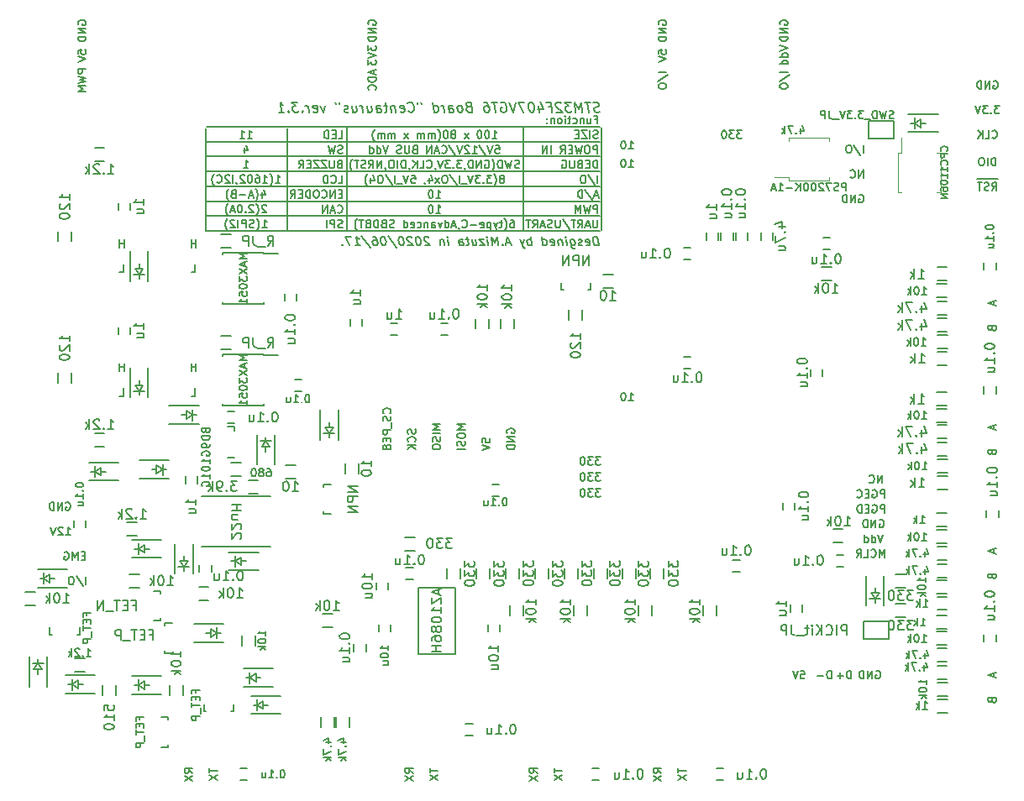
<source format=gbr>
G04 #@! TF.GenerationSoftware,KiCad,Pcbnew,(5.1.6)-1*
G04 #@! TF.CreationDate,2021-05-17T10:13:50+09:00*
G04 #@! TF.ProjectId,stm32f4_Centaurus,73746d33-3266-4345-9f43-656e74617572,rev?*
G04 #@! TF.SameCoordinates,Original*
G04 #@! TF.FileFunction,Legend,Bot*
G04 #@! TF.FilePolarity,Positive*
%FSLAX46Y46*%
G04 Gerber Fmt 4.6, Leading zero omitted, Abs format (unit mm)*
G04 Created by KiCad (PCBNEW (5.1.6)-1) date 2021-05-17 10:13:50*
%MOMM*%
%LPD*%
G01*
G04 APERTURE LIST*
%ADD10C,0.200000*%
%ADD11C,0.150000*%
%ADD12C,0.120000*%
G04 APERTURE END LIST*
D10*
X71002380Y-98611904D02*
X71383333Y-98611904D01*
X71383333Y-97811904D01*
X71478571Y-96111904D02*
X71478571Y-95311904D01*
X71478571Y-95692857D02*
X71021428Y-95692857D01*
X71021428Y-96111904D02*
X71021428Y-95311904D01*
X71002380Y-86111904D02*
X71383333Y-86111904D01*
X71383333Y-85311904D01*
X71478571Y-83611904D02*
X71478571Y-82811904D01*
X71478571Y-83192857D02*
X71021428Y-83192857D01*
X71021428Y-83611904D02*
X71021428Y-82811904D01*
D11*
X138292976Y-78350000D02*
X138369166Y-78311904D01*
X138483452Y-78311904D01*
X138597738Y-78350000D01*
X138673928Y-78426190D01*
X138712023Y-78502380D01*
X138750119Y-78654761D01*
X138750119Y-78769047D01*
X138712023Y-78921428D01*
X138673928Y-78997619D01*
X138597738Y-79073809D01*
X138483452Y-79111904D01*
X138407261Y-79111904D01*
X138292976Y-79073809D01*
X138254880Y-79035714D01*
X138254880Y-78769047D01*
X138407261Y-78769047D01*
X137912023Y-79111904D02*
X137912023Y-78311904D01*
X137454880Y-79111904D01*
X137454880Y-78311904D01*
X137073928Y-79111904D02*
X137073928Y-78311904D01*
X136883452Y-78311904D01*
X136769166Y-78350000D01*
X136692976Y-78426190D01*
X136654880Y-78502380D01*
X136616785Y-78654761D01*
X136616785Y-78769047D01*
X136654880Y-78921428D01*
X136692976Y-78997619D01*
X136769166Y-79073809D01*
X136883452Y-79111904D01*
X137073928Y-79111904D01*
X138712023Y-76611904D02*
X138712023Y-75811904D01*
X138254880Y-76611904D01*
X138254880Y-75811904D01*
X137416785Y-76535714D02*
X137454880Y-76573809D01*
X137569166Y-76611904D01*
X137645357Y-76611904D01*
X137759642Y-76573809D01*
X137835833Y-76497619D01*
X137873928Y-76421428D01*
X137912023Y-76269047D01*
X137912023Y-76154761D01*
X137873928Y-76002380D01*
X137835833Y-75926190D01*
X137759642Y-75850000D01*
X137645357Y-75811904D01*
X137569166Y-75811904D01*
X137454880Y-75850000D01*
X137416785Y-75888095D01*
X138712023Y-74111904D02*
X138712023Y-73311904D01*
X137759642Y-73273809D02*
X138445357Y-74302380D01*
X137340595Y-73311904D02*
X137188214Y-73311904D01*
X137112023Y-73350000D01*
X137035833Y-73426190D01*
X136997738Y-73578571D01*
X136997738Y-73845238D01*
X137035833Y-73997619D01*
X137112023Y-74073809D01*
X137188214Y-74111904D01*
X137340595Y-74111904D01*
X137416785Y-74073809D01*
X137492976Y-73997619D01*
X137531071Y-73845238D01*
X137531071Y-73578571D01*
X137492976Y-73426190D01*
X137416785Y-73350000D01*
X137340595Y-73311904D01*
X91035714Y-100342976D02*
X91073809Y-100304880D01*
X91111904Y-100190595D01*
X91111904Y-100114404D01*
X91073809Y-100000119D01*
X90997619Y-99923928D01*
X90921428Y-99885833D01*
X90769047Y-99847738D01*
X90654761Y-99847738D01*
X90502380Y-99885833D01*
X90426190Y-99923928D01*
X90350000Y-100000119D01*
X90311904Y-100114404D01*
X90311904Y-100190595D01*
X90350000Y-100304880D01*
X90388095Y-100342976D01*
X91073809Y-100647738D02*
X91111904Y-100762023D01*
X91111904Y-100952500D01*
X91073809Y-101028690D01*
X91035714Y-101066785D01*
X90959523Y-101104880D01*
X90883333Y-101104880D01*
X90807142Y-101066785D01*
X90769047Y-101028690D01*
X90730952Y-100952500D01*
X90692857Y-100800119D01*
X90654761Y-100723928D01*
X90616666Y-100685833D01*
X90540476Y-100647738D01*
X90464285Y-100647738D01*
X90388095Y-100685833D01*
X90350000Y-100723928D01*
X90311904Y-100800119D01*
X90311904Y-100990595D01*
X90350000Y-101104880D01*
X91188095Y-101257261D02*
X91188095Y-101866785D01*
X91111904Y-102057261D02*
X90311904Y-102057261D01*
X90311904Y-102362023D01*
X90350000Y-102438214D01*
X90388095Y-102476309D01*
X90464285Y-102514404D01*
X90578571Y-102514404D01*
X90654761Y-102476309D01*
X90692857Y-102438214D01*
X90730952Y-102362023D01*
X90730952Y-102057261D01*
X90692857Y-102857261D02*
X90692857Y-103123928D01*
X91111904Y-103238214D02*
X91111904Y-102857261D01*
X90311904Y-102857261D01*
X90311904Y-103238214D01*
X90654761Y-103695357D02*
X90616666Y-103619166D01*
X90578571Y-103581071D01*
X90502380Y-103542976D01*
X90464285Y-103542976D01*
X90388095Y-103581071D01*
X90350000Y-103619166D01*
X90311904Y-103695357D01*
X90311904Y-103847738D01*
X90350000Y-103923928D01*
X90388095Y-103962023D01*
X90464285Y-104000119D01*
X90502380Y-104000119D01*
X90578571Y-103962023D01*
X90616666Y-103923928D01*
X90654761Y-103847738D01*
X90654761Y-103695357D01*
X90692857Y-103619166D01*
X90730952Y-103581071D01*
X90807142Y-103542976D01*
X90959523Y-103542976D01*
X91035714Y-103581071D01*
X91073809Y-103619166D01*
X91111904Y-103695357D01*
X91111904Y-103847738D01*
X91073809Y-103923928D01*
X91035714Y-103962023D01*
X90959523Y-104000119D01*
X90807142Y-104000119D01*
X90730952Y-103962023D01*
X90692857Y-103923928D01*
X90654761Y-103847738D01*
X93573809Y-101942976D02*
X93611904Y-102057261D01*
X93611904Y-102247738D01*
X93573809Y-102323928D01*
X93535714Y-102362023D01*
X93459523Y-102400119D01*
X93383333Y-102400119D01*
X93307142Y-102362023D01*
X93269047Y-102323928D01*
X93230952Y-102247738D01*
X93192857Y-102095357D01*
X93154761Y-102019166D01*
X93116666Y-101981071D01*
X93040476Y-101942976D01*
X92964285Y-101942976D01*
X92888095Y-101981071D01*
X92850000Y-102019166D01*
X92811904Y-102095357D01*
X92811904Y-102285833D01*
X92850000Y-102400119D01*
X93535714Y-103200119D02*
X93573809Y-103162023D01*
X93611904Y-103047738D01*
X93611904Y-102971547D01*
X93573809Y-102857261D01*
X93497619Y-102781071D01*
X93421428Y-102742976D01*
X93269047Y-102704880D01*
X93154761Y-102704880D01*
X93002380Y-102742976D01*
X92926190Y-102781071D01*
X92850000Y-102857261D01*
X92811904Y-102971547D01*
X92811904Y-103047738D01*
X92850000Y-103162023D01*
X92888095Y-103200119D01*
X93611904Y-103542976D02*
X92811904Y-103542976D01*
X93611904Y-104000119D02*
X93154761Y-103657261D01*
X92811904Y-104000119D02*
X93269047Y-103542976D01*
X96111904Y-101447738D02*
X95311904Y-101447738D01*
X95883333Y-101714404D01*
X95311904Y-101981071D01*
X96111904Y-101981071D01*
X96111904Y-102362023D02*
X95311904Y-102362023D01*
X96073809Y-102704880D02*
X96111904Y-102819166D01*
X96111904Y-103009642D01*
X96073809Y-103085833D01*
X96035714Y-103123928D01*
X95959523Y-103162023D01*
X95883333Y-103162023D01*
X95807142Y-103123928D01*
X95769047Y-103085833D01*
X95730952Y-103009642D01*
X95692857Y-102857261D01*
X95654761Y-102781071D01*
X95616666Y-102742976D01*
X95540476Y-102704880D01*
X95464285Y-102704880D01*
X95388095Y-102742976D01*
X95350000Y-102781071D01*
X95311904Y-102857261D01*
X95311904Y-103047738D01*
X95350000Y-103162023D01*
X95311904Y-103657261D02*
X95311904Y-103809642D01*
X95350000Y-103885833D01*
X95426190Y-103962023D01*
X95578571Y-104000119D01*
X95845238Y-104000119D01*
X95997619Y-103962023D01*
X96073809Y-103885833D01*
X96111904Y-103809642D01*
X96111904Y-103657261D01*
X96073809Y-103581071D01*
X95997619Y-103504880D01*
X95845238Y-103466785D01*
X95578571Y-103466785D01*
X95426190Y-103504880D01*
X95350000Y-103581071D01*
X95311904Y-103657261D01*
X98611904Y-101447738D02*
X97811904Y-101447738D01*
X98383333Y-101714404D01*
X97811904Y-101981071D01*
X98611904Y-101981071D01*
X97811904Y-102514404D02*
X97811904Y-102666785D01*
X97850000Y-102742976D01*
X97926190Y-102819166D01*
X98078571Y-102857261D01*
X98345238Y-102857261D01*
X98497619Y-102819166D01*
X98573809Y-102742976D01*
X98611904Y-102666785D01*
X98611904Y-102514404D01*
X98573809Y-102438214D01*
X98497619Y-102362023D01*
X98345238Y-102323928D01*
X98078571Y-102323928D01*
X97926190Y-102362023D01*
X97850000Y-102438214D01*
X97811904Y-102514404D01*
X98573809Y-103162023D02*
X98611904Y-103276309D01*
X98611904Y-103466785D01*
X98573809Y-103542976D01*
X98535714Y-103581071D01*
X98459523Y-103619166D01*
X98383333Y-103619166D01*
X98307142Y-103581071D01*
X98269047Y-103542976D01*
X98230952Y-103466785D01*
X98192857Y-103314404D01*
X98154761Y-103238214D01*
X98116666Y-103200119D01*
X98040476Y-103162023D01*
X97964285Y-103162023D01*
X97888095Y-103200119D01*
X97850000Y-103238214D01*
X97811904Y-103314404D01*
X97811904Y-103504880D01*
X97850000Y-103619166D01*
X98611904Y-103962023D02*
X97811904Y-103962023D01*
X100311904Y-103276309D02*
X100311904Y-102895357D01*
X100692857Y-102857261D01*
X100654761Y-102895357D01*
X100616666Y-102971547D01*
X100616666Y-103162023D01*
X100654761Y-103238214D01*
X100692857Y-103276309D01*
X100769047Y-103314404D01*
X100959523Y-103314404D01*
X101035714Y-103276309D01*
X101073809Y-103238214D01*
X101111904Y-103162023D01*
X101111904Y-102971547D01*
X101073809Y-102895357D01*
X101035714Y-102857261D01*
X100311904Y-103542976D02*
X101111904Y-103809642D01*
X100311904Y-104076309D01*
X102850000Y-102323928D02*
X102811904Y-102247738D01*
X102811904Y-102133452D01*
X102850000Y-102019166D01*
X102926190Y-101942976D01*
X103002380Y-101904880D01*
X103154761Y-101866785D01*
X103269047Y-101866785D01*
X103421428Y-101904880D01*
X103497619Y-101942976D01*
X103573809Y-102019166D01*
X103611904Y-102133452D01*
X103611904Y-102209642D01*
X103573809Y-102323928D01*
X103535714Y-102362023D01*
X103269047Y-102362023D01*
X103269047Y-102209642D01*
X103611904Y-102704880D02*
X102811904Y-102704880D01*
X103611904Y-103162023D01*
X102811904Y-103162023D01*
X103611904Y-103542976D02*
X102811904Y-103542976D01*
X102811904Y-103733452D01*
X102850000Y-103847738D01*
X102926190Y-103923928D01*
X103002380Y-103962023D01*
X103154761Y-104000119D01*
X103269047Y-104000119D01*
X103421428Y-103962023D01*
X103497619Y-103923928D01*
X103573809Y-103847738D01*
X103611904Y-103733452D01*
X103611904Y-103542976D01*
D10*
X132402380Y-126311904D02*
X132783333Y-126311904D01*
X132821428Y-126692857D01*
X132783333Y-126654761D01*
X132707142Y-126616666D01*
X132516666Y-126616666D01*
X132440476Y-126654761D01*
X132402380Y-126692857D01*
X132364285Y-126769047D01*
X132364285Y-126959523D01*
X132402380Y-127035714D01*
X132440476Y-127073809D01*
X132516666Y-127111904D01*
X132707142Y-127111904D01*
X132783333Y-127073809D01*
X132821428Y-127035714D01*
X132135714Y-126311904D02*
X131869047Y-127111904D01*
X131602380Y-126311904D01*
X135504761Y-127111904D02*
X135504761Y-126311904D01*
X135314285Y-126311904D01*
X135200000Y-126350000D01*
X135123809Y-126426190D01*
X135085714Y-126502380D01*
X135047619Y-126654761D01*
X135047619Y-126769047D01*
X135085714Y-126921428D01*
X135123809Y-126997619D01*
X135200000Y-127073809D01*
X135314285Y-127111904D01*
X135504761Y-127111904D01*
X134704761Y-126807142D02*
X134095238Y-126807142D01*
X137504761Y-127111904D02*
X137504761Y-126311904D01*
X137314285Y-126311904D01*
X137200000Y-126350000D01*
X137123809Y-126426190D01*
X137085714Y-126502380D01*
X137047619Y-126654761D01*
X137047619Y-126769047D01*
X137085714Y-126921428D01*
X137123809Y-126997619D01*
X137200000Y-127073809D01*
X137314285Y-127111904D01*
X137504761Y-127111904D01*
X136704761Y-126807142D02*
X136095238Y-126807142D01*
X136400000Y-127111904D02*
X136400000Y-126502380D01*
X140009523Y-126350000D02*
X140085714Y-126311904D01*
X140200000Y-126311904D01*
X140314285Y-126350000D01*
X140390476Y-126426190D01*
X140428571Y-126502380D01*
X140466666Y-126654761D01*
X140466666Y-126769047D01*
X140428571Y-126921428D01*
X140390476Y-126997619D01*
X140314285Y-127073809D01*
X140200000Y-127111904D01*
X140123809Y-127111904D01*
X140009523Y-127073809D01*
X139971428Y-127035714D01*
X139971428Y-126769047D01*
X140123809Y-126769047D01*
X139628571Y-127111904D02*
X139628571Y-126311904D01*
X139171428Y-127111904D01*
X139171428Y-126311904D01*
X138790476Y-127111904D02*
X138790476Y-126311904D01*
X138600000Y-126311904D01*
X138485714Y-126350000D01*
X138409523Y-126426190D01*
X138371428Y-126502380D01*
X138333333Y-126654761D01*
X138333333Y-126769047D01*
X138371428Y-126921428D01*
X138409523Y-126997619D01*
X138485714Y-127073809D01*
X138600000Y-127111904D01*
X138790476Y-127111904D01*
X64228571Y-83611904D02*
X64228571Y-82811904D01*
X64228571Y-83192857D02*
X63771428Y-83192857D01*
X63771428Y-83611904D02*
X63771428Y-82811904D01*
X63752380Y-86111904D02*
X64133333Y-86111904D01*
X64133333Y-85311904D01*
X63752380Y-98611904D02*
X64133333Y-98611904D01*
X64133333Y-97811904D01*
X64228571Y-96111904D02*
X64228571Y-95311904D01*
X64228571Y-95692857D02*
X63771428Y-95692857D01*
X63771428Y-96111904D02*
X63771428Y-95311904D01*
X71111904Y-136616666D02*
X70730952Y-136350000D01*
X71111904Y-136159523D02*
X70311904Y-136159523D01*
X70311904Y-136464285D01*
X70350000Y-136540476D01*
X70388095Y-136578571D01*
X70464285Y-136616666D01*
X70578571Y-136616666D01*
X70654761Y-136578571D01*
X70692857Y-136540476D01*
X70730952Y-136464285D01*
X70730952Y-136159523D01*
X70311904Y-136883333D02*
X71111904Y-137416666D01*
X70311904Y-137416666D02*
X71111904Y-136883333D01*
X72811904Y-136140476D02*
X72811904Y-136597619D01*
X73611904Y-136369047D02*
X72811904Y-136369047D01*
X72811904Y-136788095D02*
X73611904Y-137321428D01*
X72811904Y-137321428D02*
X73611904Y-136788095D01*
X93361904Y-136616666D02*
X92980952Y-136350000D01*
X93361904Y-136159523D02*
X92561904Y-136159523D01*
X92561904Y-136464285D01*
X92600000Y-136540476D01*
X92638095Y-136578571D01*
X92714285Y-136616666D01*
X92828571Y-136616666D01*
X92904761Y-136578571D01*
X92942857Y-136540476D01*
X92980952Y-136464285D01*
X92980952Y-136159523D01*
X92561904Y-136883333D02*
X93361904Y-137416666D01*
X92561904Y-137416666D02*
X93361904Y-136883333D01*
X95061904Y-136140476D02*
X95061904Y-136597619D01*
X95861904Y-136369047D02*
X95061904Y-136369047D01*
X95061904Y-136788095D02*
X95861904Y-137321428D01*
X95061904Y-137321428D02*
X95861904Y-136788095D01*
X105861904Y-136616666D02*
X105480952Y-136350000D01*
X105861904Y-136159523D02*
X105061904Y-136159523D01*
X105061904Y-136464285D01*
X105100000Y-136540476D01*
X105138095Y-136578571D01*
X105214285Y-136616666D01*
X105328571Y-136616666D01*
X105404761Y-136578571D01*
X105442857Y-136540476D01*
X105480952Y-136464285D01*
X105480952Y-136159523D01*
X105061904Y-136883333D02*
X105861904Y-137416666D01*
X105061904Y-137416666D02*
X105861904Y-136883333D01*
X107561904Y-136140476D02*
X107561904Y-136597619D01*
X108361904Y-136369047D02*
X107561904Y-136369047D01*
X107561904Y-136788095D02*
X108361904Y-137321428D01*
X107561904Y-137321428D02*
X108361904Y-136788095D01*
X118361904Y-136616666D02*
X117980952Y-136350000D01*
X118361904Y-136159523D02*
X117561904Y-136159523D01*
X117561904Y-136464285D01*
X117600000Y-136540476D01*
X117638095Y-136578571D01*
X117714285Y-136616666D01*
X117828571Y-136616666D01*
X117904761Y-136578571D01*
X117942857Y-136540476D01*
X117980952Y-136464285D01*
X117980952Y-136159523D01*
X117561904Y-136883333D02*
X118361904Y-137416666D01*
X117561904Y-137416666D02*
X118361904Y-136883333D01*
X120061904Y-136140476D02*
X120061904Y-136597619D01*
X120861904Y-136369047D02*
X120061904Y-136369047D01*
X120061904Y-136788095D02*
X120861904Y-137321428D01*
X120061904Y-137321428D02*
X120861904Y-136788095D01*
X118061904Y-64097619D02*
X118061904Y-63716666D01*
X118442857Y-63678571D01*
X118404761Y-63716666D01*
X118366666Y-63792857D01*
X118366666Y-63983333D01*
X118404761Y-64059523D01*
X118442857Y-64097619D01*
X118519047Y-64135714D01*
X118709523Y-64135714D01*
X118785714Y-64097619D01*
X118823809Y-64059523D01*
X118861904Y-63983333D01*
X118861904Y-63792857D01*
X118823809Y-63716666D01*
X118785714Y-63678571D01*
X118061904Y-64364285D02*
X118861904Y-64630952D01*
X118061904Y-64897619D01*
X118861904Y-65911904D02*
X118061904Y-65911904D01*
X118023809Y-66864285D02*
X119052380Y-66178571D01*
X118061904Y-67283333D02*
X118061904Y-67435714D01*
X118100000Y-67511904D01*
X118176190Y-67588095D01*
X118328571Y-67626190D01*
X118595238Y-67626190D01*
X118747619Y-67588095D01*
X118823809Y-67511904D01*
X118861904Y-67435714D01*
X118861904Y-67283333D01*
X118823809Y-67207142D01*
X118747619Y-67130952D01*
X118595238Y-67092857D01*
X118328571Y-67092857D01*
X118176190Y-67130952D01*
X118100000Y-67207142D01*
X118061904Y-67283333D01*
X131111904Y-65911904D02*
X130311904Y-65911904D01*
X130273809Y-66864285D02*
X131302380Y-66178571D01*
X130311904Y-67283333D02*
X130311904Y-67435714D01*
X130350000Y-67511904D01*
X130426190Y-67588095D01*
X130578571Y-67626190D01*
X130845238Y-67626190D01*
X130997619Y-67588095D01*
X131073809Y-67511904D01*
X131111904Y-67435714D01*
X131111904Y-67283333D01*
X131073809Y-67207142D01*
X130997619Y-67130952D01*
X130845238Y-67092857D01*
X130578571Y-67092857D01*
X130426190Y-67130952D01*
X130350000Y-67207142D01*
X130311904Y-67283333D01*
X130311904Y-63259523D02*
X131111904Y-63526190D01*
X130311904Y-63792857D01*
X131111904Y-64402380D02*
X130311904Y-64402380D01*
X131073809Y-64402380D02*
X131111904Y-64326190D01*
X131111904Y-64173809D01*
X131073809Y-64097619D01*
X131035714Y-64059523D01*
X130959523Y-64021428D01*
X130730952Y-64021428D01*
X130654761Y-64059523D01*
X130616666Y-64097619D01*
X130578571Y-64173809D01*
X130578571Y-64326190D01*
X130616666Y-64402380D01*
X131111904Y-65126190D02*
X130311904Y-65126190D01*
X131073809Y-65126190D02*
X131111904Y-65050000D01*
X131111904Y-64897619D01*
X131073809Y-64821428D01*
X131035714Y-64783333D01*
X130959523Y-64745238D01*
X130730952Y-64745238D01*
X130654761Y-64783333D01*
X130616666Y-64821428D01*
X130578571Y-64897619D01*
X130578571Y-65050000D01*
X130616666Y-65126190D01*
X130350000Y-61140476D02*
X130311904Y-61064285D01*
X130311904Y-60950000D01*
X130350000Y-60835714D01*
X130426190Y-60759523D01*
X130502380Y-60721428D01*
X130654761Y-60683333D01*
X130769047Y-60683333D01*
X130921428Y-60721428D01*
X130997619Y-60759523D01*
X131073809Y-60835714D01*
X131111904Y-60950000D01*
X131111904Y-61026190D01*
X131073809Y-61140476D01*
X131035714Y-61178571D01*
X130769047Y-61178571D01*
X130769047Y-61026190D01*
X131111904Y-61521428D02*
X130311904Y-61521428D01*
X131111904Y-61978571D01*
X130311904Y-61978571D01*
X131111904Y-62359523D02*
X130311904Y-62359523D01*
X130311904Y-62550000D01*
X130350000Y-62664285D01*
X130426190Y-62740476D01*
X130502380Y-62778571D01*
X130654761Y-62816666D01*
X130769047Y-62816666D01*
X130921428Y-62778571D01*
X130997619Y-62740476D01*
X131073809Y-62664285D01*
X131111904Y-62550000D01*
X131111904Y-62359523D01*
X118100000Y-61140476D02*
X118061904Y-61064285D01*
X118061904Y-60950000D01*
X118100000Y-60835714D01*
X118176190Y-60759523D01*
X118252380Y-60721428D01*
X118404761Y-60683333D01*
X118519047Y-60683333D01*
X118671428Y-60721428D01*
X118747619Y-60759523D01*
X118823809Y-60835714D01*
X118861904Y-60950000D01*
X118861904Y-61026190D01*
X118823809Y-61140476D01*
X118785714Y-61178571D01*
X118519047Y-61178571D01*
X118519047Y-61026190D01*
X118861904Y-61521428D02*
X118061904Y-61521428D01*
X118861904Y-61978571D01*
X118061904Y-61978571D01*
X118861904Y-62359523D02*
X118061904Y-62359523D01*
X118061904Y-62550000D01*
X118100000Y-62664285D01*
X118176190Y-62740476D01*
X118252380Y-62778571D01*
X118404761Y-62816666D01*
X118519047Y-62816666D01*
X118671428Y-62778571D01*
X118747619Y-62740476D01*
X118823809Y-62664285D01*
X118861904Y-62550000D01*
X118861904Y-62359523D01*
X88850000Y-61140476D02*
X88811904Y-61064285D01*
X88811904Y-60950000D01*
X88850000Y-60835714D01*
X88926190Y-60759523D01*
X89002380Y-60721428D01*
X89154761Y-60683333D01*
X89269047Y-60683333D01*
X89421428Y-60721428D01*
X89497619Y-60759523D01*
X89573809Y-60835714D01*
X89611904Y-60950000D01*
X89611904Y-61026190D01*
X89573809Y-61140476D01*
X89535714Y-61178571D01*
X89269047Y-61178571D01*
X89269047Y-61026190D01*
X89611904Y-61521428D02*
X88811904Y-61521428D01*
X89611904Y-61978571D01*
X88811904Y-61978571D01*
X89611904Y-62359523D02*
X88811904Y-62359523D01*
X88811904Y-62550000D01*
X88850000Y-62664285D01*
X88926190Y-62740476D01*
X89002380Y-62778571D01*
X89154761Y-62816666D01*
X89269047Y-62816666D01*
X89421428Y-62778571D01*
X89497619Y-62740476D01*
X89573809Y-62664285D01*
X89611904Y-62550000D01*
X89611904Y-62359523D01*
X88811904Y-63259523D02*
X88811904Y-63754761D01*
X89116666Y-63488095D01*
X89116666Y-63602380D01*
X89154761Y-63678571D01*
X89192857Y-63716666D01*
X89269047Y-63754761D01*
X89459523Y-63754761D01*
X89535714Y-63716666D01*
X89573809Y-63678571D01*
X89611904Y-63602380D01*
X89611904Y-63373809D01*
X89573809Y-63297619D01*
X89535714Y-63259523D01*
X88811904Y-63983333D02*
X89611904Y-64250000D01*
X88811904Y-64516666D01*
X88811904Y-64707142D02*
X88811904Y-65202380D01*
X89116666Y-64935714D01*
X89116666Y-65050000D01*
X89154761Y-65126190D01*
X89192857Y-65164285D01*
X89269047Y-65202380D01*
X89459523Y-65202380D01*
X89535714Y-65164285D01*
X89573809Y-65126190D01*
X89611904Y-65050000D01*
X89611904Y-64821428D01*
X89573809Y-64745238D01*
X89535714Y-64707142D01*
X89383333Y-65759523D02*
X89383333Y-66140476D01*
X89611904Y-65683333D02*
X88811904Y-65950000D01*
X89611904Y-66216666D01*
X89611904Y-66483333D02*
X88811904Y-66483333D01*
X88811904Y-66673809D01*
X88850000Y-66788095D01*
X88926190Y-66864285D01*
X89002380Y-66902380D01*
X89154761Y-66940476D01*
X89269047Y-66940476D01*
X89421428Y-66902380D01*
X89497619Y-66864285D01*
X89573809Y-66788095D01*
X89611904Y-66673809D01*
X89611904Y-66483333D01*
X89535714Y-67740476D02*
X89573809Y-67702380D01*
X89611904Y-67588095D01*
X89611904Y-67511904D01*
X89573809Y-67397619D01*
X89497619Y-67321428D01*
X89421428Y-67283333D01*
X89269047Y-67245238D01*
X89154761Y-67245238D01*
X89002380Y-67283333D01*
X88926190Y-67321428D01*
X88850000Y-67397619D01*
X88811904Y-67511904D01*
X88811904Y-67588095D01*
X88850000Y-67702380D01*
X88888095Y-67740476D01*
X60361904Y-65626190D02*
X59561904Y-65626190D01*
X59561904Y-65930952D01*
X59600000Y-66007142D01*
X59638095Y-66045238D01*
X59714285Y-66083333D01*
X59828571Y-66083333D01*
X59904761Y-66045238D01*
X59942857Y-66007142D01*
X59980952Y-65930952D01*
X59980952Y-65626190D01*
X59561904Y-66350000D02*
X60361904Y-66540476D01*
X59790476Y-66692857D01*
X60361904Y-66845238D01*
X59561904Y-67035714D01*
X60361904Y-67340476D02*
X59561904Y-67340476D01*
X60133333Y-67607142D01*
X59561904Y-67873809D01*
X60361904Y-67873809D01*
X59600000Y-61140476D02*
X59561904Y-61064285D01*
X59561904Y-60950000D01*
X59600000Y-60835714D01*
X59676190Y-60759523D01*
X59752380Y-60721428D01*
X59904761Y-60683333D01*
X60019047Y-60683333D01*
X60171428Y-60721428D01*
X60247619Y-60759523D01*
X60323809Y-60835714D01*
X60361904Y-60950000D01*
X60361904Y-61026190D01*
X60323809Y-61140476D01*
X60285714Y-61178571D01*
X60019047Y-61178571D01*
X60019047Y-61026190D01*
X60361904Y-61521428D02*
X59561904Y-61521428D01*
X60361904Y-61978571D01*
X59561904Y-61978571D01*
X60361904Y-62359523D02*
X59561904Y-62359523D01*
X59561904Y-62550000D01*
X59600000Y-62664285D01*
X59676190Y-62740476D01*
X59752380Y-62778571D01*
X59904761Y-62816666D01*
X60019047Y-62816666D01*
X60171428Y-62778571D01*
X60247619Y-62740476D01*
X60323809Y-62664285D01*
X60361904Y-62550000D01*
X60361904Y-62359523D01*
X59561904Y-64097619D02*
X59561904Y-63716666D01*
X59942857Y-63678571D01*
X59904761Y-63716666D01*
X59866666Y-63792857D01*
X59866666Y-63983333D01*
X59904761Y-64059523D01*
X59942857Y-64097619D01*
X60019047Y-64135714D01*
X60209523Y-64135714D01*
X60285714Y-64097619D01*
X60323809Y-64059523D01*
X60361904Y-63983333D01*
X60361904Y-63792857D01*
X60323809Y-63716666D01*
X60285714Y-63678571D01*
X59561904Y-64364285D02*
X60361904Y-64630952D01*
X59561904Y-64897619D01*
X112177619Y-69924761D02*
X112040714Y-69972380D01*
X111802619Y-69972380D01*
X111701428Y-69924761D01*
X111647857Y-69877142D01*
X111588333Y-69781904D01*
X111576428Y-69686666D01*
X111612142Y-69591428D01*
X111653809Y-69543809D01*
X111743095Y-69496190D01*
X111927619Y-69448571D01*
X112016904Y-69400952D01*
X112058571Y-69353333D01*
X112094285Y-69258095D01*
X112082380Y-69162857D01*
X112022857Y-69067619D01*
X111969285Y-69020000D01*
X111868095Y-68972380D01*
X111630000Y-68972380D01*
X111493095Y-69020000D01*
X111201428Y-68972380D02*
X110630000Y-68972380D01*
X111040714Y-69972380D02*
X110915714Y-68972380D01*
X110421666Y-69972380D02*
X110296666Y-68972380D01*
X110052619Y-69686666D01*
X109630000Y-68972380D01*
X109755000Y-69972380D01*
X109249047Y-68972380D02*
X108630000Y-68972380D01*
X109010952Y-69353333D01*
X108868095Y-69353333D01*
X108778809Y-69400952D01*
X108737142Y-69448571D01*
X108701428Y-69543809D01*
X108731190Y-69781904D01*
X108790714Y-69877142D01*
X108844285Y-69924761D01*
X108945476Y-69972380D01*
X109231190Y-69972380D01*
X109320476Y-69924761D01*
X109362142Y-69877142D01*
X108260952Y-69067619D02*
X108207380Y-69020000D01*
X108106190Y-68972380D01*
X107868095Y-68972380D01*
X107778809Y-69020000D01*
X107737142Y-69067619D01*
X107701428Y-69162857D01*
X107713333Y-69258095D01*
X107778809Y-69400952D01*
X108421666Y-69972380D01*
X107802619Y-69972380D01*
X106975238Y-69448571D02*
X107308571Y-69448571D01*
X107374047Y-69972380D02*
X107249047Y-68972380D01*
X106772857Y-68972380D01*
X106005000Y-69305714D02*
X106088333Y-69972380D01*
X106195476Y-68924761D02*
X106522857Y-69639047D01*
X105903809Y-69639047D01*
X105249047Y-68972380D02*
X105153809Y-68972380D01*
X105064523Y-69020000D01*
X105022857Y-69067619D01*
X104987142Y-69162857D01*
X104963333Y-69353333D01*
X104993095Y-69591428D01*
X105064523Y-69781904D01*
X105124047Y-69877142D01*
X105177619Y-69924761D01*
X105278809Y-69972380D01*
X105374047Y-69972380D01*
X105463333Y-69924761D01*
X105505000Y-69877142D01*
X105540714Y-69781904D01*
X105564523Y-69591428D01*
X105534761Y-69353333D01*
X105463333Y-69162857D01*
X105403809Y-69067619D01*
X105350238Y-69020000D01*
X105249047Y-68972380D01*
X104582380Y-68972380D02*
X103915714Y-68972380D01*
X104469285Y-69972380D01*
X103677619Y-68972380D02*
X103469285Y-69972380D01*
X103010952Y-68972380D01*
X102159761Y-69020000D02*
X102249047Y-68972380D01*
X102391904Y-68972380D01*
X102540714Y-69020000D01*
X102647857Y-69115238D01*
X102707380Y-69210476D01*
X102778809Y-69400952D01*
X102796666Y-69543809D01*
X102772857Y-69734285D01*
X102737142Y-69829523D01*
X102653809Y-69924761D01*
X102516904Y-69972380D01*
X102421666Y-69972380D01*
X102272857Y-69924761D01*
X102219285Y-69877142D01*
X102177619Y-69543809D01*
X102368095Y-69543809D01*
X101820476Y-68972380D02*
X101249047Y-68972380D01*
X101659761Y-69972380D02*
X101534761Y-68972380D01*
X100487142Y-68972380D02*
X100677619Y-68972380D01*
X100778809Y-69020000D01*
X100832380Y-69067619D01*
X100945476Y-69210476D01*
X101016904Y-69400952D01*
X101064523Y-69781904D01*
X101028809Y-69877142D01*
X100987142Y-69924761D01*
X100897857Y-69972380D01*
X100707380Y-69972380D01*
X100606190Y-69924761D01*
X100552619Y-69877142D01*
X100493095Y-69781904D01*
X100463333Y-69543809D01*
X100499047Y-69448571D01*
X100540714Y-69400952D01*
X100630000Y-69353333D01*
X100820476Y-69353333D01*
X100921666Y-69400952D01*
X100975238Y-69448571D01*
X101034761Y-69543809D01*
X98927619Y-69448571D02*
X98790714Y-69496190D01*
X98749047Y-69543809D01*
X98713333Y-69639047D01*
X98731190Y-69781904D01*
X98790714Y-69877142D01*
X98844285Y-69924761D01*
X98945476Y-69972380D01*
X99326428Y-69972380D01*
X99201428Y-68972380D01*
X98868095Y-68972380D01*
X98778809Y-69020000D01*
X98737142Y-69067619D01*
X98701428Y-69162857D01*
X98713333Y-69258095D01*
X98772857Y-69353333D01*
X98826428Y-69400952D01*
X98927619Y-69448571D01*
X99260952Y-69448571D01*
X98183571Y-69972380D02*
X98272857Y-69924761D01*
X98314523Y-69877142D01*
X98350238Y-69781904D01*
X98314523Y-69496190D01*
X98255000Y-69400952D01*
X98201428Y-69353333D01*
X98100238Y-69305714D01*
X97957380Y-69305714D01*
X97868095Y-69353333D01*
X97826428Y-69400952D01*
X97790714Y-69496190D01*
X97826428Y-69781904D01*
X97885952Y-69877142D01*
X97939523Y-69924761D01*
X98040714Y-69972380D01*
X98183571Y-69972380D01*
X96993095Y-69972380D02*
X96927619Y-69448571D01*
X96963333Y-69353333D01*
X97052619Y-69305714D01*
X97243095Y-69305714D01*
X97344285Y-69353333D01*
X96987142Y-69924761D02*
X97088333Y-69972380D01*
X97326428Y-69972380D01*
X97415714Y-69924761D01*
X97451428Y-69829523D01*
X97439523Y-69734285D01*
X97380000Y-69639047D01*
X97278809Y-69591428D01*
X97040714Y-69591428D01*
X96939523Y-69543809D01*
X96516904Y-69972380D02*
X96433571Y-69305714D01*
X96457380Y-69496190D02*
X96397857Y-69400952D01*
X96344285Y-69353333D01*
X96243095Y-69305714D01*
X96147857Y-69305714D01*
X95469285Y-69972380D02*
X95344285Y-68972380D01*
X95463333Y-69924761D02*
X95564523Y-69972380D01*
X95755000Y-69972380D01*
X95844285Y-69924761D01*
X95885952Y-69877142D01*
X95921666Y-69781904D01*
X95885952Y-69496190D01*
X95826428Y-69400952D01*
X95772857Y-69353333D01*
X95671666Y-69305714D01*
X95481190Y-69305714D01*
X95391904Y-69353333D01*
X94153809Y-68972380D02*
X94177619Y-69162857D01*
X93772857Y-68972380D02*
X93796666Y-69162857D01*
X92885952Y-69877142D02*
X92939523Y-69924761D01*
X93088333Y-69972380D01*
X93183571Y-69972380D01*
X93320476Y-69924761D01*
X93403809Y-69829523D01*
X93439523Y-69734285D01*
X93463333Y-69543809D01*
X93445476Y-69400952D01*
X93374047Y-69210476D01*
X93314523Y-69115238D01*
X93207380Y-69020000D01*
X93058571Y-68972380D01*
X92963333Y-68972380D01*
X92826428Y-69020000D01*
X92784761Y-69067619D01*
X92082380Y-69924761D02*
X92183571Y-69972380D01*
X92374047Y-69972380D01*
X92463333Y-69924761D01*
X92499047Y-69829523D01*
X92451428Y-69448571D01*
X92391904Y-69353333D01*
X92290714Y-69305714D01*
X92100238Y-69305714D01*
X92010952Y-69353333D01*
X91975238Y-69448571D01*
X91987142Y-69543809D01*
X92475238Y-69639047D01*
X91528809Y-69305714D02*
X91612142Y-69972380D01*
X91540714Y-69400952D02*
X91487142Y-69353333D01*
X91385952Y-69305714D01*
X91243095Y-69305714D01*
X91153809Y-69353333D01*
X91118095Y-69448571D01*
X91183571Y-69972380D01*
X90766904Y-69305714D02*
X90385952Y-69305714D01*
X90582380Y-68972380D02*
X90689523Y-69829523D01*
X90653809Y-69924761D01*
X90564523Y-69972380D01*
X90469285Y-69972380D01*
X89707380Y-69972380D02*
X89641904Y-69448571D01*
X89677619Y-69353333D01*
X89766904Y-69305714D01*
X89957380Y-69305714D01*
X90058571Y-69353333D01*
X89701428Y-69924761D02*
X89802619Y-69972380D01*
X90040714Y-69972380D01*
X90130000Y-69924761D01*
X90165714Y-69829523D01*
X90153809Y-69734285D01*
X90094285Y-69639047D01*
X89993095Y-69591428D01*
X89755000Y-69591428D01*
X89653809Y-69543809D01*
X88719285Y-69305714D02*
X88802619Y-69972380D01*
X89147857Y-69305714D02*
X89213333Y-69829523D01*
X89177619Y-69924761D01*
X89088333Y-69972380D01*
X88945476Y-69972380D01*
X88844285Y-69924761D01*
X88790714Y-69877142D01*
X88326428Y-69972380D02*
X88243095Y-69305714D01*
X88266904Y-69496190D02*
X88207380Y-69400952D01*
X88153809Y-69353333D01*
X88052619Y-69305714D01*
X87957380Y-69305714D01*
X87195476Y-69305714D02*
X87278809Y-69972380D01*
X87624047Y-69305714D02*
X87689523Y-69829523D01*
X87653809Y-69924761D01*
X87564523Y-69972380D01*
X87421666Y-69972380D01*
X87320476Y-69924761D01*
X87266904Y-69877142D01*
X86844285Y-69924761D02*
X86755000Y-69972380D01*
X86564523Y-69972380D01*
X86463333Y-69924761D01*
X86403809Y-69829523D01*
X86397857Y-69781904D01*
X86433571Y-69686666D01*
X86522857Y-69639047D01*
X86665714Y-69639047D01*
X86755000Y-69591428D01*
X86790714Y-69496190D01*
X86784761Y-69448571D01*
X86725238Y-69353333D01*
X86624047Y-69305714D01*
X86481190Y-69305714D01*
X86391904Y-69353333D01*
X85915714Y-68972380D02*
X85939523Y-69162857D01*
X85534761Y-68972380D02*
X85558571Y-69162857D01*
X84481190Y-69305714D02*
X84326428Y-69972380D01*
X84005000Y-69305714D01*
X83320476Y-69924761D02*
X83421666Y-69972380D01*
X83612142Y-69972380D01*
X83701428Y-69924761D01*
X83737142Y-69829523D01*
X83689523Y-69448571D01*
X83630000Y-69353333D01*
X83528809Y-69305714D01*
X83338333Y-69305714D01*
X83249047Y-69353333D01*
X83213333Y-69448571D01*
X83225238Y-69543809D01*
X83713333Y-69639047D01*
X82850238Y-69972380D02*
X82766904Y-69305714D01*
X82790714Y-69496190D02*
X82731190Y-69400952D01*
X82677619Y-69353333D01*
X82576428Y-69305714D01*
X82481190Y-69305714D01*
X82219285Y-69877142D02*
X82177619Y-69924761D01*
X82231190Y-69972380D01*
X82272857Y-69924761D01*
X82219285Y-69877142D01*
X82231190Y-69972380D01*
X81725238Y-68972380D02*
X81106190Y-68972380D01*
X81487142Y-69353333D01*
X81344285Y-69353333D01*
X81255000Y-69400952D01*
X81213333Y-69448571D01*
X81177619Y-69543809D01*
X81207380Y-69781904D01*
X81266904Y-69877142D01*
X81320476Y-69924761D01*
X81421666Y-69972380D01*
X81707380Y-69972380D01*
X81796666Y-69924761D01*
X81838333Y-69877142D01*
X80790714Y-69877142D02*
X80749047Y-69924761D01*
X80802619Y-69972380D01*
X80844285Y-69924761D01*
X80790714Y-69877142D01*
X80802619Y-69972380D01*
X79802619Y-69972380D02*
X80374047Y-69972380D01*
X80088333Y-69972380D02*
X79963333Y-68972380D01*
X80076428Y-69115238D01*
X80183571Y-69210476D01*
X80284761Y-69258095D01*
X140890476Y-114861904D02*
X140890476Y-114061904D01*
X140623809Y-114633333D01*
X140357142Y-114061904D01*
X140357142Y-114861904D01*
X139519047Y-114785714D02*
X139557142Y-114823809D01*
X139671428Y-114861904D01*
X139747619Y-114861904D01*
X139861904Y-114823809D01*
X139938095Y-114747619D01*
X139976190Y-114671428D01*
X140014285Y-114519047D01*
X140014285Y-114404761D01*
X139976190Y-114252380D01*
X139938095Y-114176190D01*
X139861904Y-114100000D01*
X139747619Y-114061904D01*
X139671428Y-114061904D01*
X139557142Y-114100000D01*
X139519047Y-114138095D01*
X138795238Y-114861904D02*
X139176190Y-114861904D01*
X139176190Y-114061904D01*
X138071428Y-114861904D02*
X138338095Y-114480952D01*
X138528571Y-114861904D02*
X138528571Y-114061904D01*
X138223809Y-114061904D01*
X138147619Y-114100000D01*
X138109523Y-114138095D01*
X138071428Y-114214285D01*
X138071428Y-114328571D01*
X138109523Y-114404761D01*
X138147619Y-114442857D01*
X138223809Y-114480952D01*
X138528571Y-114480952D01*
X140740476Y-112561904D02*
X140473809Y-113361904D01*
X140207142Y-112561904D01*
X139597619Y-113361904D02*
X139597619Y-112561904D01*
X139597619Y-113323809D02*
X139673809Y-113361904D01*
X139826190Y-113361904D01*
X139902380Y-113323809D01*
X139940476Y-113285714D01*
X139978571Y-113209523D01*
X139978571Y-112980952D01*
X139940476Y-112904761D01*
X139902380Y-112866666D01*
X139826190Y-112828571D01*
X139673809Y-112828571D01*
X139597619Y-112866666D01*
X138873809Y-113361904D02*
X138873809Y-112561904D01*
X138873809Y-113323809D02*
X138950000Y-113361904D01*
X139102380Y-113361904D01*
X139178571Y-113323809D01*
X139216666Y-113285714D01*
X139254761Y-113209523D01*
X139254761Y-112980952D01*
X139216666Y-112904761D01*
X139178571Y-112866666D01*
X139102380Y-112828571D01*
X138950000Y-112828571D01*
X138873809Y-112866666D01*
X140359523Y-111100000D02*
X140435714Y-111061904D01*
X140550000Y-111061904D01*
X140664285Y-111100000D01*
X140740476Y-111176190D01*
X140778571Y-111252380D01*
X140816666Y-111404761D01*
X140816666Y-111519047D01*
X140778571Y-111671428D01*
X140740476Y-111747619D01*
X140664285Y-111823809D01*
X140550000Y-111861904D01*
X140473809Y-111861904D01*
X140359523Y-111823809D01*
X140321428Y-111785714D01*
X140321428Y-111519047D01*
X140473809Y-111519047D01*
X139978571Y-111861904D02*
X139978571Y-111061904D01*
X139521428Y-111861904D01*
X139521428Y-111061904D01*
X139140476Y-111861904D02*
X139140476Y-111061904D01*
X138950000Y-111061904D01*
X138835714Y-111100000D01*
X138759523Y-111176190D01*
X138721428Y-111252380D01*
X138683333Y-111404761D01*
X138683333Y-111519047D01*
X138721428Y-111671428D01*
X138759523Y-111747619D01*
X138835714Y-111823809D01*
X138950000Y-111861904D01*
X139140476Y-111861904D01*
X140871428Y-110361904D02*
X140871428Y-109561904D01*
X140566666Y-109561904D01*
X140490476Y-109600000D01*
X140452380Y-109638095D01*
X140414285Y-109714285D01*
X140414285Y-109828571D01*
X140452380Y-109904761D01*
X140490476Y-109942857D01*
X140566666Y-109980952D01*
X140871428Y-109980952D01*
X139652380Y-109600000D02*
X139728571Y-109561904D01*
X139842857Y-109561904D01*
X139957142Y-109600000D01*
X140033333Y-109676190D01*
X140071428Y-109752380D01*
X140109523Y-109904761D01*
X140109523Y-110019047D01*
X140071428Y-110171428D01*
X140033333Y-110247619D01*
X139957142Y-110323809D01*
X139842857Y-110361904D01*
X139766666Y-110361904D01*
X139652380Y-110323809D01*
X139614285Y-110285714D01*
X139614285Y-110019047D01*
X139766666Y-110019047D01*
X139271428Y-109942857D02*
X139004761Y-109942857D01*
X138890476Y-110361904D02*
X139271428Y-110361904D01*
X139271428Y-109561904D01*
X138890476Y-109561904D01*
X138547619Y-110361904D02*
X138547619Y-109561904D01*
X138357142Y-109561904D01*
X138242857Y-109600000D01*
X138166666Y-109676190D01*
X138128571Y-109752380D01*
X138090476Y-109904761D01*
X138090476Y-110019047D01*
X138128571Y-110171428D01*
X138166666Y-110247619D01*
X138242857Y-110323809D01*
X138357142Y-110361904D01*
X138547619Y-110361904D01*
X140871428Y-108861904D02*
X140871428Y-108061904D01*
X140566666Y-108061904D01*
X140490476Y-108100000D01*
X140452380Y-108138095D01*
X140414285Y-108214285D01*
X140414285Y-108328571D01*
X140452380Y-108404761D01*
X140490476Y-108442857D01*
X140566666Y-108480952D01*
X140871428Y-108480952D01*
X139652380Y-108100000D02*
X139728571Y-108061904D01*
X139842857Y-108061904D01*
X139957142Y-108100000D01*
X140033333Y-108176190D01*
X140071428Y-108252380D01*
X140109523Y-108404761D01*
X140109523Y-108519047D01*
X140071428Y-108671428D01*
X140033333Y-108747619D01*
X139957142Y-108823809D01*
X139842857Y-108861904D01*
X139766666Y-108861904D01*
X139652380Y-108823809D01*
X139614285Y-108785714D01*
X139614285Y-108519047D01*
X139766666Y-108519047D01*
X139271428Y-108442857D02*
X139004761Y-108442857D01*
X138890476Y-108861904D02*
X139271428Y-108861904D01*
X139271428Y-108061904D01*
X138890476Y-108061904D01*
X138090476Y-108785714D02*
X138128571Y-108823809D01*
X138242857Y-108861904D01*
X138319047Y-108861904D01*
X138433333Y-108823809D01*
X138509523Y-108747619D01*
X138547619Y-108671428D01*
X138585714Y-108519047D01*
X138585714Y-108404761D01*
X138547619Y-108252380D01*
X138509523Y-108176190D01*
X138433333Y-108100000D01*
X138319047Y-108061904D01*
X138242857Y-108061904D01*
X138128571Y-108100000D01*
X138090476Y-108138095D01*
X140628571Y-107361904D02*
X140628571Y-106561904D01*
X140171428Y-107361904D01*
X140171428Y-106561904D01*
X139333333Y-107285714D02*
X139371428Y-107323809D01*
X139485714Y-107361904D01*
X139561904Y-107361904D01*
X139676190Y-107323809D01*
X139752380Y-107247619D01*
X139790476Y-107171428D01*
X139828571Y-107019047D01*
X139828571Y-106904761D01*
X139790476Y-106752380D01*
X139752380Y-106676190D01*
X139676190Y-106600000D01*
X139561904Y-106561904D01*
X139485714Y-106561904D01*
X139371428Y-106600000D01*
X139333333Y-106638095D01*
X151692857Y-129307142D02*
X151730952Y-129421428D01*
X151769047Y-129459523D01*
X151845238Y-129497619D01*
X151959523Y-129497619D01*
X152035714Y-129459523D01*
X152073809Y-129421428D01*
X152111904Y-129345238D01*
X152111904Y-129040476D01*
X151311904Y-129040476D01*
X151311904Y-129307142D01*
X151350000Y-129383333D01*
X151388095Y-129421428D01*
X151464285Y-129459523D01*
X151540476Y-129459523D01*
X151616666Y-129421428D01*
X151654761Y-129383333D01*
X151692857Y-129307142D01*
X151692857Y-129040476D01*
X151883333Y-126559523D02*
X151883333Y-126940476D01*
X152111904Y-126483333D02*
X151311904Y-126750000D01*
X152111904Y-127016666D01*
X151692857Y-116807142D02*
X151730952Y-116921428D01*
X151769047Y-116959523D01*
X151845238Y-116997619D01*
X151959523Y-116997619D01*
X152035714Y-116959523D01*
X152073809Y-116921428D01*
X152111904Y-116845238D01*
X152111904Y-116540476D01*
X151311904Y-116540476D01*
X151311904Y-116807142D01*
X151350000Y-116883333D01*
X151388095Y-116921428D01*
X151464285Y-116959523D01*
X151540476Y-116959523D01*
X151616666Y-116921428D01*
X151654761Y-116883333D01*
X151692857Y-116807142D01*
X151692857Y-116540476D01*
X151883333Y-114059523D02*
X151883333Y-114440476D01*
X152111904Y-113983333D02*
X151311904Y-114250000D01*
X152111904Y-114516666D01*
X151692857Y-104307142D02*
X151730952Y-104421428D01*
X151769047Y-104459523D01*
X151845238Y-104497619D01*
X151959523Y-104497619D01*
X152035714Y-104459523D01*
X152073809Y-104421428D01*
X152111904Y-104345238D01*
X152111904Y-104040476D01*
X151311904Y-104040476D01*
X151311904Y-104307142D01*
X151350000Y-104383333D01*
X151388095Y-104421428D01*
X151464285Y-104459523D01*
X151540476Y-104459523D01*
X151616666Y-104421428D01*
X151654761Y-104383333D01*
X151692857Y-104307142D01*
X151692857Y-104040476D01*
X151883333Y-101559523D02*
X151883333Y-101940476D01*
X152111904Y-101483333D02*
X151311904Y-101750000D01*
X152111904Y-102016666D01*
X78157142Y-81611904D02*
X78614285Y-81611904D01*
X78385714Y-81611904D02*
X78385714Y-80811904D01*
X78461904Y-80926190D01*
X78538095Y-81002380D01*
X78614285Y-81040476D01*
X77585714Y-81916666D02*
X77623809Y-81878571D01*
X77700000Y-81764285D01*
X77738095Y-81688095D01*
X77776190Y-81573809D01*
X77814285Y-81383333D01*
X77814285Y-81230952D01*
X77776190Y-81040476D01*
X77738095Y-80926190D01*
X77700000Y-80850000D01*
X77623809Y-80735714D01*
X77585714Y-80697619D01*
X77319047Y-81573809D02*
X77204761Y-81611904D01*
X77014285Y-81611904D01*
X76938095Y-81573809D01*
X76900000Y-81535714D01*
X76861904Y-81459523D01*
X76861904Y-81383333D01*
X76900000Y-81307142D01*
X76938095Y-81269047D01*
X77014285Y-81230952D01*
X77166666Y-81192857D01*
X77242857Y-81154761D01*
X77280952Y-81116666D01*
X77319047Y-81040476D01*
X77319047Y-80964285D01*
X77280952Y-80888095D01*
X77242857Y-80850000D01*
X77166666Y-80811904D01*
X76976190Y-80811904D01*
X76861904Y-80850000D01*
X76519047Y-81611904D02*
X76519047Y-80811904D01*
X76214285Y-80811904D01*
X76138095Y-80850000D01*
X76100000Y-80888095D01*
X76061904Y-80964285D01*
X76061904Y-81078571D01*
X76100000Y-81154761D01*
X76138095Y-81192857D01*
X76214285Y-81230952D01*
X76519047Y-81230952D01*
X75719047Y-81611904D02*
X75719047Y-80811904D01*
X75376190Y-80888095D02*
X75338095Y-80850000D01*
X75261904Y-80811904D01*
X75071428Y-80811904D01*
X74995238Y-80850000D01*
X74957142Y-80888095D01*
X74919047Y-80964285D01*
X74919047Y-81040476D01*
X74957142Y-81154761D01*
X75414285Y-81611904D01*
X74919047Y-81611904D01*
X74652380Y-81916666D02*
X74614285Y-81878571D01*
X74538095Y-81764285D01*
X74500000Y-81688095D01*
X74461904Y-81573809D01*
X74423809Y-81383333D01*
X74423809Y-81230952D01*
X74461904Y-81040476D01*
X74500000Y-80926190D01*
X74538095Y-80850000D01*
X74614285Y-80735714D01*
X74652380Y-80697619D01*
X78557142Y-79388095D02*
X78519047Y-79350000D01*
X78442857Y-79311904D01*
X78252380Y-79311904D01*
X78176190Y-79350000D01*
X78138095Y-79388095D01*
X78100000Y-79464285D01*
X78100000Y-79540476D01*
X78138095Y-79654761D01*
X78595238Y-80111904D01*
X78100000Y-80111904D01*
X77528571Y-80416666D02*
X77566666Y-80378571D01*
X77642857Y-80264285D01*
X77680952Y-80188095D01*
X77719047Y-80073809D01*
X77757142Y-79883333D01*
X77757142Y-79730952D01*
X77719047Y-79540476D01*
X77680952Y-79426190D01*
X77642857Y-79350000D01*
X77566666Y-79235714D01*
X77528571Y-79197619D01*
X77261904Y-79388095D02*
X77223809Y-79350000D01*
X77147619Y-79311904D01*
X76957142Y-79311904D01*
X76880952Y-79350000D01*
X76842857Y-79388095D01*
X76804761Y-79464285D01*
X76804761Y-79540476D01*
X76842857Y-79654761D01*
X77300000Y-80111904D01*
X76804761Y-80111904D01*
X76461904Y-80035714D02*
X76423809Y-80073809D01*
X76461904Y-80111904D01*
X76500000Y-80073809D01*
X76461904Y-80035714D01*
X76461904Y-80111904D01*
X75928571Y-79311904D02*
X75852380Y-79311904D01*
X75776190Y-79350000D01*
X75738095Y-79388095D01*
X75700000Y-79464285D01*
X75661904Y-79616666D01*
X75661904Y-79807142D01*
X75700000Y-79959523D01*
X75738095Y-80035714D01*
X75776190Y-80073809D01*
X75852380Y-80111904D01*
X75928571Y-80111904D01*
X76004761Y-80073809D01*
X76042857Y-80035714D01*
X76080952Y-79959523D01*
X76119047Y-79807142D01*
X76119047Y-79616666D01*
X76080952Y-79464285D01*
X76042857Y-79388095D01*
X76004761Y-79350000D01*
X75928571Y-79311904D01*
X75357142Y-79883333D02*
X74976190Y-79883333D01*
X75433333Y-80111904D02*
X75166666Y-79311904D01*
X74900000Y-80111904D01*
X74709523Y-80416666D02*
X74671428Y-80378571D01*
X74595238Y-80264285D01*
X74557142Y-80188095D01*
X74519047Y-80073809D01*
X74480952Y-79883333D01*
X74480952Y-79730952D01*
X74519047Y-79540476D01*
X74557142Y-79426190D01*
X74595238Y-79350000D01*
X74671428Y-79235714D01*
X74709523Y-79197619D01*
X80688095Y-71630000D02*
X80688095Y-72239523D01*
X80688095Y-72239523D02*
X80688095Y-72849047D01*
X80688095Y-72849047D02*
X80688095Y-73458571D01*
X80688095Y-73458571D02*
X80688095Y-74068095D01*
X80688095Y-74068095D02*
X80688095Y-74677619D01*
X80688095Y-74677619D02*
X80688095Y-75287142D01*
X80688095Y-75287142D02*
X80688095Y-75896666D01*
X80688095Y-75896666D02*
X80688095Y-76506190D01*
X80688095Y-76506190D02*
X80688095Y-77115714D01*
X80688095Y-77115714D02*
X80688095Y-77725238D01*
X80688095Y-77725238D02*
X80688095Y-78334761D01*
X80688095Y-78334761D02*
X80688095Y-78944285D01*
X80688095Y-78944285D02*
X80688095Y-79553809D01*
X80688095Y-79553809D02*
X80688095Y-80163333D01*
X80688095Y-80163333D02*
X80688095Y-80772857D01*
X80688095Y-80772857D02*
X80688095Y-81382380D01*
X80688095Y-81382380D02*
X80688095Y-81991904D01*
X112298095Y-71500000D02*
X112298095Y-72109523D01*
X112298095Y-72109523D02*
X112298095Y-72719047D01*
X112298095Y-72719047D02*
X112298095Y-73328571D01*
X112298095Y-73328571D02*
X112298095Y-73938095D01*
X112298095Y-73938095D02*
X112298095Y-74547619D01*
X112298095Y-74547619D02*
X112298095Y-75157142D01*
X112298095Y-75157142D02*
X112298095Y-75766666D01*
X112298095Y-75766666D02*
X112298095Y-76376190D01*
X112298095Y-76376190D02*
X112298095Y-76985714D01*
X112298095Y-76985714D02*
X112298095Y-77595238D01*
X112298095Y-77595238D02*
X112298095Y-78204761D01*
X112298095Y-78204761D02*
X112298095Y-78814285D01*
X112298095Y-78814285D02*
X112298095Y-79423809D01*
X112298095Y-79423809D02*
X112298095Y-80033333D01*
X112298095Y-80033333D02*
X112298095Y-80642857D01*
X112298095Y-80642857D02*
X112298095Y-81252380D01*
X112298095Y-81252380D02*
X112298095Y-81861904D01*
X112130000Y-81958095D02*
X111520476Y-81958095D01*
X111520476Y-81958095D02*
X110910952Y-81958095D01*
X110910952Y-81958095D02*
X110301428Y-81958095D01*
X110301428Y-81958095D02*
X109691904Y-81958095D01*
X109691904Y-81958095D02*
X109082380Y-81958095D01*
X109082380Y-81958095D02*
X108472857Y-81958095D01*
X108472857Y-81958095D02*
X107863333Y-81958095D01*
X107863333Y-81958095D02*
X107253809Y-81958095D01*
X107253809Y-81958095D02*
X106644285Y-81958095D01*
X106644285Y-81958095D02*
X106034761Y-81958095D01*
X106034761Y-81958095D02*
X105425238Y-81958095D01*
X105425238Y-81958095D02*
X104815714Y-81958095D01*
X104815714Y-81958095D02*
X104206190Y-81958095D01*
X104206190Y-81958095D02*
X103596666Y-81958095D01*
X103596666Y-81958095D02*
X102987142Y-81958095D01*
X102987142Y-81958095D02*
X102377619Y-81958095D01*
X102377619Y-81958095D02*
X101768095Y-81958095D01*
X101768095Y-81958095D02*
X101158571Y-81958095D01*
X101158571Y-81958095D02*
X100549047Y-81958095D01*
X100549047Y-81958095D02*
X99939523Y-81958095D01*
X99939523Y-81958095D02*
X99330000Y-81958095D01*
X99330000Y-81958095D02*
X98720476Y-81958095D01*
X98720476Y-81958095D02*
X98110952Y-81958095D01*
X98110952Y-81958095D02*
X97501428Y-81958095D01*
X97501428Y-81958095D02*
X96891904Y-81958095D01*
X96891904Y-81958095D02*
X96282380Y-81958095D01*
X96282380Y-81958095D02*
X95672857Y-81958095D01*
X95672857Y-81958095D02*
X95063333Y-81958095D01*
X95063333Y-81958095D02*
X94453809Y-81958095D01*
X94453809Y-81958095D02*
X93844285Y-81958095D01*
X93844285Y-81958095D02*
X93234761Y-81958095D01*
X93234761Y-81958095D02*
X92625238Y-81958095D01*
X92625238Y-81958095D02*
X92015714Y-81958095D01*
X92015714Y-81958095D02*
X91406190Y-81958095D01*
X91406190Y-81958095D02*
X90796666Y-81958095D01*
X90796666Y-81958095D02*
X90187142Y-81958095D01*
X90187142Y-81958095D02*
X89577619Y-81958095D01*
X89577619Y-81958095D02*
X88968095Y-81958095D01*
X88968095Y-81958095D02*
X88358571Y-81958095D01*
X88358571Y-81958095D02*
X87749047Y-81958095D01*
X87749047Y-81958095D02*
X87139523Y-81958095D01*
X87139523Y-81958095D02*
X86530000Y-81958095D01*
X86530000Y-81958095D02*
X85920476Y-81958095D01*
X85920476Y-81958095D02*
X85310952Y-81958095D01*
X85310952Y-81958095D02*
X84701428Y-81958095D01*
X84701428Y-81958095D02*
X84091904Y-81958095D01*
X84091904Y-81958095D02*
X83482380Y-81958095D01*
X83482380Y-81958095D02*
X82872857Y-81958095D01*
X82872857Y-81958095D02*
X82263333Y-81958095D01*
X82263333Y-81958095D02*
X81653809Y-81958095D01*
X81653809Y-81958095D02*
X81044285Y-81958095D01*
X81044285Y-81958095D02*
X80434761Y-81958095D01*
X80434761Y-81958095D02*
X79825238Y-81958095D01*
X79825238Y-81958095D02*
X79215714Y-81958095D01*
X79215714Y-81958095D02*
X78606190Y-81958095D01*
X78606190Y-81958095D02*
X77996666Y-81958095D01*
X77996666Y-81958095D02*
X77387142Y-81958095D01*
X77387142Y-81958095D02*
X76777619Y-81958095D01*
X76777619Y-81958095D02*
X76168095Y-81958095D01*
X76168095Y-81958095D02*
X75558571Y-81958095D01*
X75558571Y-81958095D02*
X74949047Y-81958095D01*
X74949047Y-81958095D02*
X74339523Y-81958095D01*
X74339523Y-81958095D02*
X73730000Y-81958095D01*
X73730000Y-81958095D02*
X73120476Y-81958095D01*
X73120476Y-81958095D02*
X72510952Y-81958095D01*
X112130000Y-80458095D02*
X111520476Y-80458095D01*
X111520476Y-80458095D02*
X110910952Y-80458095D01*
X110910952Y-80458095D02*
X110301428Y-80458095D01*
X110301428Y-80458095D02*
X109691904Y-80458095D01*
X109691904Y-80458095D02*
X109082380Y-80458095D01*
X109082380Y-80458095D02*
X108472857Y-80458095D01*
X108472857Y-80458095D02*
X107863333Y-80458095D01*
X107863333Y-80458095D02*
X107253809Y-80458095D01*
X107253809Y-80458095D02*
X106644285Y-80458095D01*
X106644285Y-80458095D02*
X106034761Y-80458095D01*
X106034761Y-80458095D02*
X105425238Y-80458095D01*
X105425238Y-80458095D02*
X104815714Y-80458095D01*
X104815714Y-80458095D02*
X104206190Y-80458095D01*
X104206190Y-80458095D02*
X103596666Y-80458095D01*
X103596666Y-80458095D02*
X102987142Y-80458095D01*
X102987142Y-80458095D02*
X102377619Y-80458095D01*
X102377619Y-80458095D02*
X101768095Y-80458095D01*
X101768095Y-80458095D02*
X101158571Y-80458095D01*
X101158571Y-80458095D02*
X100549047Y-80458095D01*
X100549047Y-80458095D02*
X99939523Y-80458095D01*
X99939523Y-80458095D02*
X99330000Y-80458095D01*
X99330000Y-80458095D02*
X98720476Y-80458095D01*
X98720476Y-80458095D02*
X98110952Y-80458095D01*
X98110952Y-80458095D02*
X97501428Y-80458095D01*
X97501428Y-80458095D02*
X96891904Y-80458095D01*
X96891904Y-80458095D02*
X96282380Y-80458095D01*
X96282380Y-80458095D02*
X95672857Y-80458095D01*
X95672857Y-80458095D02*
X95063333Y-80458095D01*
X95063333Y-80458095D02*
X94453809Y-80458095D01*
X94453809Y-80458095D02*
X93844285Y-80458095D01*
X93844285Y-80458095D02*
X93234761Y-80458095D01*
X93234761Y-80458095D02*
X92625238Y-80458095D01*
X92625238Y-80458095D02*
X92015714Y-80458095D01*
X92015714Y-80458095D02*
X91406190Y-80458095D01*
X91406190Y-80458095D02*
X90796666Y-80458095D01*
X90796666Y-80458095D02*
X90187142Y-80458095D01*
X90187142Y-80458095D02*
X89577619Y-80458095D01*
X89577619Y-80458095D02*
X88968095Y-80458095D01*
X88968095Y-80458095D02*
X88358571Y-80458095D01*
X88358571Y-80458095D02*
X87749047Y-80458095D01*
X87749047Y-80458095D02*
X87139523Y-80458095D01*
X87139523Y-80458095D02*
X86530000Y-80458095D01*
X86530000Y-80458095D02*
X85920476Y-80458095D01*
X85920476Y-80458095D02*
X85310952Y-80458095D01*
X85310952Y-80458095D02*
X84701428Y-80458095D01*
X84701428Y-80458095D02*
X84091904Y-80458095D01*
X84091904Y-80458095D02*
X83482380Y-80458095D01*
X83482380Y-80458095D02*
X82872857Y-80458095D01*
X82872857Y-80458095D02*
X82263333Y-80458095D01*
X82263333Y-80458095D02*
X81653809Y-80458095D01*
X81653809Y-80458095D02*
X81044285Y-80458095D01*
X81044285Y-80458095D02*
X80434761Y-80458095D01*
X80434761Y-80458095D02*
X79825238Y-80458095D01*
X79825238Y-80458095D02*
X79215714Y-80458095D01*
X79215714Y-80458095D02*
X78606190Y-80458095D01*
X78606190Y-80458095D02*
X77996666Y-80458095D01*
X77996666Y-80458095D02*
X77387142Y-80458095D01*
X77387142Y-80458095D02*
X76777619Y-80458095D01*
X76777619Y-80458095D02*
X76168095Y-80458095D01*
X76168095Y-80458095D02*
X75558571Y-80458095D01*
X75558571Y-80458095D02*
X74949047Y-80458095D01*
X74949047Y-80458095D02*
X74339523Y-80458095D01*
X74339523Y-80458095D02*
X73730000Y-80458095D01*
X73730000Y-80458095D02*
X73120476Y-80458095D01*
X73120476Y-80458095D02*
X72510952Y-80458095D01*
X112130000Y-78958095D02*
X111520476Y-78958095D01*
X111520476Y-78958095D02*
X110910952Y-78958095D01*
X110910952Y-78958095D02*
X110301428Y-78958095D01*
X110301428Y-78958095D02*
X109691904Y-78958095D01*
X109691904Y-78958095D02*
X109082380Y-78958095D01*
X109082380Y-78958095D02*
X108472857Y-78958095D01*
X108472857Y-78958095D02*
X107863333Y-78958095D01*
X107863333Y-78958095D02*
X107253809Y-78958095D01*
X107253809Y-78958095D02*
X106644285Y-78958095D01*
X106644285Y-78958095D02*
X106034761Y-78958095D01*
X106034761Y-78958095D02*
X105425238Y-78958095D01*
X105425238Y-78958095D02*
X104815714Y-78958095D01*
X104815714Y-78958095D02*
X104206190Y-78958095D01*
X104206190Y-78958095D02*
X103596666Y-78958095D01*
X103596666Y-78958095D02*
X102987142Y-78958095D01*
X102987142Y-78958095D02*
X102377619Y-78958095D01*
X102377619Y-78958095D02*
X101768095Y-78958095D01*
X101768095Y-78958095D02*
X101158571Y-78958095D01*
X101158571Y-78958095D02*
X100549047Y-78958095D01*
X100549047Y-78958095D02*
X99939523Y-78958095D01*
X99939523Y-78958095D02*
X99330000Y-78958095D01*
X99330000Y-78958095D02*
X98720476Y-78958095D01*
X98720476Y-78958095D02*
X98110952Y-78958095D01*
X98110952Y-78958095D02*
X97501428Y-78958095D01*
X97501428Y-78958095D02*
X96891904Y-78958095D01*
X96891904Y-78958095D02*
X96282380Y-78958095D01*
X96282380Y-78958095D02*
X95672857Y-78958095D01*
X95672857Y-78958095D02*
X95063333Y-78958095D01*
X95063333Y-78958095D02*
X94453809Y-78958095D01*
X94453809Y-78958095D02*
X93844285Y-78958095D01*
X93844285Y-78958095D02*
X93234761Y-78958095D01*
X93234761Y-78958095D02*
X92625238Y-78958095D01*
X92625238Y-78958095D02*
X92015714Y-78958095D01*
X92015714Y-78958095D02*
X91406190Y-78958095D01*
X91406190Y-78958095D02*
X90796666Y-78958095D01*
X90796666Y-78958095D02*
X90187142Y-78958095D01*
X90187142Y-78958095D02*
X89577619Y-78958095D01*
X89577619Y-78958095D02*
X88968095Y-78958095D01*
X88968095Y-78958095D02*
X88358571Y-78958095D01*
X88358571Y-78958095D02*
X87749047Y-78958095D01*
X87749047Y-78958095D02*
X87139523Y-78958095D01*
X87139523Y-78958095D02*
X86530000Y-78958095D01*
X86530000Y-78958095D02*
X85920476Y-78958095D01*
X85920476Y-78958095D02*
X85310952Y-78958095D01*
X85310952Y-78958095D02*
X84701428Y-78958095D01*
X84701428Y-78958095D02*
X84091904Y-78958095D01*
X84091904Y-78958095D02*
X83482380Y-78958095D01*
X83482380Y-78958095D02*
X82872857Y-78958095D01*
X82872857Y-78958095D02*
X82263333Y-78958095D01*
X82263333Y-78958095D02*
X81653809Y-78958095D01*
X81653809Y-78958095D02*
X81044285Y-78958095D01*
X81044285Y-78958095D02*
X80434761Y-78958095D01*
X80434761Y-78958095D02*
X79825238Y-78958095D01*
X79825238Y-78958095D02*
X79215714Y-78958095D01*
X79215714Y-78958095D02*
X78606190Y-78958095D01*
X78606190Y-78958095D02*
X77996666Y-78958095D01*
X77996666Y-78958095D02*
X77387142Y-78958095D01*
X77387142Y-78958095D02*
X76777619Y-78958095D01*
X76777619Y-78958095D02*
X76168095Y-78958095D01*
X76168095Y-78958095D02*
X75558571Y-78958095D01*
X75558571Y-78958095D02*
X74949047Y-78958095D01*
X74949047Y-78958095D02*
X74339523Y-78958095D01*
X74339523Y-78958095D02*
X73730000Y-78958095D01*
X73730000Y-78958095D02*
X73120476Y-78958095D01*
X73120476Y-78958095D02*
X72510952Y-78958095D01*
X112130000Y-77458095D02*
X111520476Y-77458095D01*
X111520476Y-77458095D02*
X110910952Y-77458095D01*
X110910952Y-77458095D02*
X110301428Y-77458095D01*
X110301428Y-77458095D02*
X109691904Y-77458095D01*
X109691904Y-77458095D02*
X109082380Y-77458095D01*
X109082380Y-77458095D02*
X108472857Y-77458095D01*
X108472857Y-77458095D02*
X107863333Y-77458095D01*
X107863333Y-77458095D02*
X107253809Y-77458095D01*
X107253809Y-77458095D02*
X106644285Y-77458095D01*
X106644285Y-77458095D02*
X106034761Y-77458095D01*
X106034761Y-77458095D02*
X105425238Y-77458095D01*
X105425238Y-77458095D02*
X104815714Y-77458095D01*
X104815714Y-77458095D02*
X104206190Y-77458095D01*
X104206190Y-77458095D02*
X103596666Y-77458095D01*
X103596666Y-77458095D02*
X102987142Y-77458095D01*
X102987142Y-77458095D02*
X102377619Y-77458095D01*
X102377619Y-77458095D02*
X101768095Y-77458095D01*
X101768095Y-77458095D02*
X101158571Y-77458095D01*
X101158571Y-77458095D02*
X100549047Y-77458095D01*
X100549047Y-77458095D02*
X99939523Y-77458095D01*
X99939523Y-77458095D02*
X99330000Y-77458095D01*
X99330000Y-77458095D02*
X98720476Y-77458095D01*
X98720476Y-77458095D02*
X98110952Y-77458095D01*
X98110952Y-77458095D02*
X97501428Y-77458095D01*
X97501428Y-77458095D02*
X96891904Y-77458095D01*
X96891904Y-77458095D02*
X96282380Y-77458095D01*
X96282380Y-77458095D02*
X95672857Y-77458095D01*
X95672857Y-77458095D02*
X95063333Y-77458095D01*
X95063333Y-77458095D02*
X94453809Y-77458095D01*
X94453809Y-77458095D02*
X93844285Y-77458095D01*
X93844285Y-77458095D02*
X93234761Y-77458095D01*
X93234761Y-77458095D02*
X92625238Y-77458095D01*
X92625238Y-77458095D02*
X92015714Y-77458095D01*
X92015714Y-77458095D02*
X91406190Y-77458095D01*
X91406190Y-77458095D02*
X90796666Y-77458095D01*
X90796666Y-77458095D02*
X90187142Y-77458095D01*
X90187142Y-77458095D02*
X89577619Y-77458095D01*
X89577619Y-77458095D02*
X88968095Y-77458095D01*
X88968095Y-77458095D02*
X88358571Y-77458095D01*
X88358571Y-77458095D02*
X87749047Y-77458095D01*
X87749047Y-77458095D02*
X87139523Y-77458095D01*
X87139523Y-77458095D02*
X86530000Y-77458095D01*
X86530000Y-77458095D02*
X85920476Y-77458095D01*
X85920476Y-77458095D02*
X85310952Y-77458095D01*
X85310952Y-77458095D02*
X84701428Y-77458095D01*
X84701428Y-77458095D02*
X84091904Y-77458095D01*
X84091904Y-77458095D02*
X83482380Y-77458095D01*
X83482380Y-77458095D02*
X82872857Y-77458095D01*
X82872857Y-77458095D02*
X82263333Y-77458095D01*
X82263333Y-77458095D02*
X81653809Y-77458095D01*
X81653809Y-77458095D02*
X81044285Y-77458095D01*
X81044285Y-77458095D02*
X80434761Y-77458095D01*
X80434761Y-77458095D02*
X79825238Y-77458095D01*
X79825238Y-77458095D02*
X79215714Y-77458095D01*
X79215714Y-77458095D02*
X78606190Y-77458095D01*
X78606190Y-77458095D02*
X77996666Y-77458095D01*
X77996666Y-77458095D02*
X77387142Y-77458095D01*
X77387142Y-77458095D02*
X76777619Y-77458095D01*
X76777619Y-77458095D02*
X76168095Y-77458095D01*
X76168095Y-77458095D02*
X75558571Y-77458095D01*
X75558571Y-77458095D02*
X74949047Y-77458095D01*
X74949047Y-77458095D02*
X74339523Y-77458095D01*
X74339523Y-77458095D02*
X73730000Y-77458095D01*
X73730000Y-77458095D02*
X73120476Y-77458095D01*
X73120476Y-77458095D02*
X72510952Y-77458095D01*
X112130000Y-75958095D02*
X111520476Y-75958095D01*
X111520476Y-75958095D02*
X110910952Y-75958095D01*
X110910952Y-75958095D02*
X110301428Y-75958095D01*
X110301428Y-75958095D02*
X109691904Y-75958095D01*
X109691904Y-75958095D02*
X109082380Y-75958095D01*
X109082380Y-75958095D02*
X108472857Y-75958095D01*
X108472857Y-75958095D02*
X107863333Y-75958095D01*
X107863333Y-75958095D02*
X107253809Y-75958095D01*
X107253809Y-75958095D02*
X106644285Y-75958095D01*
X106644285Y-75958095D02*
X106034761Y-75958095D01*
X106034761Y-75958095D02*
X105425238Y-75958095D01*
X105425238Y-75958095D02*
X104815714Y-75958095D01*
X104815714Y-75958095D02*
X104206190Y-75958095D01*
X104206190Y-75958095D02*
X103596666Y-75958095D01*
X103596666Y-75958095D02*
X102987142Y-75958095D01*
X102987142Y-75958095D02*
X102377619Y-75958095D01*
X102377619Y-75958095D02*
X101768095Y-75958095D01*
X101768095Y-75958095D02*
X101158571Y-75958095D01*
X101158571Y-75958095D02*
X100549047Y-75958095D01*
X100549047Y-75958095D02*
X99939523Y-75958095D01*
X99939523Y-75958095D02*
X99330000Y-75958095D01*
X99330000Y-75958095D02*
X98720476Y-75958095D01*
X98720476Y-75958095D02*
X98110952Y-75958095D01*
X98110952Y-75958095D02*
X97501428Y-75958095D01*
X97501428Y-75958095D02*
X96891904Y-75958095D01*
X96891904Y-75958095D02*
X96282380Y-75958095D01*
X96282380Y-75958095D02*
X95672857Y-75958095D01*
X95672857Y-75958095D02*
X95063333Y-75958095D01*
X95063333Y-75958095D02*
X94453809Y-75958095D01*
X94453809Y-75958095D02*
X93844285Y-75958095D01*
X93844285Y-75958095D02*
X93234761Y-75958095D01*
X93234761Y-75958095D02*
X92625238Y-75958095D01*
X92625238Y-75958095D02*
X92015714Y-75958095D01*
X92015714Y-75958095D02*
X91406190Y-75958095D01*
X91406190Y-75958095D02*
X90796666Y-75958095D01*
X90796666Y-75958095D02*
X90187142Y-75958095D01*
X90187142Y-75958095D02*
X89577619Y-75958095D01*
X89577619Y-75958095D02*
X88968095Y-75958095D01*
X88968095Y-75958095D02*
X88358571Y-75958095D01*
X88358571Y-75958095D02*
X87749047Y-75958095D01*
X87749047Y-75958095D02*
X87139523Y-75958095D01*
X87139523Y-75958095D02*
X86530000Y-75958095D01*
X86530000Y-75958095D02*
X85920476Y-75958095D01*
X85920476Y-75958095D02*
X85310952Y-75958095D01*
X85310952Y-75958095D02*
X84701428Y-75958095D01*
X84701428Y-75958095D02*
X84091904Y-75958095D01*
X84091904Y-75958095D02*
X83482380Y-75958095D01*
X83482380Y-75958095D02*
X82872857Y-75958095D01*
X82872857Y-75958095D02*
X82263333Y-75958095D01*
X82263333Y-75958095D02*
X81653809Y-75958095D01*
X81653809Y-75958095D02*
X81044285Y-75958095D01*
X81044285Y-75958095D02*
X80434761Y-75958095D01*
X80434761Y-75958095D02*
X79825238Y-75958095D01*
X79825238Y-75958095D02*
X79215714Y-75958095D01*
X79215714Y-75958095D02*
X78606190Y-75958095D01*
X78606190Y-75958095D02*
X77996666Y-75958095D01*
X77996666Y-75958095D02*
X77387142Y-75958095D01*
X77387142Y-75958095D02*
X76777619Y-75958095D01*
X76777619Y-75958095D02*
X76168095Y-75958095D01*
X76168095Y-75958095D02*
X75558571Y-75958095D01*
X75558571Y-75958095D02*
X74949047Y-75958095D01*
X74949047Y-75958095D02*
X74339523Y-75958095D01*
X74339523Y-75958095D02*
X73730000Y-75958095D01*
X73730000Y-75958095D02*
X73120476Y-75958095D01*
X73120476Y-75958095D02*
X72510952Y-75958095D01*
X112130000Y-74458095D02*
X111520476Y-74458095D01*
X111520476Y-74458095D02*
X110910952Y-74458095D01*
X110910952Y-74458095D02*
X110301428Y-74458095D01*
X110301428Y-74458095D02*
X109691904Y-74458095D01*
X109691904Y-74458095D02*
X109082380Y-74458095D01*
X109082380Y-74458095D02*
X108472857Y-74458095D01*
X108472857Y-74458095D02*
X107863333Y-74458095D01*
X107863333Y-74458095D02*
X107253809Y-74458095D01*
X107253809Y-74458095D02*
X106644285Y-74458095D01*
X106644285Y-74458095D02*
X106034761Y-74458095D01*
X106034761Y-74458095D02*
X105425238Y-74458095D01*
X105425238Y-74458095D02*
X104815714Y-74458095D01*
X104815714Y-74458095D02*
X104206190Y-74458095D01*
X104206190Y-74458095D02*
X103596666Y-74458095D01*
X103596666Y-74458095D02*
X102987142Y-74458095D01*
X102987142Y-74458095D02*
X102377619Y-74458095D01*
X102377619Y-74458095D02*
X101768095Y-74458095D01*
X101768095Y-74458095D02*
X101158571Y-74458095D01*
X101158571Y-74458095D02*
X100549047Y-74458095D01*
X100549047Y-74458095D02*
X99939523Y-74458095D01*
X99939523Y-74458095D02*
X99330000Y-74458095D01*
X99330000Y-74458095D02*
X98720476Y-74458095D01*
X98720476Y-74458095D02*
X98110952Y-74458095D01*
X98110952Y-74458095D02*
X97501428Y-74458095D01*
X97501428Y-74458095D02*
X96891904Y-74458095D01*
X96891904Y-74458095D02*
X96282380Y-74458095D01*
X96282380Y-74458095D02*
X95672857Y-74458095D01*
X95672857Y-74458095D02*
X95063333Y-74458095D01*
X95063333Y-74458095D02*
X94453809Y-74458095D01*
X94453809Y-74458095D02*
X93844285Y-74458095D01*
X93844285Y-74458095D02*
X93234761Y-74458095D01*
X93234761Y-74458095D02*
X92625238Y-74458095D01*
X92625238Y-74458095D02*
X92015714Y-74458095D01*
X92015714Y-74458095D02*
X91406190Y-74458095D01*
X91406190Y-74458095D02*
X90796666Y-74458095D01*
X90796666Y-74458095D02*
X90187142Y-74458095D01*
X90187142Y-74458095D02*
X89577619Y-74458095D01*
X89577619Y-74458095D02*
X88968095Y-74458095D01*
X88968095Y-74458095D02*
X88358571Y-74458095D01*
X88358571Y-74458095D02*
X87749047Y-74458095D01*
X87749047Y-74458095D02*
X87139523Y-74458095D01*
X87139523Y-74458095D02*
X86530000Y-74458095D01*
X86530000Y-74458095D02*
X85920476Y-74458095D01*
X85920476Y-74458095D02*
X85310952Y-74458095D01*
X85310952Y-74458095D02*
X84701428Y-74458095D01*
X84701428Y-74458095D02*
X84091904Y-74458095D01*
X84091904Y-74458095D02*
X83482380Y-74458095D01*
X83482380Y-74458095D02*
X82872857Y-74458095D01*
X82872857Y-74458095D02*
X82263333Y-74458095D01*
X82263333Y-74458095D02*
X81653809Y-74458095D01*
X81653809Y-74458095D02*
X81044285Y-74458095D01*
X81044285Y-74458095D02*
X80434761Y-74458095D01*
X80434761Y-74458095D02*
X79825238Y-74458095D01*
X79825238Y-74458095D02*
X79215714Y-74458095D01*
X79215714Y-74458095D02*
X78606190Y-74458095D01*
X78606190Y-74458095D02*
X77996666Y-74458095D01*
X77996666Y-74458095D02*
X77387142Y-74458095D01*
X77387142Y-74458095D02*
X76777619Y-74458095D01*
X76777619Y-74458095D02*
X76168095Y-74458095D01*
X76168095Y-74458095D02*
X75558571Y-74458095D01*
X75558571Y-74458095D02*
X74949047Y-74458095D01*
X74949047Y-74458095D02*
X74339523Y-74458095D01*
X74339523Y-74458095D02*
X73730000Y-74458095D01*
X73730000Y-74458095D02*
X73120476Y-74458095D01*
X73120476Y-74458095D02*
X72510952Y-74458095D01*
X112130000Y-72958095D02*
X111520476Y-72958095D01*
X111520476Y-72958095D02*
X110910952Y-72958095D01*
X110910952Y-72958095D02*
X110301428Y-72958095D01*
X110301428Y-72958095D02*
X109691904Y-72958095D01*
X109691904Y-72958095D02*
X109082380Y-72958095D01*
X109082380Y-72958095D02*
X108472857Y-72958095D01*
X108472857Y-72958095D02*
X107863333Y-72958095D01*
X107863333Y-72958095D02*
X107253809Y-72958095D01*
X107253809Y-72958095D02*
X106644285Y-72958095D01*
X106644285Y-72958095D02*
X106034761Y-72958095D01*
X106034761Y-72958095D02*
X105425238Y-72958095D01*
X105425238Y-72958095D02*
X104815714Y-72958095D01*
X104815714Y-72958095D02*
X104206190Y-72958095D01*
X104206190Y-72958095D02*
X103596666Y-72958095D01*
X103596666Y-72958095D02*
X102987142Y-72958095D01*
X102987142Y-72958095D02*
X102377619Y-72958095D01*
X102377619Y-72958095D02*
X101768095Y-72958095D01*
X101768095Y-72958095D02*
X101158571Y-72958095D01*
X101158571Y-72958095D02*
X100549047Y-72958095D01*
X100549047Y-72958095D02*
X99939523Y-72958095D01*
X99939523Y-72958095D02*
X99330000Y-72958095D01*
X99330000Y-72958095D02*
X98720476Y-72958095D01*
X98720476Y-72958095D02*
X98110952Y-72958095D01*
X98110952Y-72958095D02*
X97501428Y-72958095D01*
X97501428Y-72958095D02*
X96891904Y-72958095D01*
X96891904Y-72958095D02*
X96282380Y-72958095D01*
X96282380Y-72958095D02*
X95672857Y-72958095D01*
X95672857Y-72958095D02*
X95063333Y-72958095D01*
X95063333Y-72958095D02*
X94453809Y-72958095D01*
X94453809Y-72958095D02*
X93844285Y-72958095D01*
X93844285Y-72958095D02*
X93234761Y-72958095D01*
X93234761Y-72958095D02*
X92625238Y-72958095D01*
X92625238Y-72958095D02*
X92015714Y-72958095D01*
X92015714Y-72958095D02*
X91406190Y-72958095D01*
X91406190Y-72958095D02*
X90796666Y-72958095D01*
X90796666Y-72958095D02*
X90187142Y-72958095D01*
X90187142Y-72958095D02*
X89577619Y-72958095D01*
X89577619Y-72958095D02*
X88968095Y-72958095D01*
X88968095Y-72958095D02*
X88358571Y-72958095D01*
X88358571Y-72958095D02*
X87749047Y-72958095D01*
X87749047Y-72958095D02*
X87139523Y-72958095D01*
X87139523Y-72958095D02*
X86530000Y-72958095D01*
X86530000Y-72958095D02*
X85920476Y-72958095D01*
X85920476Y-72958095D02*
X85310952Y-72958095D01*
X85310952Y-72958095D02*
X84701428Y-72958095D01*
X84701428Y-72958095D02*
X84091904Y-72958095D01*
X84091904Y-72958095D02*
X83482380Y-72958095D01*
X83482380Y-72958095D02*
X82872857Y-72958095D01*
X82872857Y-72958095D02*
X82263333Y-72958095D01*
X82263333Y-72958095D02*
X81653809Y-72958095D01*
X81653809Y-72958095D02*
X81044285Y-72958095D01*
X81044285Y-72958095D02*
X80434761Y-72958095D01*
X80434761Y-72958095D02*
X79825238Y-72958095D01*
X79825238Y-72958095D02*
X79215714Y-72958095D01*
X79215714Y-72958095D02*
X78606190Y-72958095D01*
X78606190Y-72958095D02*
X77996666Y-72958095D01*
X77996666Y-72958095D02*
X77387142Y-72958095D01*
X77387142Y-72958095D02*
X76777619Y-72958095D01*
X76777619Y-72958095D02*
X76168095Y-72958095D01*
X76168095Y-72958095D02*
X75558571Y-72958095D01*
X75558571Y-72958095D02*
X74949047Y-72958095D01*
X74949047Y-72958095D02*
X74339523Y-72958095D01*
X74339523Y-72958095D02*
X73730000Y-72958095D01*
X73730000Y-72958095D02*
X73120476Y-72958095D01*
X73120476Y-72958095D02*
X72510952Y-72958095D01*
X112130000Y-71458095D02*
X111520476Y-71458095D01*
X111520476Y-71458095D02*
X110910952Y-71458095D01*
X110910952Y-71458095D02*
X110301428Y-71458095D01*
X110301428Y-71458095D02*
X109691904Y-71458095D01*
X109691904Y-71458095D02*
X109082380Y-71458095D01*
X109082380Y-71458095D02*
X108472857Y-71458095D01*
X108472857Y-71458095D02*
X107863333Y-71458095D01*
X107863333Y-71458095D02*
X107253809Y-71458095D01*
X107253809Y-71458095D02*
X106644285Y-71458095D01*
X106644285Y-71458095D02*
X106034761Y-71458095D01*
X106034761Y-71458095D02*
X105425238Y-71458095D01*
X105425238Y-71458095D02*
X104815714Y-71458095D01*
X104815714Y-71458095D02*
X104206190Y-71458095D01*
X104206190Y-71458095D02*
X103596666Y-71458095D01*
X103596666Y-71458095D02*
X102987142Y-71458095D01*
X102987142Y-71458095D02*
X102377619Y-71458095D01*
X102377619Y-71458095D02*
X101768095Y-71458095D01*
X101768095Y-71458095D02*
X101158571Y-71458095D01*
X101158571Y-71458095D02*
X100549047Y-71458095D01*
X100549047Y-71458095D02*
X99939523Y-71458095D01*
X99939523Y-71458095D02*
X99330000Y-71458095D01*
X99330000Y-71458095D02*
X98720476Y-71458095D01*
X98720476Y-71458095D02*
X98110952Y-71458095D01*
X98110952Y-71458095D02*
X97501428Y-71458095D01*
X97501428Y-71458095D02*
X96891904Y-71458095D01*
X96891904Y-71458095D02*
X96282380Y-71458095D01*
X96282380Y-71458095D02*
X95672857Y-71458095D01*
X95672857Y-71458095D02*
X95063333Y-71458095D01*
X95063333Y-71458095D02*
X94453809Y-71458095D01*
X94453809Y-71458095D02*
X93844285Y-71458095D01*
X93844285Y-71458095D02*
X93234761Y-71458095D01*
X93234761Y-71458095D02*
X92625238Y-71458095D01*
X92625238Y-71458095D02*
X92015714Y-71458095D01*
X92015714Y-71458095D02*
X91406190Y-71458095D01*
X91406190Y-71458095D02*
X90796666Y-71458095D01*
X90796666Y-71458095D02*
X90187142Y-71458095D01*
X90187142Y-71458095D02*
X89577619Y-71458095D01*
X89577619Y-71458095D02*
X88968095Y-71458095D01*
X88968095Y-71458095D02*
X88358571Y-71458095D01*
X88358571Y-71458095D02*
X87749047Y-71458095D01*
X87749047Y-71458095D02*
X87139523Y-71458095D01*
X87139523Y-71458095D02*
X86530000Y-71458095D01*
X86530000Y-71458095D02*
X85920476Y-71458095D01*
X85920476Y-71458095D02*
X85310952Y-71458095D01*
X85310952Y-71458095D02*
X84701428Y-71458095D01*
X84701428Y-71458095D02*
X84091904Y-71458095D01*
X84091904Y-71458095D02*
X83482380Y-71458095D01*
X83482380Y-71458095D02*
X82872857Y-71458095D01*
X82872857Y-71458095D02*
X82263333Y-71458095D01*
X82263333Y-71458095D02*
X81653809Y-71458095D01*
X81653809Y-71458095D02*
X81044285Y-71458095D01*
X81044285Y-71458095D02*
X80434761Y-71458095D01*
X80434761Y-71458095D02*
X79825238Y-71458095D01*
X79825238Y-71458095D02*
X79215714Y-71458095D01*
X79215714Y-71458095D02*
X78606190Y-71458095D01*
X78606190Y-71458095D02*
X77996666Y-71458095D01*
X77996666Y-71458095D02*
X77387142Y-71458095D01*
X77387142Y-71458095D02*
X76777619Y-71458095D01*
X76777619Y-71458095D02*
X76168095Y-71458095D01*
X76168095Y-71458095D02*
X75558571Y-71458095D01*
X75558571Y-71458095D02*
X74949047Y-71458095D01*
X74949047Y-71458095D02*
X74339523Y-71458095D01*
X74339523Y-71458095D02*
X73730000Y-71458095D01*
X73730000Y-71458095D02*
X73120476Y-71458095D01*
X73120476Y-71458095D02*
X72510952Y-71458095D01*
X72438095Y-71630000D02*
X72438095Y-72239523D01*
X72438095Y-72239523D02*
X72438095Y-72849047D01*
X72438095Y-72849047D02*
X72438095Y-73458571D01*
X72438095Y-73458571D02*
X72438095Y-74068095D01*
X72438095Y-74068095D02*
X72438095Y-74677619D01*
X72438095Y-74677619D02*
X72438095Y-75287142D01*
X72438095Y-75287142D02*
X72438095Y-75896666D01*
X72438095Y-75896666D02*
X72438095Y-76506190D01*
X72438095Y-76506190D02*
X72438095Y-77115714D01*
X72438095Y-77115714D02*
X72438095Y-77725238D01*
X72438095Y-77725238D02*
X72438095Y-78334761D01*
X72438095Y-78334761D02*
X72438095Y-78944285D01*
X72438095Y-78944285D02*
X72438095Y-79553809D01*
X72438095Y-79553809D02*
X72438095Y-80163333D01*
X72438095Y-80163333D02*
X72438095Y-80772857D01*
X72438095Y-80772857D02*
X72438095Y-81382380D01*
X72438095Y-81382380D02*
X72438095Y-81991904D01*
X78119047Y-78078571D02*
X78119047Y-78611904D01*
X78309523Y-77773809D02*
X78500000Y-78345238D01*
X78004761Y-78345238D01*
X77471428Y-78916666D02*
X77509523Y-78878571D01*
X77585714Y-78764285D01*
X77623809Y-78688095D01*
X77661904Y-78573809D01*
X77700000Y-78383333D01*
X77700000Y-78230952D01*
X77661904Y-78040476D01*
X77623809Y-77926190D01*
X77585714Y-77850000D01*
X77509523Y-77735714D01*
X77471428Y-77697619D01*
X77204761Y-78383333D02*
X76823809Y-78383333D01*
X77280952Y-78611904D02*
X77014285Y-77811904D01*
X76747619Y-78611904D01*
X76480952Y-78307142D02*
X75871428Y-78307142D01*
X75223809Y-78192857D02*
X75109523Y-78230952D01*
X75071428Y-78269047D01*
X75033333Y-78345238D01*
X75033333Y-78459523D01*
X75071428Y-78535714D01*
X75109523Y-78573809D01*
X75185714Y-78611904D01*
X75490476Y-78611904D01*
X75490476Y-77811904D01*
X75223809Y-77811904D01*
X75147619Y-77850000D01*
X75109523Y-77888095D01*
X75071428Y-77964285D01*
X75071428Y-78040476D01*
X75109523Y-78116666D01*
X75147619Y-78154761D01*
X75223809Y-78192857D01*
X75490476Y-78192857D01*
X74766666Y-78916666D02*
X74728571Y-78878571D01*
X74652380Y-78764285D01*
X74614285Y-78688095D01*
X74576190Y-78573809D01*
X74538095Y-78383333D01*
X74538095Y-78230952D01*
X74576190Y-78040476D01*
X74614285Y-77926190D01*
X74652380Y-77850000D01*
X74728571Y-77735714D01*
X74766666Y-77697619D01*
X79490476Y-77111904D02*
X79947619Y-77111904D01*
X79719047Y-77111904D02*
X79719047Y-76311904D01*
X79795238Y-76426190D01*
X79871428Y-76502380D01*
X79947619Y-76540476D01*
X78919047Y-77416666D02*
X78957142Y-77378571D01*
X79033333Y-77264285D01*
X79071428Y-77188095D01*
X79109523Y-77073809D01*
X79147619Y-76883333D01*
X79147619Y-76730952D01*
X79109523Y-76540476D01*
X79071428Y-76426190D01*
X79033333Y-76350000D01*
X78957142Y-76235714D01*
X78919047Y-76197619D01*
X78195238Y-77111904D02*
X78652380Y-77111904D01*
X78423809Y-77111904D02*
X78423809Y-76311904D01*
X78500000Y-76426190D01*
X78576190Y-76502380D01*
X78652380Y-76540476D01*
X77509523Y-76311904D02*
X77661904Y-76311904D01*
X77738095Y-76350000D01*
X77776190Y-76388095D01*
X77852380Y-76502380D01*
X77890476Y-76654761D01*
X77890476Y-76959523D01*
X77852380Y-77035714D01*
X77814285Y-77073809D01*
X77738095Y-77111904D01*
X77585714Y-77111904D01*
X77509523Y-77073809D01*
X77471428Y-77035714D01*
X77433333Y-76959523D01*
X77433333Y-76769047D01*
X77471428Y-76692857D01*
X77509523Y-76654761D01*
X77585714Y-76616666D01*
X77738095Y-76616666D01*
X77814285Y-76654761D01*
X77852380Y-76692857D01*
X77890476Y-76769047D01*
X76938095Y-76311904D02*
X76861904Y-76311904D01*
X76785714Y-76350000D01*
X76747619Y-76388095D01*
X76709523Y-76464285D01*
X76671428Y-76616666D01*
X76671428Y-76807142D01*
X76709523Y-76959523D01*
X76747619Y-77035714D01*
X76785714Y-77073809D01*
X76861904Y-77111904D01*
X76938095Y-77111904D01*
X77014285Y-77073809D01*
X77052380Y-77035714D01*
X77090476Y-76959523D01*
X77128571Y-76807142D01*
X77128571Y-76616666D01*
X77090476Y-76464285D01*
X77052380Y-76388095D01*
X77014285Y-76350000D01*
X76938095Y-76311904D01*
X76366666Y-76388095D02*
X76328571Y-76350000D01*
X76252380Y-76311904D01*
X76061904Y-76311904D01*
X75985714Y-76350000D01*
X75947619Y-76388095D01*
X75909523Y-76464285D01*
X75909523Y-76540476D01*
X75947619Y-76654761D01*
X76404761Y-77111904D01*
X75909523Y-77111904D01*
X75528571Y-77073809D02*
X75528571Y-77111904D01*
X75566666Y-77188095D01*
X75604761Y-77226190D01*
X75185714Y-77111904D02*
X75185714Y-76311904D01*
X74842857Y-76388095D02*
X74804761Y-76350000D01*
X74728571Y-76311904D01*
X74538095Y-76311904D01*
X74461904Y-76350000D01*
X74423809Y-76388095D01*
X74385714Y-76464285D01*
X74385714Y-76540476D01*
X74423809Y-76654761D01*
X74880952Y-77111904D01*
X74385714Y-77111904D01*
X73585714Y-77035714D02*
X73623809Y-77073809D01*
X73738095Y-77111904D01*
X73814285Y-77111904D01*
X73928571Y-77073809D01*
X74004761Y-76997619D01*
X74042857Y-76921428D01*
X74080952Y-76769047D01*
X74080952Y-76654761D01*
X74042857Y-76502380D01*
X74004761Y-76426190D01*
X73928571Y-76350000D01*
X73814285Y-76311904D01*
X73738095Y-76311904D01*
X73623809Y-76350000D01*
X73585714Y-76388095D01*
X73319047Y-77416666D02*
X73280952Y-77378571D01*
X73204761Y-77264285D01*
X73166666Y-77188095D01*
X73128571Y-77073809D01*
X73090476Y-76883333D01*
X73090476Y-76730952D01*
X73128571Y-76540476D01*
X73166666Y-76426190D01*
X73204761Y-76350000D01*
X73280952Y-76235714D01*
X73319047Y-76197619D01*
X76271428Y-75611904D02*
X76728571Y-75611904D01*
X76500000Y-75611904D02*
X76500000Y-74811904D01*
X76576190Y-74926190D01*
X76652380Y-75002380D01*
X76728571Y-75040476D01*
X76347619Y-73578571D02*
X76347619Y-74111904D01*
X76538095Y-73273809D02*
X76728571Y-73845238D01*
X76233333Y-73845238D01*
X76652380Y-72611904D02*
X77109523Y-72611904D01*
X76880952Y-72611904D02*
X76880952Y-71811904D01*
X76957142Y-71926190D01*
X77033333Y-72002380D01*
X77109523Y-72040476D01*
X75890476Y-72611904D02*
X76347619Y-72611904D01*
X76119047Y-72611904D02*
X76119047Y-71811904D01*
X76195238Y-71926190D01*
X76271428Y-72002380D01*
X76347619Y-72040476D01*
X86698095Y-71500000D02*
X86698095Y-72109523D01*
X86698095Y-72109523D02*
X86698095Y-72719047D01*
X86698095Y-72719047D02*
X86698095Y-73328571D01*
X86698095Y-73328571D02*
X86698095Y-73938095D01*
X86698095Y-73938095D02*
X86698095Y-74547619D01*
X86698095Y-74547619D02*
X86698095Y-75157142D01*
X86698095Y-75157142D02*
X86698095Y-75766666D01*
X86698095Y-75766666D02*
X86698095Y-76376190D01*
X86698095Y-76376190D02*
X86698095Y-76985714D01*
X86698095Y-76985714D02*
X86698095Y-77595238D01*
X86698095Y-77595238D02*
X86698095Y-78204761D01*
X86698095Y-78204761D02*
X86698095Y-78814285D01*
X86698095Y-78814285D02*
X86698095Y-79423809D01*
X86698095Y-79423809D02*
X86698095Y-80033333D01*
X86698095Y-80033333D02*
X86698095Y-80642857D01*
X86698095Y-80642857D02*
X86698095Y-81252380D01*
X86698095Y-81252380D02*
X86698095Y-81861904D01*
X104448095Y-71500000D02*
X104448095Y-72109523D01*
X104448095Y-72109523D02*
X104448095Y-72719047D01*
X104448095Y-72719047D02*
X104448095Y-73328571D01*
X104448095Y-73328571D02*
X104448095Y-73938095D01*
X104448095Y-73938095D02*
X104448095Y-74547619D01*
X104448095Y-74547619D02*
X104448095Y-75157142D01*
X104448095Y-75157142D02*
X104448095Y-75766666D01*
X104448095Y-75766666D02*
X104448095Y-76376190D01*
X104448095Y-76376190D02*
X104448095Y-76985714D01*
X104448095Y-76985714D02*
X104448095Y-77595238D01*
X104448095Y-77595238D02*
X104448095Y-78204761D01*
X104448095Y-78204761D02*
X104448095Y-78814285D01*
X104448095Y-78814285D02*
X104448095Y-79423809D01*
X104448095Y-79423809D02*
X104448095Y-80033333D01*
X104448095Y-80033333D02*
X104448095Y-80642857D01*
X104448095Y-80642857D02*
X104448095Y-81252380D01*
X104448095Y-81252380D02*
X104448095Y-81861904D01*
X103186190Y-80831904D02*
X103338571Y-80831904D01*
X103414761Y-80870000D01*
X103452857Y-80908095D01*
X103529047Y-81022380D01*
X103567142Y-81174761D01*
X103567142Y-81479523D01*
X103529047Y-81555714D01*
X103490952Y-81593809D01*
X103414761Y-81631904D01*
X103262380Y-81631904D01*
X103186190Y-81593809D01*
X103148095Y-81555714D01*
X103110000Y-81479523D01*
X103110000Y-81289047D01*
X103148095Y-81212857D01*
X103186190Y-81174761D01*
X103262380Y-81136666D01*
X103414761Y-81136666D01*
X103490952Y-81174761D01*
X103529047Y-81212857D01*
X103567142Y-81289047D01*
X102538571Y-81936666D02*
X102576666Y-81898571D01*
X102652857Y-81784285D01*
X102690952Y-81708095D01*
X102729047Y-81593809D01*
X102767142Y-81403333D01*
X102767142Y-81250952D01*
X102729047Y-81060476D01*
X102690952Y-80946190D01*
X102652857Y-80870000D01*
X102576666Y-80755714D01*
X102538571Y-80717619D01*
X102348095Y-81098571D02*
X102043333Y-81098571D01*
X102233809Y-80831904D02*
X102233809Y-81517619D01*
X102195714Y-81593809D01*
X102119523Y-81631904D01*
X102043333Y-81631904D01*
X101852857Y-81098571D02*
X101662380Y-81631904D01*
X101471904Y-81098571D02*
X101662380Y-81631904D01*
X101738571Y-81822380D01*
X101776666Y-81860476D01*
X101852857Y-81898571D01*
X101167142Y-81098571D02*
X101167142Y-81898571D01*
X101167142Y-81136666D02*
X101090952Y-81098571D01*
X100938571Y-81098571D01*
X100862380Y-81136666D01*
X100824285Y-81174761D01*
X100786190Y-81250952D01*
X100786190Y-81479523D01*
X100824285Y-81555714D01*
X100862380Y-81593809D01*
X100938571Y-81631904D01*
X101090952Y-81631904D01*
X101167142Y-81593809D01*
X100138571Y-81593809D02*
X100214761Y-81631904D01*
X100367142Y-81631904D01*
X100443333Y-81593809D01*
X100481428Y-81517619D01*
X100481428Y-81212857D01*
X100443333Y-81136666D01*
X100367142Y-81098571D01*
X100214761Y-81098571D01*
X100138571Y-81136666D01*
X100100476Y-81212857D01*
X100100476Y-81289047D01*
X100481428Y-81365238D01*
X99757619Y-81327142D02*
X99148095Y-81327142D01*
X98310000Y-81555714D02*
X98348095Y-81593809D01*
X98462380Y-81631904D01*
X98538571Y-81631904D01*
X98652857Y-81593809D01*
X98729047Y-81517619D01*
X98767142Y-81441428D01*
X98805238Y-81289047D01*
X98805238Y-81174761D01*
X98767142Y-81022380D01*
X98729047Y-80946190D01*
X98652857Y-80870000D01*
X98538571Y-80831904D01*
X98462380Y-80831904D01*
X98348095Y-80870000D01*
X98310000Y-80908095D01*
X97929047Y-81593809D02*
X97929047Y-81631904D01*
X97967142Y-81708095D01*
X98005238Y-81746190D01*
X97624285Y-81403333D02*
X97243333Y-81403333D01*
X97700476Y-81631904D02*
X97433809Y-80831904D01*
X97167142Y-81631904D01*
X96557619Y-81631904D02*
X96557619Y-80831904D01*
X96557619Y-81593809D02*
X96633809Y-81631904D01*
X96786190Y-81631904D01*
X96862380Y-81593809D01*
X96900476Y-81555714D01*
X96938571Y-81479523D01*
X96938571Y-81250952D01*
X96900476Y-81174761D01*
X96862380Y-81136666D01*
X96786190Y-81098571D01*
X96633809Y-81098571D01*
X96557619Y-81136666D01*
X96252857Y-81098571D02*
X96062380Y-81631904D01*
X95871904Y-81098571D01*
X95224285Y-81631904D02*
X95224285Y-81212857D01*
X95262380Y-81136666D01*
X95338571Y-81098571D01*
X95490952Y-81098571D01*
X95567142Y-81136666D01*
X95224285Y-81593809D02*
X95300476Y-81631904D01*
X95490952Y-81631904D01*
X95567142Y-81593809D01*
X95605238Y-81517619D01*
X95605238Y-81441428D01*
X95567142Y-81365238D01*
X95490952Y-81327142D01*
X95300476Y-81327142D01*
X95224285Y-81289047D01*
X94843333Y-81098571D02*
X94843333Y-81631904D01*
X94843333Y-81174761D02*
X94805238Y-81136666D01*
X94729047Y-81098571D01*
X94614761Y-81098571D01*
X94538571Y-81136666D01*
X94500476Y-81212857D01*
X94500476Y-81631904D01*
X93776666Y-81593809D02*
X93852857Y-81631904D01*
X94005238Y-81631904D01*
X94081428Y-81593809D01*
X94119523Y-81555714D01*
X94157619Y-81479523D01*
X94157619Y-81250952D01*
X94119523Y-81174761D01*
X94081428Y-81136666D01*
X94005238Y-81098571D01*
X93852857Y-81098571D01*
X93776666Y-81136666D01*
X93129047Y-81593809D02*
X93205238Y-81631904D01*
X93357619Y-81631904D01*
X93433809Y-81593809D01*
X93471904Y-81517619D01*
X93471904Y-81212857D01*
X93433809Y-81136666D01*
X93357619Y-81098571D01*
X93205238Y-81098571D01*
X93129047Y-81136666D01*
X93090952Y-81212857D01*
X93090952Y-81289047D01*
X93471904Y-81365238D01*
X92405238Y-81631904D02*
X92405238Y-80831904D01*
X92405238Y-81593809D02*
X92481428Y-81631904D01*
X92633809Y-81631904D01*
X92710000Y-81593809D01*
X92748095Y-81555714D01*
X92786190Y-81479523D01*
X92786190Y-81250952D01*
X92748095Y-81174761D01*
X92710000Y-81136666D01*
X92633809Y-81098571D01*
X92481428Y-81098571D01*
X92405238Y-81136666D01*
X91452857Y-81593809D02*
X91338571Y-81631904D01*
X91148095Y-81631904D01*
X91071904Y-81593809D01*
X91033809Y-81555714D01*
X90995714Y-81479523D01*
X90995714Y-81403333D01*
X91033809Y-81327142D01*
X91071904Y-81289047D01*
X91148095Y-81250952D01*
X91300476Y-81212857D01*
X91376666Y-81174761D01*
X91414761Y-81136666D01*
X91452857Y-81060476D01*
X91452857Y-80984285D01*
X91414761Y-80908095D01*
X91376666Y-80870000D01*
X91300476Y-80831904D01*
X91110000Y-80831904D01*
X90995714Y-80870000D01*
X90386190Y-81212857D02*
X90271904Y-81250952D01*
X90233809Y-81289047D01*
X90195714Y-81365238D01*
X90195714Y-81479523D01*
X90233809Y-81555714D01*
X90271904Y-81593809D01*
X90348095Y-81631904D01*
X90652857Y-81631904D01*
X90652857Y-80831904D01*
X90386190Y-80831904D01*
X90310000Y-80870000D01*
X90271904Y-80908095D01*
X90233809Y-80984285D01*
X90233809Y-81060476D01*
X90271904Y-81136666D01*
X90310000Y-81174761D01*
X90386190Y-81212857D01*
X90652857Y-81212857D01*
X89852857Y-81631904D02*
X89852857Y-80831904D01*
X89662380Y-80831904D01*
X89548095Y-80870000D01*
X89471904Y-80946190D01*
X89433809Y-81022380D01*
X89395714Y-81174761D01*
X89395714Y-81289047D01*
X89433809Y-81441428D01*
X89471904Y-81517619D01*
X89548095Y-81593809D01*
X89662380Y-81631904D01*
X89852857Y-81631904D01*
X88786190Y-81212857D02*
X88671904Y-81250952D01*
X88633809Y-81289047D01*
X88595714Y-81365238D01*
X88595714Y-81479523D01*
X88633809Y-81555714D01*
X88671904Y-81593809D01*
X88748095Y-81631904D01*
X89052857Y-81631904D01*
X89052857Y-80831904D01*
X88786190Y-80831904D01*
X88710000Y-80870000D01*
X88671904Y-80908095D01*
X88633809Y-80984285D01*
X88633809Y-81060476D01*
X88671904Y-81136666D01*
X88710000Y-81174761D01*
X88786190Y-81212857D01*
X89052857Y-81212857D01*
X88367142Y-80831904D02*
X87910000Y-80831904D01*
X88138571Y-81631904D02*
X88138571Y-80831904D01*
X87719523Y-81936666D02*
X87681428Y-81898571D01*
X87605238Y-81784285D01*
X87567142Y-81708095D01*
X87529047Y-81593809D01*
X87490952Y-81403333D01*
X87490952Y-81250952D01*
X87529047Y-81060476D01*
X87567142Y-80946190D01*
X87605238Y-80870000D01*
X87681428Y-80755714D01*
X87719523Y-80717619D01*
X95662380Y-80131904D02*
X96119523Y-80131904D01*
X95890952Y-80131904D02*
X95890952Y-79331904D01*
X95967142Y-79446190D01*
X96043333Y-79522380D01*
X96119523Y-79560476D01*
X95167142Y-79331904D02*
X95090952Y-79331904D01*
X95014761Y-79370000D01*
X94976666Y-79408095D01*
X94938571Y-79484285D01*
X94900476Y-79636666D01*
X94900476Y-79827142D01*
X94938571Y-79979523D01*
X94976666Y-80055714D01*
X95014761Y-80093809D01*
X95090952Y-80131904D01*
X95167142Y-80131904D01*
X95243333Y-80093809D01*
X95281428Y-80055714D01*
X95319523Y-79979523D01*
X95357619Y-79827142D01*
X95357619Y-79636666D01*
X95319523Y-79484285D01*
X95281428Y-79408095D01*
X95243333Y-79370000D01*
X95167142Y-79331904D01*
X95662380Y-78631904D02*
X96119523Y-78631904D01*
X95890952Y-78631904D02*
X95890952Y-77831904D01*
X95967142Y-77946190D01*
X96043333Y-78022380D01*
X96119523Y-78060476D01*
X95167142Y-77831904D02*
X95090952Y-77831904D01*
X95014761Y-77870000D01*
X94976666Y-77908095D01*
X94938571Y-77984285D01*
X94900476Y-78136666D01*
X94900476Y-78327142D01*
X94938571Y-78479523D01*
X94976666Y-78555714D01*
X95014761Y-78593809D01*
X95090952Y-78631904D01*
X95167142Y-78631904D01*
X95243333Y-78593809D01*
X95281428Y-78555714D01*
X95319523Y-78479523D01*
X95357619Y-78327142D01*
X95357619Y-78136666D01*
X95319523Y-77984285D01*
X95281428Y-77908095D01*
X95243333Y-77870000D01*
X95167142Y-77831904D01*
X102386190Y-76674761D02*
X102462380Y-76636666D01*
X102500476Y-76598571D01*
X102538571Y-76522380D01*
X102538571Y-76484285D01*
X102500476Y-76408095D01*
X102462380Y-76370000D01*
X102386190Y-76331904D01*
X102233809Y-76331904D01*
X102157619Y-76370000D01*
X102119523Y-76408095D01*
X102081428Y-76484285D01*
X102081428Y-76522380D01*
X102119523Y-76598571D01*
X102157619Y-76636666D01*
X102233809Y-76674761D01*
X102386190Y-76674761D01*
X102462380Y-76712857D01*
X102500476Y-76750952D01*
X102538571Y-76827142D01*
X102538571Y-76979523D01*
X102500476Y-77055714D01*
X102462380Y-77093809D01*
X102386190Y-77131904D01*
X102233809Y-77131904D01*
X102157619Y-77093809D01*
X102119523Y-77055714D01*
X102081428Y-76979523D01*
X102081428Y-76827142D01*
X102119523Y-76750952D01*
X102157619Y-76712857D01*
X102233809Y-76674761D01*
X101510000Y-77436666D02*
X101548095Y-77398571D01*
X101624285Y-77284285D01*
X101662380Y-77208095D01*
X101700476Y-77093809D01*
X101738571Y-76903333D01*
X101738571Y-76750952D01*
X101700476Y-76560476D01*
X101662380Y-76446190D01*
X101624285Y-76370000D01*
X101548095Y-76255714D01*
X101510000Y-76217619D01*
X101281428Y-76331904D02*
X100786190Y-76331904D01*
X101052857Y-76636666D01*
X100938571Y-76636666D01*
X100862380Y-76674761D01*
X100824285Y-76712857D01*
X100786190Y-76789047D01*
X100786190Y-76979523D01*
X100824285Y-77055714D01*
X100862380Y-77093809D01*
X100938571Y-77131904D01*
X101167142Y-77131904D01*
X101243333Y-77093809D01*
X101281428Y-77055714D01*
X100443333Y-77055714D02*
X100405238Y-77093809D01*
X100443333Y-77131904D01*
X100481428Y-77093809D01*
X100443333Y-77055714D01*
X100443333Y-77131904D01*
X100138571Y-76331904D02*
X99643333Y-76331904D01*
X99910000Y-76636666D01*
X99795714Y-76636666D01*
X99719523Y-76674761D01*
X99681428Y-76712857D01*
X99643333Y-76789047D01*
X99643333Y-76979523D01*
X99681428Y-77055714D01*
X99719523Y-77093809D01*
X99795714Y-77131904D01*
X100024285Y-77131904D01*
X100100476Y-77093809D01*
X100138571Y-77055714D01*
X99414761Y-76331904D02*
X99148095Y-77131904D01*
X98881428Y-76331904D01*
X98805238Y-77208095D02*
X98195714Y-77208095D01*
X98005238Y-77131904D02*
X98005238Y-76331904D01*
X97052857Y-76293809D02*
X97738571Y-77322380D01*
X96633809Y-76331904D02*
X96481428Y-76331904D01*
X96405238Y-76370000D01*
X96329047Y-76446190D01*
X96290952Y-76598571D01*
X96290952Y-76865238D01*
X96329047Y-77017619D01*
X96405238Y-77093809D01*
X96481428Y-77131904D01*
X96633809Y-77131904D01*
X96710000Y-77093809D01*
X96786190Y-77017619D01*
X96824285Y-76865238D01*
X96824285Y-76598571D01*
X96786190Y-76446190D01*
X96710000Y-76370000D01*
X96633809Y-76331904D01*
X96024285Y-77131904D02*
X95605238Y-76598571D01*
X96024285Y-76598571D02*
X95605238Y-77131904D01*
X94957619Y-76598571D02*
X94957619Y-77131904D01*
X95148095Y-76293809D02*
X95338571Y-76865238D01*
X94843333Y-76865238D01*
X94500476Y-77093809D02*
X94500476Y-77131904D01*
X94538571Y-77208095D01*
X94576666Y-77246190D01*
X93167142Y-76331904D02*
X93548095Y-76331904D01*
X93586190Y-76712857D01*
X93548095Y-76674761D01*
X93471904Y-76636666D01*
X93281428Y-76636666D01*
X93205238Y-76674761D01*
X93167142Y-76712857D01*
X93129047Y-76789047D01*
X93129047Y-76979523D01*
X93167142Y-77055714D01*
X93205238Y-77093809D01*
X93281428Y-77131904D01*
X93471904Y-77131904D01*
X93548095Y-77093809D01*
X93586190Y-77055714D01*
X92900476Y-76331904D02*
X92633809Y-77131904D01*
X92367142Y-76331904D01*
X92290952Y-77208095D02*
X91681428Y-77208095D01*
X91490952Y-77131904D02*
X91490952Y-76331904D01*
X90538571Y-76293809D02*
X91224285Y-77322380D01*
X90119523Y-76331904D02*
X89967142Y-76331904D01*
X89890952Y-76370000D01*
X89814761Y-76446190D01*
X89776666Y-76598571D01*
X89776666Y-76865238D01*
X89814761Y-77017619D01*
X89890952Y-77093809D01*
X89967142Y-77131904D01*
X90119523Y-77131904D01*
X90195714Y-77093809D01*
X90271904Y-77017619D01*
X90310000Y-76865238D01*
X90310000Y-76598571D01*
X90271904Y-76446190D01*
X90195714Y-76370000D01*
X90119523Y-76331904D01*
X89090952Y-76598571D02*
X89090952Y-77131904D01*
X89281428Y-76293809D02*
X89471904Y-76865238D01*
X88976666Y-76865238D01*
X88748095Y-77436666D02*
X88710000Y-77398571D01*
X88633809Y-77284285D01*
X88595714Y-77208095D01*
X88557619Y-77093809D01*
X88519523Y-76903333D01*
X88519523Y-76750952D01*
X88557619Y-76560476D01*
X88595714Y-76446190D01*
X88633809Y-76370000D01*
X88710000Y-76255714D01*
X88748095Y-76217619D01*
X104043333Y-75593809D02*
X103929047Y-75631904D01*
X103738571Y-75631904D01*
X103662380Y-75593809D01*
X103624285Y-75555714D01*
X103586190Y-75479523D01*
X103586190Y-75403333D01*
X103624285Y-75327142D01*
X103662380Y-75289047D01*
X103738571Y-75250952D01*
X103890952Y-75212857D01*
X103967142Y-75174761D01*
X104005238Y-75136666D01*
X104043333Y-75060476D01*
X104043333Y-74984285D01*
X104005238Y-74908095D01*
X103967142Y-74870000D01*
X103890952Y-74831904D01*
X103700476Y-74831904D01*
X103586190Y-74870000D01*
X103319523Y-74831904D02*
X103129047Y-75631904D01*
X102976666Y-75060476D01*
X102824285Y-75631904D01*
X102633809Y-74831904D01*
X102329047Y-75631904D02*
X102329047Y-74831904D01*
X102138571Y-74831904D01*
X102024285Y-74870000D01*
X101948095Y-74946190D01*
X101910000Y-75022380D01*
X101871904Y-75174761D01*
X101871904Y-75289047D01*
X101910000Y-75441428D01*
X101948095Y-75517619D01*
X102024285Y-75593809D01*
X102138571Y-75631904D01*
X102329047Y-75631904D01*
X101300476Y-75936666D02*
X101338571Y-75898571D01*
X101414761Y-75784285D01*
X101452857Y-75708095D01*
X101490952Y-75593809D01*
X101529047Y-75403333D01*
X101529047Y-75250952D01*
X101490952Y-75060476D01*
X101452857Y-74946190D01*
X101414761Y-74870000D01*
X101338571Y-74755714D01*
X101300476Y-74717619D01*
X100576666Y-74870000D02*
X100652857Y-74831904D01*
X100767142Y-74831904D01*
X100881428Y-74870000D01*
X100957619Y-74946190D01*
X100995714Y-75022380D01*
X101033809Y-75174761D01*
X101033809Y-75289047D01*
X100995714Y-75441428D01*
X100957619Y-75517619D01*
X100881428Y-75593809D01*
X100767142Y-75631904D01*
X100690952Y-75631904D01*
X100576666Y-75593809D01*
X100538571Y-75555714D01*
X100538571Y-75289047D01*
X100690952Y-75289047D01*
X100195714Y-75631904D02*
X100195714Y-74831904D01*
X99738571Y-75631904D01*
X99738571Y-74831904D01*
X99357619Y-75631904D02*
X99357619Y-74831904D01*
X99167142Y-74831904D01*
X99052857Y-74870000D01*
X98976666Y-74946190D01*
X98938571Y-75022380D01*
X98900476Y-75174761D01*
X98900476Y-75289047D01*
X98938571Y-75441428D01*
X98976666Y-75517619D01*
X99052857Y-75593809D01*
X99167142Y-75631904D01*
X99357619Y-75631904D01*
X98519523Y-75593809D02*
X98519523Y-75631904D01*
X98557619Y-75708095D01*
X98595714Y-75746190D01*
X98252857Y-74831904D02*
X97757619Y-74831904D01*
X98024285Y-75136666D01*
X97910000Y-75136666D01*
X97833809Y-75174761D01*
X97795714Y-75212857D01*
X97757619Y-75289047D01*
X97757619Y-75479523D01*
X97795714Y-75555714D01*
X97833809Y-75593809D01*
X97910000Y-75631904D01*
X98138571Y-75631904D01*
X98214761Y-75593809D01*
X98252857Y-75555714D01*
X97414761Y-75555714D02*
X97376666Y-75593809D01*
X97414761Y-75631904D01*
X97452857Y-75593809D01*
X97414761Y-75555714D01*
X97414761Y-75631904D01*
X97110000Y-74831904D02*
X96614761Y-74831904D01*
X96881428Y-75136666D01*
X96767142Y-75136666D01*
X96690952Y-75174761D01*
X96652857Y-75212857D01*
X96614761Y-75289047D01*
X96614761Y-75479523D01*
X96652857Y-75555714D01*
X96690952Y-75593809D01*
X96767142Y-75631904D01*
X96995714Y-75631904D01*
X97071904Y-75593809D01*
X97110000Y-75555714D01*
X96386190Y-74831904D02*
X96119523Y-75631904D01*
X95852857Y-74831904D01*
X95548095Y-75593809D02*
X95548095Y-75631904D01*
X95586190Y-75708095D01*
X95624285Y-75746190D01*
X94748095Y-75555714D02*
X94786190Y-75593809D01*
X94900476Y-75631904D01*
X94976666Y-75631904D01*
X95090952Y-75593809D01*
X95167142Y-75517619D01*
X95205238Y-75441428D01*
X95243333Y-75289047D01*
X95243333Y-75174761D01*
X95205238Y-75022380D01*
X95167142Y-74946190D01*
X95090952Y-74870000D01*
X94976666Y-74831904D01*
X94900476Y-74831904D01*
X94786190Y-74870000D01*
X94748095Y-74908095D01*
X94024285Y-75631904D02*
X94405238Y-75631904D01*
X94405238Y-74831904D01*
X93757619Y-75631904D02*
X93757619Y-74831904D01*
X93300476Y-75631904D02*
X93643333Y-75174761D01*
X93300476Y-74831904D02*
X93757619Y-75289047D01*
X92919523Y-75593809D02*
X92919523Y-75631904D01*
X92957619Y-75708095D01*
X92995714Y-75746190D01*
X92576666Y-75631904D02*
X92576666Y-74831904D01*
X92386190Y-74831904D01*
X92271904Y-74870000D01*
X92195714Y-74946190D01*
X92157619Y-75022380D01*
X92119523Y-75174761D01*
X92119523Y-75289047D01*
X92157619Y-75441428D01*
X92195714Y-75517619D01*
X92271904Y-75593809D01*
X92386190Y-75631904D01*
X92576666Y-75631904D01*
X91776666Y-75631904D02*
X91776666Y-74831904D01*
X91243333Y-74831904D02*
X91090952Y-74831904D01*
X91014761Y-74870000D01*
X90938571Y-74946190D01*
X90900476Y-75098571D01*
X90900476Y-75365238D01*
X90938571Y-75517619D01*
X91014761Y-75593809D01*
X91090952Y-75631904D01*
X91243333Y-75631904D01*
X91319523Y-75593809D01*
X91395714Y-75517619D01*
X91433809Y-75365238D01*
X91433809Y-75098571D01*
X91395714Y-74946190D01*
X91319523Y-74870000D01*
X91243333Y-74831904D01*
X90519523Y-75593809D02*
X90519523Y-75631904D01*
X90557619Y-75708095D01*
X90595714Y-75746190D01*
X90176666Y-75631904D02*
X90176666Y-74831904D01*
X89719523Y-75631904D01*
X89719523Y-74831904D01*
X88881428Y-75631904D02*
X89148095Y-75250952D01*
X89338571Y-75631904D02*
X89338571Y-74831904D01*
X89033809Y-74831904D01*
X88957619Y-74870000D01*
X88919523Y-74908095D01*
X88881428Y-74984285D01*
X88881428Y-75098571D01*
X88919523Y-75174761D01*
X88957619Y-75212857D01*
X89033809Y-75250952D01*
X89338571Y-75250952D01*
X88576666Y-75593809D02*
X88462380Y-75631904D01*
X88271904Y-75631904D01*
X88195714Y-75593809D01*
X88157619Y-75555714D01*
X88119523Y-75479523D01*
X88119523Y-75403333D01*
X88157619Y-75327142D01*
X88195714Y-75289047D01*
X88271904Y-75250952D01*
X88424285Y-75212857D01*
X88500476Y-75174761D01*
X88538571Y-75136666D01*
X88576666Y-75060476D01*
X88576666Y-74984285D01*
X88538571Y-74908095D01*
X88500476Y-74870000D01*
X88424285Y-74831904D01*
X88233809Y-74831904D01*
X88119523Y-74870000D01*
X87890952Y-74831904D02*
X87433809Y-74831904D01*
X87662380Y-75631904D02*
X87662380Y-74831904D01*
X87243333Y-75936666D02*
X87205238Y-75898571D01*
X87129047Y-75784285D01*
X87090952Y-75708095D01*
X87052857Y-75593809D01*
X87014761Y-75403333D01*
X87014761Y-75250952D01*
X87052857Y-75060476D01*
X87090952Y-74946190D01*
X87129047Y-74870000D01*
X87205238Y-74755714D01*
X87243333Y-74717619D01*
X101643333Y-73331904D02*
X102024285Y-73331904D01*
X102062380Y-73712857D01*
X102024285Y-73674761D01*
X101948095Y-73636666D01*
X101757619Y-73636666D01*
X101681428Y-73674761D01*
X101643333Y-73712857D01*
X101605238Y-73789047D01*
X101605238Y-73979523D01*
X101643333Y-74055714D01*
X101681428Y-74093809D01*
X101757619Y-74131904D01*
X101948095Y-74131904D01*
X102024285Y-74093809D01*
X102062380Y-74055714D01*
X101376666Y-73331904D02*
X101110000Y-74131904D01*
X100843333Y-73331904D01*
X100005238Y-73293809D02*
X100690952Y-74322380D01*
X99319523Y-74131904D02*
X99776666Y-74131904D01*
X99548095Y-74131904D02*
X99548095Y-73331904D01*
X99624285Y-73446190D01*
X99700476Y-73522380D01*
X99776666Y-73560476D01*
X99014761Y-73408095D02*
X98976666Y-73370000D01*
X98900476Y-73331904D01*
X98710000Y-73331904D01*
X98633809Y-73370000D01*
X98595714Y-73408095D01*
X98557619Y-73484285D01*
X98557619Y-73560476D01*
X98595714Y-73674761D01*
X99052857Y-74131904D01*
X98557619Y-74131904D01*
X98329047Y-73331904D02*
X98062380Y-74131904D01*
X97795714Y-73331904D01*
X96957619Y-73293809D02*
X97643333Y-74322380D01*
X96233809Y-74055714D02*
X96271904Y-74093809D01*
X96386190Y-74131904D01*
X96462380Y-74131904D01*
X96576666Y-74093809D01*
X96652857Y-74017619D01*
X96690952Y-73941428D01*
X96729047Y-73789047D01*
X96729047Y-73674761D01*
X96690952Y-73522380D01*
X96652857Y-73446190D01*
X96576666Y-73370000D01*
X96462380Y-73331904D01*
X96386190Y-73331904D01*
X96271904Y-73370000D01*
X96233809Y-73408095D01*
X95929047Y-73903333D02*
X95548095Y-73903333D01*
X96005238Y-74131904D02*
X95738571Y-73331904D01*
X95471904Y-74131904D01*
X95205238Y-74131904D02*
X95205238Y-73331904D01*
X94748095Y-74131904D01*
X94748095Y-73331904D01*
X93490952Y-73712857D02*
X93376666Y-73750952D01*
X93338571Y-73789047D01*
X93300476Y-73865238D01*
X93300476Y-73979523D01*
X93338571Y-74055714D01*
X93376666Y-74093809D01*
X93452857Y-74131904D01*
X93757619Y-74131904D01*
X93757619Y-73331904D01*
X93490952Y-73331904D01*
X93414761Y-73370000D01*
X93376666Y-73408095D01*
X93338571Y-73484285D01*
X93338571Y-73560476D01*
X93376666Y-73636666D01*
X93414761Y-73674761D01*
X93490952Y-73712857D01*
X93757619Y-73712857D01*
X92957619Y-73331904D02*
X92957619Y-73979523D01*
X92919523Y-74055714D01*
X92881428Y-74093809D01*
X92805238Y-74131904D01*
X92652857Y-74131904D01*
X92576666Y-74093809D01*
X92538571Y-74055714D01*
X92500476Y-73979523D01*
X92500476Y-73331904D01*
X92157619Y-74093809D02*
X92043333Y-74131904D01*
X91852857Y-74131904D01*
X91776666Y-74093809D01*
X91738571Y-74055714D01*
X91700476Y-73979523D01*
X91700476Y-73903333D01*
X91738571Y-73827142D01*
X91776666Y-73789047D01*
X91852857Y-73750952D01*
X92005238Y-73712857D01*
X92081428Y-73674761D01*
X92119523Y-73636666D01*
X92157619Y-73560476D01*
X92157619Y-73484285D01*
X92119523Y-73408095D01*
X92081428Y-73370000D01*
X92005238Y-73331904D01*
X91814761Y-73331904D01*
X91700476Y-73370000D01*
X90862380Y-73331904D02*
X90595714Y-74131904D01*
X90329047Y-73331904D01*
X89719523Y-74131904D02*
X89719523Y-73331904D01*
X89719523Y-74093809D02*
X89795714Y-74131904D01*
X89948095Y-74131904D01*
X90024285Y-74093809D01*
X90062380Y-74055714D01*
X90100476Y-73979523D01*
X90100476Y-73750952D01*
X90062380Y-73674761D01*
X90024285Y-73636666D01*
X89948095Y-73598571D01*
X89795714Y-73598571D01*
X89719523Y-73636666D01*
X88995714Y-74131904D02*
X88995714Y-73331904D01*
X88995714Y-74093809D02*
X89071904Y-74131904D01*
X89224285Y-74131904D01*
X89300476Y-74093809D01*
X89338571Y-74055714D01*
X89376666Y-73979523D01*
X89376666Y-73750952D01*
X89338571Y-73674761D01*
X89300476Y-73636666D01*
X89224285Y-73598571D01*
X89071904Y-73598571D01*
X88995714Y-73636666D01*
X101338571Y-72631904D02*
X101795714Y-72631904D01*
X101567142Y-72631904D02*
X101567142Y-71831904D01*
X101643333Y-71946190D01*
X101719523Y-72022380D01*
X101795714Y-72060476D01*
X100843333Y-71831904D02*
X100767142Y-71831904D01*
X100690952Y-71870000D01*
X100652857Y-71908095D01*
X100614761Y-71984285D01*
X100576666Y-72136666D01*
X100576666Y-72327142D01*
X100614761Y-72479523D01*
X100652857Y-72555714D01*
X100690952Y-72593809D01*
X100767142Y-72631904D01*
X100843333Y-72631904D01*
X100919523Y-72593809D01*
X100957619Y-72555714D01*
X100995714Y-72479523D01*
X101033809Y-72327142D01*
X101033809Y-72136666D01*
X100995714Y-71984285D01*
X100957619Y-71908095D01*
X100919523Y-71870000D01*
X100843333Y-71831904D01*
X100081428Y-71831904D02*
X100005238Y-71831904D01*
X99929047Y-71870000D01*
X99890952Y-71908095D01*
X99852857Y-71984285D01*
X99814761Y-72136666D01*
X99814761Y-72327142D01*
X99852857Y-72479523D01*
X99890952Y-72555714D01*
X99929047Y-72593809D01*
X100005238Y-72631904D01*
X100081428Y-72631904D01*
X100157619Y-72593809D01*
X100195714Y-72555714D01*
X100233809Y-72479523D01*
X100271904Y-72327142D01*
X100271904Y-72136666D01*
X100233809Y-71984285D01*
X100195714Y-71908095D01*
X100157619Y-71870000D01*
X100081428Y-71831904D01*
X98938571Y-72631904D02*
X98519523Y-72098571D01*
X98938571Y-72098571D02*
X98519523Y-72631904D01*
X97490952Y-72174761D02*
X97567142Y-72136666D01*
X97605238Y-72098571D01*
X97643333Y-72022380D01*
X97643333Y-71984285D01*
X97605238Y-71908095D01*
X97567142Y-71870000D01*
X97490952Y-71831904D01*
X97338571Y-71831904D01*
X97262380Y-71870000D01*
X97224285Y-71908095D01*
X97186190Y-71984285D01*
X97186190Y-72022380D01*
X97224285Y-72098571D01*
X97262380Y-72136666D01*
X97338571Y-72174761D01*
X97490952Y-72174761D01*
X97567142Y-72212857D01*
X97605238Y-72250952D01*
X97643333Y-72327142D01*
X97643333Y-72479523D01*
X97605238Y-72555714D01*
X97567142Y-72593809D01*
X97490952Y-72631904D01*
X97338571Y-72631904D01*
X97262380Y-72593809D01*
X97224285Y-72555714D01*
X97186190Y-72479523D01*
X97186190Y-72327142D01*
X97224285Y-72250952D01*
X97262380Y-72212857D01*
X97338571Y-72174761D01*
X96690952Y-71831904D02*
X96614761Y-71831904D01*
X96538571Y-71870000D01*
X96500476Y-71908095D01*
X96462380Y-71984285D01*
X96424285Y-72136666D01*
X96424285Y-72327142D01*
X96462380Y-72479523D01*
X96500476Y-72555714D01*
X96538571Y-72593809D01*
X96614761Y-72631904D01*
X96690952Y-72631904D01*
X96767142Y-72593809D01*
X96805238Y-72555714D01*
X96843333Y-72479523D01*
X96881428Y-72327142D01*
X96881428Y-72136666D01*
X96843333Y-71984285D01*
X96805238Y-71908095D01*
X96767142Y-71870000D01*
X96690952Y-71831904D01*
X95852857Y-72936666D02*
X95890952Y-72898571D01*
X95967142Y-72784285D01*
X96005238Y-72708095D01*
X96043333Y-72593809D01*
X96081428Y-72403333D01*
X96081428Y-72250952D01*
X96043333Y-72060476D01*
X96005238Y-71946190D01*
X95967142Y-71870000D01*
X95890952Y-71755714D01*
X95852857Y-71717619D01*
X95548095Y-72631904D02*
X95548095Y-72098571D01*
X95548095Y-72174761D02*
X95510000Y-72136666D01*
X95433809Y-72098571D01*
X95319523Y-72098571D01*
X95243333Y-72136666D01*
X95205238Y-72212857D01*
X95205238Y-72631904D01*
X95205238Y-72212857D02*
X95167142Y-72136666D01*
X95090952Y-72098571D01*
X94976666Y-72098571D01*
X94900476Y-72136666D01*
X94862380Y-72212857D01*
X94862380Y-72631904D01*
X94481428Y-72631904D02*
X94481428Y-72098571D01*
X94481428Y-72174761D02*
X94443333Y-72136666D01*
X94367142Y-72098571D01*
X94252857Y-72098571D01*
X94176666Y-72136666D01*
X94138571Y-72212857D01*
X94138571Y-72631904D01*
X94138571Y-72212857D02*
X94100476Y-72136666D01*
X94024285Y-72098571D01*
X93910000Y-72098571D01*
X93833809Y-72136666D01*
X93795714Y-72212857D01*
X93795714Y-72631904D01*
X92881428Y-72631904D02*
X92462380Y-72098571D01*
X92881428Y-72098571D02*
X92462380Y-72631904D01*
X91548095Y-72631904D02*
X91548095Y-72098571D01*
X91548095Y-72174761D02*
X91510000Y-72136666D01*
X91433809Y-72098571D01*
X91319523Y-72098571D01*
X91243333Y-72136666D01*
X91205238Y-72212857D01*
X91205238Y-72631904D01*
X91205238Y-72212857D02*
X91167142Y-72136666D01*
X91090952Y-72098571D01*
X90976666Y-72098571D01*
X90900476Y-72136666D01*
X90862380Y-72212857D01*
X90862380Y-72631904D01*
X90481428Y-72631904D02*
X90481428Y-72098571D01*
X90481428Y-72174761D02*
X90443333Y-72136666D01*
X90367142Y-72098571D01*
X90252857Y-72098571D01*
X90176666Y-72136666D01*
X90138571Y-72212857D01*
X90138571Y-72631904D01*
X90138571Y-72212857D02*
X90100476Y-72136666D01*
X90024285Y-72098571D01*
X89910000Y-72098571D01*
X89833809Y-72136666D01*
X89795714Y-72212857D01*
X89795714Y-72631904D01*
X89490952Y-72936666D02*
X89452857Y-72898571D01*
X89376666Y-72784285D01*
X89338571Y-72708095D01*
X89300476Y-72593809D01*
X89262380Y-72403333D01*
X89262380Y-72250952D01*
X89300476Y-72060476D01*
X89338571Y-71946190D01*
X89376666Y-71870000D01*
X89452857Y-71755714D01*
X89490952Y-71717619D01*
X86227619Y-81593809D02*
X86113333Y-81631904D01*
X85922857Y-81631904D01*
X85846666Y-81593809D01*
X85808571Y-81555714D01*
X85770476Y-81479523D01*
X85770476Y-81403333D01*
X85808571Y-81327142D01*
X85846666Y-81289047D01*
X85922857Y-81250952D01*
X86075238Y-81212857D01*
X86151428Y-81174761D01*
X86189523Y-81136666D01*
X86227619Y-81060476D01*
X86227619Y-80984285D01*
X86189523Y-80908095D01*
X86151428Y-80870000D01*
X86075238Y-80831904D01*
X85884761Y-80831904D01*
X85770476Y-80870000D01*
X85427619Y-81631904D02*
X85427619Y-80831904D01*
X85122857Y-80831904D01*
X85046666Y-80870000D01*
X85008571Y-80908095D01*
X84970476Y-80984285D01*
X84970476Y-81098571D01*
X85008571Y-81174761D01*
X85046666Y-81212857D01*
X85122857Y-81250952D01*
X85427619Y-81250952D01*
X84627619Y-81631904D02*
X84627619Y-80831904D01*
X85732380Y-80055714D02*
X85770476Y-80093809D01*
X85884761Y-80131904D01*
X85960952Y-80131904D01*
X86075238Y-80093809D01*
X86151428Y-80017619D01*
X86189523Y-79941428D01*
X86227619Y-79789047D01*
X86227619Y-79674761D01*
X86189523Y-79522380D01*
X86151428Y-79446190D01*
X86075238Y-79370000D01*
X85960952Y-79331904D01*
X85884761Y-79331904D01*
X85770476Y-79370000D01*
X85732380Y-79408095D01*
X85427619Y-79903333D02*
X85046666Y-79903333D01*
X85503809Y-80131904D02*
X85237142Y-79331904D01*
X84970476Y-80131904D01*
X84703809Y-80131904D02*
X84703809Y-79331904D01*
X84246666Y-80131904D01*
X84246666Y-79331904D01*
X86189523Y-78212857D02*
X85922857Y-78212857D01*
X85808571Y-78631904D02*
X86189523Y-78631904D01*
X86189523Y-77831904D01*
X85808571Y-77831904D01*
X85465714Y-78631904D02*
X85465714Y-77831904D01*
X85008571Y-78631904D01*
X85008571Y-77831904D01*
X84170476Y-78555714D02*
X84208571Y-78593809D01*
X84322857Y-78631904D01*
X84399047Y-78631904D01*
X84513333Y-78593809D01*
X84589523Y-78517619D01*
X84627619Y-78441428D01*
X84665714Y-78289047D01*
X84665714Y-78174761D01*
X84627619Y-78022380D01*
X84589523Y-77946190D01*
X84513333Y-77870000D01*
X84399047Y-77831904D01*
X84322857Y-77831904D01*
X84208571Y-77870000D01*
X84170476Y-77908095D01*
X83675238Y-77831904D02*
X83522857Y-77831904D01*
X83446666Y-77870000D01*
X83370476Y-77946190D01*
X83332380Y-78098571D01*
X83332380Y-78365238D01*
X83370476Y-78517619D01*
X83446666Y-78593809D01*
X83522857Y-78631904D01*
X83675238Y-78631904D01*
X83751428Y-78593809D01*
X83827619Y-78517619D01*
X83865714Y-78365238D01*
X83865714Y-78098571D01*
X83827619Y-77946190D01*
X83751428Y-77870000D01*
X83675238Y-77831904D01*
X82989523Y-78631904D02*
X82989523Y-77831904D01*
X82799047Y-77831904D01*
X82684761Y-77870000D01*
X82608571Y-77946190D01*
X82570476Y-78022380D01*
X82532380Y-78174761D01*
X82532380Y-78289047D01*
X82570476Y-78441428D01*
X82608571Y-78517619D01*
X82684761Y-78593809D01*
X82799047Y-78631904D01*
X82989523Y-78631904D01*
X82189523Y-78212857D02*
X81922857Y-78212857D01*
X81808571Y-78631904D02*
X82189523Y-78631904D01*
X82189523Y-77831904D01*
X81808571Y-77831904D01*
X81008571Y-78631904D02*
X81275238Y-78250952D01*
X81465714Y-78631904D02*
X81465714Y-77831904D01*
X81160952Y-77831904D01*
X81084761Y-77870000D01*
X81046666Y-77908095D01*
X81008571Y-77984285D01*
X81008571Y-78098571D01*
X81046666Y-78174761D01*
X81084761Y-78212857D01*
X81160952Y-78250952D01*
X81465714Y-78250952D01*
X85808571Y-77131904D02*
X86189523Y-77131904D01*
X86189523Y-76331904D01*
X85084761Y-77055714D02*
X85122857Y-77093809D01*
X85237142Y-77131904D01*
X85313333Y-77131904D01*
X85427619Y-77093809D01*
X85503809Y-77017619D01*
X85541904Y-76941428D01*
X85580000Y-76789047D01*
X85580000Y-76674761D01*
X85541904Y-76522380D01*
X85503809Y-76446190D01*
X85427619Y-76370000D01*
X85313333Y-76331904D01*
X85237142Y-76331904D01*
X85122857Y-76370000D01*
X85084761Y-76408095D01*
X84741904Y-77131904D02*
X84741904Y-76331904D01*
X84551428Y-76331904D01*
X84437142Y-76370000D01*
X84360952Y-76446190D01*
X84322857Y-76522380D01*
X84284761Y-76674761D01*
X84284761Y-76789047D01*
X84322857Y-76941428D01*
X84360952Y-77017619D01*
X84437142Y-77093809D01*
X84551428Y-77131904D01*
X84741904Y-77131904D01*
X85922857Y-75212857D02*
X85808571Y-75250952D01*
X85770476Y-75289047D01*
X85732380Y-75365238D01*
X85732380Y-75479523D01*
X85770476Y-75555714D01*
X85808571Y-75593809D01*
X85884761Y-75631904D01*
X86189523Y-75631904D01*
X86189523Y-74831904D01*
X85922857Y-74831904D01*
X85846666Y-74870000D01*
X85808571Y-74908095D01*
X85770476Y-74984285D01*
X85770476Y-75060476D01*
X85808571Y-75136666D01*
X85846666Y-75174761D01*
X85922857Y-75212857D01*
X86189523Y-75212857D01*
X85389523Y-74831904D02*
X85389523Y-75479523D01*
X85351428Y-75555714D01*
X85313333Y-75593809D01*
X85237142Y-75631904D01*
X85084761Y-75631904D01*
X85008571Y-75593809D01*
X84970476Y-75555714D01*
X84932380Y-75479523D01*
X84932380Y-74831904D01*
X84627619Y-74831904D02*
X84094285Y-74831904D01*
X84627619Y-75631904D01*
X84094285Y-75631904D01*
X83865714Y-74831904D02*
X83332380Y-74831904D01*
X83865714Y-75631904D01*
X83332380Y-75631904D01*
X83027619Y-75212857D02*
X82760952Y-75212857D01*
X82646666Y-75631904D02*
X83027619Y-75631904D01*
X83027619Y-74831904D01*
X82646666Y-74831904D01*
X81846666Y-75631904D02*
X82113333Y-75250952D01*
X82303809Y-75631904D02*
X82303809Y-74831904D01*
X81999047Y-74831904D01*
X81922857Y-74870000D01*
X81884761Y-74908095D01*
X81846666Y-74984285D01*
X81846666Y-75098571D01*
X81884761Y-75174761D01*
X81922857Y-75212857D01*
X81999047Y-75250952D01*
X82303809Y-75250952D01*
X86227619Y-74093809D02*
X86113333Y-74131904D01*
X85922857Y-74131904D01*
X85846666Y-74093809D01*
X85808571Y-74055714D01*
X85770476Y-73979523D01*
X85770476Y-73903333D01*
X85808571Y-73827142D01*
X85846666Y-73789047D01*
X85922857Y-73750952D01*
X86075238Y-73712857D01*
X86151428Y-73674761D01*
X86189523Y-73636666D01*
X86227619Y-73560476D01*
X86227619Y-73484285D01*
X86189523Y-73408095D01*
X86151428Y-73370000D01*
X86075238Y-73331904D01*
X85884761Y-73331904D01*
X85770476Y-73370000D01*
X85503809Y-73331904D02*
X85313333Y-74131904D01*
X85160952Y-73560476D01*
X85008571Y-74131904D01*
X84818095Y-73331904D01*
X85808571Y-72631904D02*
X86189523Y-72631904D01*
X86189523Y-71831904D01*
X85541904Y-72212857D02*
X85275238Y-72212857D01*
X85160952Y-72631904D02*
X85541904Y-72631904D01*
X85541904Y-71831904D01*
X85160952Y-71831904D01*
X84818095Y-72631904D02*
X84818095Y-71831904D01*
X84627619Y-71831904D01*
X84513333Y-71870000D01*
X84437142Y-71946190D01*
X84399047Y-72022380D01*
X84360952Y-72174761D01*
X84360952Y-72289047D01*
X84399047Y-72441428D01*
X84437142Y-72517619D01*
X84513333Y-72593809D01*
X84627619Y-72631904D01*
X84818095Y-72631904D01*
X111939523Y-80831904D02*
X111939523Y-81479523D01*
X111901428Y-81555714D01*
X111863333Y-81593809D01*
X111787142Y-81631904D01*
X111634761Y-81631904D01*
X111558571Y-81593809D01*
X111520476Y-81555714D01*
X111482380Y-81479523D01*
X111482380Y-80831904D01*
X111139523Y-81403333D02*
X110758571Y-81403333D01*
X111215714Y-81631904D02*
X110949047Y-80831904D01*
X110682380Y-81631904D01*
X109958571Y-81631904D02*
X110225238Y-81250952D01*
X110415714Y-81631904D02*
X110415714Y-80831904D01*
X110110952Y-80831904D01*
X110034761Y-80870000D01*
X109996666Y-80908095D01*
X109958571Y-80984285D01*
X109958571Y-81098571D01*
X109996666Y-81174761D01*
X110034761Y-81212857D01*
X110110952Y-81250952D01*
X110415714Y-81250952D01*
X109730000Y-80831904D02*
X109272857Y-80831904D01*
X109501428Y-81631904D02*
X109501428Y-80831904D01*
X108434761Y-80793809D02*
X109120476Y-81822380D01*
X108168095Y-80831904D02*
X108168095Y-81479523D01*
X108130000Y-81555714D01*
X108091904Y-81593809D01*
X108015714Y-81631904D01*
X107863333Y-81631904D01*
X107787142Y-81593809D01*
X107749047Y-81555714D01*
X107710952Y-81479523D01*
X107710952Y-80831904D01*
X107368095Y-81593809D02*
X107253809Y-81631904D01*
X107063333Y-81631904D01*
X106987142Y-81593809D01*
X106949047Y-81555714D01*
X106910952Y-81479523D01*
X106910952Y-81403333D01*
X106949047Y-81327142D01*
X106987142Y-81289047D01*
X107063333Y-81250952D01*
X107215714Y-81212857D01*
X107291904Y-81174761D01*
X107330000Y-81136666D01*
X107368095Y-81060476D01*
X107368095Y-80984285D01*
X107330000Y-80908095D01*
X107291904Y-80870000D01*
X107215714Y-80831904D01*
X107025238Y-80831904D01*
X106910952Y-80870000D01*
X106606190Y-81403333D02*
X106225238Y-81403333D01*
X106682380Y-81631904D02*
X106415714Y-80831904D01*
X106149047Y-81631904D01*
X105425238Y-81631904D02*
X105691904Y-81250952D01*
X105882380Y-81631904D02*
X105882380Y-80831904D01*
X105577619Y-80831904D01*
X105501428Y-80870000D01*
X105463333Y-80908095D01*
X105425238Y-80984285D01*
X105425238Y-81098571D01*
X105463333Y-81174761D01*
X105501428Y-81212857D01*
X105577619Y-81250952D01*
X105882380Y-81250952D01*
X105196666Y-80831904D02*
X104739523Y-80831904D01*
X104968095Y-81631904D02*
X104968095Y-80831904D01*
X111939523Y-80131904D02*
X111939523Y-79331904D01*
X111634761Y-79331904D01*
X111558571Y-79370000D01*
X111520476Y-79408095D01*
X111482380Y-79484285D01*
X111482380Y-79598571D01*
X111520476Y-79674761D01*
X111558571Y-79712857D01*
X111634761Y-79750952D01*
X111939523Y-79750952D01*
X111215714Y-79331904D02*
X111025238Y-80131904D01*
X110872857Y-79560476D01*
X110720476Y-80131904D01*
X110530000Y-79331904D01*
X110225238Y-80131904D02*
X110225238Y-79331904D01*
X109958571Y-79903333D01*
X109691904Y-79331904D01*
X109691904Y-80131904D01*
X111977619Y-78403333D02*
X111596666Y-78403333D01*
X112053809Y-78631904D02*
X111787142Y-77831904D01*
X111520476Y-78631904D01*
X110682380Y-77793809D02*
X111368095Y-78822380D01*
X110415714Y-78631904D02*
X110415714Y-77831904D01*
X110225238Y-77831904D01*
X110110952Y-77870000D01*
X110034761Y-77946190D01*
X109996666Y-78022380D01*
X109958571Y-78174761D01*
X109958571Y-78289047D01*
X109996666Y-78441428D01*
X110034761Y-78517619D01*
X110110952Y-78593809D01*
X110225238Y-78631904D01*
X110415714Y-78631904D01*
X111939523Y-77131904D02*
X111939523Y-76331904D01*
X110987142Y-76293809D02*
X111672857Y-77322380D01*
X110568095Y-76331904D02*
X110415714Y-76331904D01*
X110339523Y-76370000D01*
X110263333Y-76446190D01*
X110225238Y-76598571D01*
X110225238Y-76865238D01*
X110263333Y-77017619D01*
X110339523Y-77093809D01*
X110415714Y-77131904D01*
X110568095Y-77131904D01*
X110644285Y-77093809D01*
X110720476Y-77017619D01*
X110758571Y-76865238D01*
X110758571Y-76598571D01*
X110720476Y-76446190D01*
X110644285Y-76370000D01*
X110568095Y-76331904D01*
X111939523Y-75631904D02*
X111939523Y-74831904D01*
X111749047Y-74831904D01*
X111634761Y-74870000D01*
X111558571Y-74946190D01*
X111520476Y-75022380D01*
X111482380Y-75174761D01*
X111482380Y-75289047D01*
X111520476Y-75441428D01*
X111558571Y-75517619D01*
X111634761Y-75593809D01*
X111749047Y-75631904D01*
X111939523Y-75631904D01*
X111139523Y-75212857D02*
X110872857Y-75212857D01*
X110758571Y-75631904D02*
X111139523Y-75631904D01*
X111139523Y-74831904D01*
X110758571Y-74831904D01*
X110149047Y-75212857D02*
X110034761Y-75250952D01*
X109996666Y-75289047D01*
X109958571Y-75365238D01*
X109958571Y-75479523D01*
X109996666Y-75555714D01*
X110034761Y-75593809D01*
X110110952Y-75631904D01*
X110415714Y-75631904D01*
X110415714Y-74831904D01*
X110149047Y-74831904D01*
X110072857Y-74870000D01*
X110034761Y-74908095D01*
X109996666Y-74984285D01*
X109996666Y-75060476D01*
X110034761Y-75136666D01*
X110072857Y-75174761D01*
X110149047Y-75212857D01*
X110415714Y-75212857D01*
X109615714Y-74831904D02*
X109615714Y-75479523D01*
X109577619Y-75555714D01*
X109539523Y-75593809D01*
X109463333Y-75631904D01*
X109310952Y-75631904D01*
X109234761Y-75593809D01*
X109196666Y-75555714D01*
X109158571Y-75479523D01*
X109158571Y-74831904D01*
X108358571Y-74870000D02*
X108434761Y-74831904D01*
X108549047Y-74831904D01*
X108663333Y-74870000D01*
X108739523Y-74946190D01*
X108777619Y-75022380D01*
X108815714Y-75174761D01*
X108815714Y-75289047D01*
X108777619Y-75441428D01*
X108739523Y-75517619D01*
X108663333Y-75593809D01*
X108549047Y-75631904D01*
X108472857Y-75631904D01*
X108358571Y-75593809D01*
X108320476Y-75555714D01*
X108320476Y-75289047D01*
X108472857Y-75289047D01*
X111939523Y-74131904D02*
X111939523Y-73331904D01*
X111634761Y-73331904D01*
X111558571Y-73370000D01*
X111520476Y-73408095D01*
X111482380Y-73484285D01*
X111482380Y-73598571D01*
X111520476Y-73674761D01*
X111558571Y-73712857D01*
X111634761Y-73750952D01*
X111939523Y-73750952D01*
X110987142Y-73331904D02*
X110834761Y-73331904D01*
X110758571Y-73370000D01*
X110682380Y-73446190D01*
X110644285Y-73598571D01*
X110644285Y-73865238D01*
X110682380Y-74017619D01*
X110758571Y-74093809D01*
X110834761Y-74131904D01*
X110987142Y-74131904D01*
X111063333Y-74093809D01*
X111139523Y-74017619D01*
X111177619Y-73865238D01*
X111177619Y-73598571D01*
X111139523Y-73446190D01*
X111063333Y-73370000D01*
X110987142Y-73331904D01*
X110377619Y-73331904D02*
X110187142Y-74131904D01*
X110034761Y-73560476D01*
X109882380Y-74131904D01*
X109691904Y-73331904D01*
X109387142Y-73712857D02*
X109120476Y-73712857D01*
X109006190Y-74131904D02*
X109387142Y-74131904D01*
X109387142Y-73331904D01*
X109006190Y-73331904D01*
X108206190Y-74131904D02*
X108472857Y-73750952D01*
X108663333Y-74131904D02*
X108663333Y-73331904D01*
X108358571Y-73331904D01*
X108282380Y-73370000D01*
X108244285Y-73408095D01*
X108206190Y-73484285D01*
X108206190Y-73598571D01*
X108244285Y-73674761D01*
X108282380Y-73712857D01*
X108358571Y-73750952D01*
X108663333Y-73750952D01*
X107253809Y-74131904D02*
X107253809Y-73331904D01*
X106872857Y-74131904D02*
X106872857Y-73331904D01*
X106415714Y-74131904D01*
X106415714Y-73331904D01*
X111977619Y-72593809D02*
X111863333Y-72631904D01*
X111672857Y-72631904D01*
X111596666Y-72593809D01*
X111558571Y-72555714D01*
X111520476Y-72479523D01*
X111520476Y-72403333D01*
X111558571Y-72327142D01*
X111596666Y-72289047D01*
X111672857Y-72250952D01*
X111825238Y-72212857D01*
X111901428Y-72174761D01*
X111939523Y-72136666D01*
X111977619Y-72060476D01*
X111977619Y-71984285D01*
X111939523Y-71908095D01*
X111901428Y-71870000D01*
X111825238Y-71831904D01*
X111634761Y-71831904D01*
X111520476Y-71870000D01*
X111177619Y-72631904D02*
X111177619Y-71831904D01*
X110872857Y-71831904D02*
X110339523Y-71831904D01*
X110872857Y-72631904D01*
X110339523Y-72631904D01*
X110034761Y-72212857D02*
X109768095Y-72212857D01*
X109653809Y-72631904D02*
X110034761Y-72631904D01*
X110034761Y-71831904D01*
X109653809Y-71831904D01*
X111672857Y-70712857D02*
X111939523Y-70712857D01*
X111939523Y-71131904D02*
X111939523Y-70331904D01*
X111558571Y-70331904D01*
X110910952Y-70598571D02*
X110910952Y-71131904D01*
X111253809Y-70598571D02*
X111253809Y-71017619D01*
X111215714Y-71093809D01*
X111139523Y-71131904D01*
X111025238Y-71131904D01*
X110949047Y-71093809D01*
X110910952Y-71055714D01*
X110530000Y-70598571D02*
X110530000Y-71131904D01*
X110530000Y-70674761D02*
X110491904Y-70636666D01*
X110415714Y-70598571D01*
X110301428Y-70598571D01*
X110225238Y-70636666D01*
X110187142Y-70712857D01*
X110187142Y-71131904D01*
X109463333Y-71093809D02*
X109539523Y-71131904D01*
X109691904Y-71131904D01*
X109768095Y-71093809D01*
X109806190Y-71055714D01*
X109844285Y-70979523D01*
X109844285Y-70750952D01*
X109806190Y-70674761D01*
X109768095Y-70636666D01*
X109691904Y-70598571D01*
X109539523Y-70598571D01*
X109463333Y-70636666D01*
X109234761Y-70598571D02*
X108930000Y-70598571D01*
X109120476Y-70331904D02*
X109120476Y-71017619D01*
X109082380Y-71093809D01*
X109006190Y-71131904D01*
X108930000Y-71131904D01*
X108663333Y-71131904D02*
X108663333Y-70598571D01*
X108663333Y-70331904D02*
X108701428Y-70370000D01*
X108663333Y-70408095D01*
X108625238Y-70370000D01*
X108663333Y-70331904D01*
X108663333Y-70408095D01*
X108168095Y-71131904D02*
X108244285Y-71093809D01*
X108282380Y-71055714D01*
X108320476Y-70979523D01*
X108320476Y-70750952D01*
X108282380Y-70674761D01*
X108244285Y-70636666D01*
X108168095Y-70598571D01*
X108053809Y-70598571D01*
X107977619Y-70636666D01*
X107939523Y-70674761D01*
X107901428Y-70750952D01*
X107901428Y-70979523D01*
X107939523Y-71055714D01*
X107977619Y-71093809D01*
X108053809Y-71131904D01*
X108168095Y-71131904D01*
X107558571Y-70598571D02*
X107558571Y-71131904D01*
X107558571Y-70674761D02*
X107520476Y-70636666D01*
X107444285Y-70598571D01*
X107330000Y-70598571D01*
X107253809Y-70636666D01*
X107215714Y-70712857D01*
X107215714Y-71131904D01*
X106834761Y-71055714D02*
X106796666Y-71093809D01*
X106834761Y-71131904D01*
X106872857Y-71093809D01*
X106834761Y-71055714D01*
X106834761Y-71131904D01*
X106834761Y-70636666D02*
X106796666Y-70674761D01*
X106834761Y-70712857D01*
X106872857Y-70674761D01*
X106834761Y-70636666D01*
X106834761Y-70712857D01*
X112050357Y-83407142D02*
X111937857Y-82507142D01*
X111723571Y-82507142D01*
X111600357Y-82550000D01*
X111525357Y-82635714D01*
X111493214Y-82721428D01*
X111471785Y-82892857D01*
X111487857Y-83021428D01*
X111552142Y-83192857D01*
X111605714Y-83278571D01*
X111702142Y-83364285D01*
X111836071Y-83407142D01*
X112050357Y-83407142D01*
X110802142Y-83364285D02*
X110893214Y-83407142D01*
X111064642Y-83407142D01*
X111145000Y-83364285D01*
X111177142Y-83278571D01*
X111134285Y-82935714D01*
X111080714Y-82850000D01*
X110989642Y-82807142D01*
X110818214Y-82807142D01*
X110737857Y-82850000D01*
X110705714Y-82935714D01*
X110716428Y-83021428D01*
X111155714Y-83107142D01*
X110416428Y-83364285D02*
X110336071Y-83407142D01*
X110164642Y-83407142D01*
X110073571Y-83364285D01*
X110020000Y-83278571D01*
X110014642Y-83235714D01*
X110046785Y-83150000D01*
X110127142Y-83107142D01*
X110255714Y-83107142D01*
X110336071Y-83064285D01*
X110368214Y-82978571D01*
X110362857Y-82935714D01*
X110309285Y-82850000D01*
X110218214Y-82807142D01*
X110089642Y-82807142D01*
X110009285Y-82850000D01*
X109189642Y-82807142D02*
X109280714Y-83535714D01*
X109334285Y-83621428D01*
X109382500Y-83664285D01*
X109473571Y-83707142D01*
X109602142Y-83707142D01*
X109682500Y-83664285D01*
X109259285Y-83364285D02*
X109350357Y-83407142D01*
X109521785Y-83407142D01*
X109602142Y-83364285D01*
X109639642Y-83321428D01*
X109671785Y-83235714D01*
X109639642Y-82978571D01*
X109586071Y-82892857D01*
X109537857Y-82850000D01*
X109446785Y-82807142D01*
X109275357Y-82807142D01*
X109195000Y-82850000D01*
X108836071Y-83407142D02*
X108761071Y-82807142D01*
X108723571Y-82507142D02*
X108771785Y-82550000D01*
X108734285Y-82592857D01*
X108686071Y-82550000D01*
X108723571Y-82507142D01*
X108734285Y-82592857D01*
X108332500Y-82807142D02*
X108407500Y-83407142D01*
X108343214Y-82892857D02*
X108295000Y-82850000D01*
X108203928Y-82807142D01*
X108075357Y-82807142D01*
X107995000Y-82850000D01*
X107962857Y-82935714D01*
X108021785Y-83407142D01*
X107245000Y-83364285D02*
X107336071Y-83407142D01*
X107507500Y-83407142D01*
X107587857Y-83364285D01*
X107620000Y-83278571D01*
X107577142Y-82935714D01*
X107523571Y-82850000D01*
X107432500Y-82807142D01*
X107261071Y-82807142D01*
X107180714Y-82850000D01*
X107148571Y-82935714D01*
X107159285Y-83021428D01*
X107598571Y-83107142D01*
X106436071Y-83407142D02*
X106323571Y-82507142D01*
X106430714Y-83364285D02*
X106521785Y-83407142D01*
X106693214Y-83407142D01*
X106773571Y-83364285D01*
X106811071Y-83321428D01*
X106843214Y-83235714D01*
X106811071Y-82978571D01*
X106757500Y-82892857D01*
X106709285Y-82850000D01*
X106618214Y-82807142D01*
X106446785Y-82807142D01*
X106366428Y-82850000D01*
X105321785Y-83407142D02*
X105209285Y-82507142D01*
X105252142Y-82850000D02*
X105161071Y-82807142D01*
X104989642Y-82807142D01*
X104909285Y-82850000D01*
X104871785Y-82892857D01*
X104839642Y-82978571D01*
X104871785Y-83235714D01*
X104925357Y-83321428D01*
X104973571Y-83364285D01*
X105064642Y-83407142D01*
X105236071Y-83407142D01*
X105316428Y-83364285D01*
X104518214Y-82807142D02*
X104378928Y-83407142D01*
X104089642Y-82807142D02*
X104378928Y-83407142D01*
X104491428Y-83621428D01*
X104539642Y-83664285D01*
X104630714Y-83707142D01*
X103146785Y-83150000D02*
X102718214Y-83150000D01*
X103264642Y-83407142D02*
X102852142Y-82507142D01*
X102664642Y-83407142D01*
X102353928Y-83321428D02*
X102316428Y-83364285D01*
X102364642Y-83407142D01*
X102402142Y-83364285D01*
X102353928Y-83321428D01*
X102364642Y-83407142D01*
X101936071Y-83407142D02*
X101823571Y-82507142D01*
X101603928Y-83150000D01*
X101223571Y-82507142D01*
X101336071Y-83407142D01*
X100907500Y-83407142D02*
X100832500Y-82807142D01*
X100795000Y-82507142D02*
X100843214Y-82550000D01*
X100805714Y-82592857D01*
X100757500Y-82550000D01*
X100795000Y-82507142D01*
X100805714Y-82592857D01*
X100489642Y-82807142D02*
X100018214Y-82807142D01*
X100564642Y-83407142D01*
X100093214Y-83407142D01*
X99289642Y-82807142D02*
X99364642Y-83407142D01*
X99675357Y-82807142D02*
X99734285Y-83278571D01*
X99702142Y-83364285D01*
X99621785Y-83407142D01*
X99493214Y-83407142D01*
X99402142Y-83364285D01*
X99353928Y-83321428D01*
X98989642Y-82807142D02*
X98646785Y-82807142D01*
X98823571Y-82507142D02*
X98920000Y-83278571D01*
X98887857Y-83364285D01*
X98807500Y-83407142D01*
X98721785Y-83407142D01*
X98036071Y-83407142D02*
X97977142Y-82935714D01*
X98009285Y-82850000D01*
X98089642Y-82807142D01*
X98261071Y-82807142D01*
X98352142Y-82850000D01*
X98030714Y-83364285D02*
X98121785Y-83407142D01*
X98336071Y-83407142D01*
X98416428Y-83364285D01*
X98448571Y-83278571D01*
X98437857Y-83192857D01*
X98384285Y-83107142D01*
X98293214Y-83064285D01*
X98078928Y-83064285D01*
X97987857Y-83021428D01*
X96921785Y-83407142D02*
X96846785Y-82807142D01*
X96809285Y-82507142D02*
X96857500Y-82550000D01*
X96820000Y-82592857D01*
X96771785Y-82550000D01*
X96809285Y-82507142D01*
X96820000Y-82592857D01*
X96418214Y-82807142D02*
X96493214Y-83407142D01*
X96428928Y-82892857D02*
X96380714Y-82850000D01*
X96289642Y-82807142D01*
X96161071Y-82807142D01*
X96080714Y-82850000D01*
X96048571Y-82935714D01*
X96107500Y-83407142D01*
X94934285Y-82592857D02*
X94886071Y-82550000D01*
X94795000Y-82507142D01*
X94580714Y-82507142D01*
X94500357Y-82550000D01*
X94462857Y-82592857D01*
X94430714Y-82678571D01*
X94441428Y-82764285D01*
X94500357Y-82892857D01*
X95078928Y-83407142D01*
X94521785Y-83407142D01*
X93852142Y-82507142D02*
X93766428Y-82507142D01*
X93686071Y-82550000D01*
X93648571Y-82592857D01*
X93616428Y-82678571D01*
X93595000Y-82850000D01*
X93621785Y-83064285D01*
X93686071Y-83235714D01*
X93739642Y-83321428D01*
X93787857Y-83364285D01*
X93878928Y-83407142D01*
X93964642Y-83407142D01*
X94045000Y-83364285D01*
X94082500Y-83321428D01*
X94114642Y-83235714D01*
X94136071Y-83064285D01*
X94109285Y-82850000D01*
X94045000Y-82678571D01*
X93991428Y-82592857D01*
X93943214Y-82550000D01*
X93852142Y-82507142D01*
X93220000Y-82592857D02*
X93171785Y-82550000D01*
X93080714Y-82507142D01*
X92866428Y-82507142D01*
X92786071Y-82550000D01*
X92748571Y-82592857D01*
X92716428Y-82678571D01*
X92727142Y-82764285D01*
X92786071Y-82892857D01*
X93364642Y-83407142D01*
X92807500Y-83407142D01*
X92137857Y-82507142D02*
X92052142Y-82507142D01*
X91971785Y-82550000D01*
X91934285Y-82592857D01*
X91902142Y-82678571D01*
X91880714Y-82850000D01*
X91907500Y-83064285D01*
X91971785Y-83235714D01*
X92025357Y-83321428D01*
X92073571Y-83364285D01*
X92164642Y-83407142D01*
X92250357Y-83407142D01*
X92330714Y-83364285D01*
X92368214Y-83321428D01*
X92400357Y-83235714D01*
X92421785Y-83064285D01*
X92395000Y-82850000D01*
X92330714Y-82678571D01*
X92277142Y-82592857D01*
X92228928Y-82550000D01*
X92137857Y-82507142D01*
X90803928Y-82464285D02*
X91720000Y-83621428D01*
X90337857Y-82507142D02*
X90252142Y-82507142D01*
X90171785Y-82550000D01*
X90134285Y-82592857D01*
X90102142Y-82678571D01*
X90080714Y-82850000D01*
X90107500Y-83064285D01*
X90171785Y-83235714D01*
X90225357Y-83321428D01*
X90273571Y-83364285D01*
X90364642Y-83407142D01*
X90450357Y-83407142D01*
X90530714Y-83364285D01*
X90568214Y-83321428D01*
X90600357Y-83235714D01*
X90621785Y-83064285D01*
X90595000Y-82850000D01*
X90530714Y-82678571D01*
X90477142Y-82592857D01*
X90428928Y-82550000D01*
X90337857Y-82507142D01*
X89266428Y-82507142D02*
X89437857Y-82507142D01*
X89528928Y-82550000D01*
X89577142Y-82592857D01*
X89678928Y-82721428D01*
X89743214Y-82892857D01*
X89786071Y-83235714D01*
X89753928Y-83321428D01*
X89716428Y-83364285D01*
X89636071Y-83407142D01*
X89464642Y-83407142D01*
X89373571Y-83364285D01*
X89325357Y-83321428D01*
X89271785Y-83235714D01*
X89245000Y-83021428D01*
X89277142Y-82935714D01*
X89314642Y-82892857D01*
X89395000Y-82850000D01*
X89566428Y-82850000D01*
X89657500Y-82892857D01*
X89705714Y-82935714D01*
X89759285Y-83021428D01*
X88146785Y-82464285D02*
X89062857Y-83621428D01*
X87493214Y-83407142D02*
X88007500Y-83407142D01*
X87750357Y-83407142D02*
X87637857Y-82507142D01*
X87739642Y-82635714D01*
X87836071Y-82721428D01*
X87927142Y-82764285D01*
X87080714Y-82507142D02*
X86480714Y-82507142D01*
X86978928Y-83407142D01*
X86239642Y-83321428D02*
X86202142Y-83364285D01*
X86250357Y-83407142D01*
X86287857Y-83364285D01*
X86239642Y-83321428D01*
X86250357Y-83407142D01*
D11*
X151692857Y-91807142D02*
X151730952Y-91921428D01*
X151769047Y-91959523D01*
X151845238Y-91997619D01*
X151959523Y-91997619D01*
X152035714Y-91959523D01*
X152073809Y-91921428D01*
X152111904Y-91845238D01*
X152111904Y-91540476D01*
X151311904Y-91540476D01*
X151311904Y-91807142D01*
X151350000Y-91883333D01*
X151388095Y-91921428D01*
X151464285Y-91959523D01*
X151540476Y-91959523D01*
X151616666Y-91921428D01*
X151654761Y-91883333D01*
X151692857Y-91807142D01*
X151692857Y-91540476D01*
X151883333Y-89059523D02*
X151883333Y-89440476D01*
X152111904Y-88983333D02*
X151311904Y-89250000D01*
X152111904Y-89516666D01*
X152335714Y-76729000D02*
X151535714Y-76729000D01*
X151688095Y-77861904D02*
X151954761Y-77480952D01*
X152145238Y-77861904D02*
X152145238Y-77061904D01*
X151840476Y-77061904D01*
X151764285Y-77100000D01*
X151726190Y-77138095D01*
X151688095Y-77214285D01*
X151688095Y-77328571D01*
X151726190Y-77404761D01*
X151764285Y-77442857D01*
X151840476Y-77480952D01*
X152145238Y-77480952D01*
X151535714Y-76729000D02*
X150773809Y-76729000D01*
X151383333Y-77823809D02*
X151269047Y-77861904D01*
X151078571Y-77861904D01*
X151002380Y-77823809D01*
X150964285Y-77785714D01*
X150926190Y-77709523D01*
X150926190Y-77633333D01*
X150964285Y-77557142D01*
X151002380Y-77519047D01*
X151078571Y-77480952D01*
X151230952Y-77442857D01*
X151307142Y-77404761D01*
X151345238Y-77366666D01*
X151383333Y-77290476D01*
X151383333Y-77214285D01*
X151345238Y-77138095D01*
X151307142Y-77100000D01*
X151230952Y-77061904D01*
X151040476Y-77061904D01*
X150926190Y-77100000D01*
X150773809Y-76729000D02*
X150164285Y-76729000D01*
X150697619Y-77061904D02*
X150240476Y-77061904D01*
X150469047Y-77861904D02*
X150469047Y-77061904D01*
X152430952Y-69311904D02*
X151935714Y-69311904D01*
X152202380Y-69616666D01*
X152088095Y-69616666D01*
X152011904Y-69654761D01*
X151973809Y-69692857D01*
X151935714Y-69769047D01*
X151935714Y-69959523D01*
X151973809Y-70035714D01*
X152011904Y-70073809D01*
X152088095Y-70111904D01*
X152316666Y-70111904D01*
X152392857Y-70073809D01*
X152430952Y-70035714D01*
X151592857Y-70035714D02*
X151554761Y-70073809D01*
X151592857Y-70111904D01*
X151630952Y-70073809D01*
X151592857Y-70035714D01*
X151592857Y-70111904D01*
X151288095Y-69311904D02*
X150792857Y-69311904D01*
X151059523Y-69616666D01*
X150945238Y-69616666D01*
X150869047Y-69654761D01*
X150830952Y-69692857D01*
X150792857Y-69769047D01*
X150792857Y-69959523D01*
X150830952Y-70035714D01*
X150869047Y-70073809D01*
X150945238Y-70111904D01*
X151173809Y-70111904D01*
X151250000Y-70073809D01*
X151288095Y-70035714D01*
X150564285Y-69311904D02*
X150297619Y-70111904D01*
X150030952Y-69311904D01*
X151859523Y-66850000D02*
X151935714Y-66811904D01*
X152050000Y-66811904D01*
X152164285Y-66850000D01*
X152240476Y-66926190D01*
X152278571Y-67002380D01*
X152316666Y-67154761D01*
X152316666Y-67269047D01*
X152278571Y-67421428D01*
X152240476Y-67497619D01*
X152164285Y-67573809D01*
X152050000Y-67611904D01*
X151973809Y-67611904D01*
X151859523Y-67573809D01*
X151821428Y-67535714D01*
X151821428Y-67269047D01*
X151973809Y-67269047D01*
X151478571Y-67611904D02*
X151478571Y-66811904D01*
X151021428Y-67611904D01*
X151021428Y-66811904D01*
X150640476Y-67611904D02*
X150640476Y-66811904D01*
X150450000Y-66811904D01*
X150335714Y-66850000D01*
X150259523Y-66926190D01*
X150221428Y-67002380D01*
X150183333Y-67154761D01*
X150183333Y-67269047D01*
X150221428Y-67421428D01*
X150259523Y-67497619D01*
X150335714Y-67573809D01*
X150450000Y-67611904D01*
X150640476Y-67611904D01*
X152069047Y-75361904D02*
X152069047Y-74561904D01*
X151878571Y-74561904D01*
X151764285Y-74600000D01*
X151688095Y-74676190D01*
X151650000Y-74752380D01*
X151611904Y-74904761D01*
X151611904Y-75019047D01*
X151650000Y-75171428D01*
X151688095Y-75247619D01*
X151764285Y-75323809D01*
X151878571Y-75361904D01*
X152069047Y-75361904D01*
X151269047Y-75361904D02*
X151269047Y-74561904D01*
X150735714Y-74561904D02*
X150583333Y-74561904D01*
X150507142Y-74600000D01*
X150430952Y-74676190D01*
X150392857Y-74828571D01*
X150392857Y-75095238D01*
X150430952Y-75247619D01*
X150507142Y-75323809D01*
X150583333Y-75361904D01*
X150735714Y-75361904D01*
X150811904Y-75323809D01*
X150888095Y-75247619D01*
X150926190Y-75095238D01*
X150926190Y-74828571D01*
X150888095Y-74676190D01*
X150811904Y-74600000D01*
X150735714Y-74561904D01*
X151726190Y-72535714D02*
X151764285Y-72573809D01*
X151878571Y-72611904D01*
X151954761Y-72611904D01*
X152069047Y-72573809D01*
X152145238Y-72497619D01*
X152183333Y-72421428D01*
X152221428Y-72269047D01*
X152221428Y-72154761D01*
X152183333Y-72002380D01*
X152145238Y-71926190D01*
X152069047Y-71850000D01*
X151954761Y-71811904D01*
X151878571Y-71811904D01*
X151764285Y-71850000D01*
X151726190Y-71888095D01*
X151002380Y-72611904D02*
X151383333Y-72611904D01*
X151383333Y-71811904D01*
X150735714Y-72611904D02*
X150735714Y-71811904D01*
X150278571Y-72611904D02*
X150621428Y-72154761D01*
X150278571Y-71811904D02*
X150735714Y-72269047D01*
X60338095Y-117611904D02*
X60338095Y-116811904D01*
X59385714Y-116773809D02*
X60071428Y-117802380D01*
X58966666Y-116811904D02*
X58814285Y-116811904D01*
X58738095Y-116850000D01*
X58661904Y-116926190D01*
X58623809Y-117078571D01*
X58623809Y-117345238D01*
X58661904Y-117497619D01*
X58738095Y-117573809D01*
X58814285Y-117611904D01*
X58966666Y-117611904D01*
X59042857Y-117573809D01*
X59119047Y-117497619D01*
X59157142Y-117345238D01*
X59157142Y-117078571D01*
X59119047Y-116926190D01*
X59042857Y-116850000D01*
X58966666Y-116811904D01*
X60278571Y-114692857D02*
X60011904Y-114692857D01*
X59897619Y-115111904D02*
X60278571Y-115111904D01*
X60278571Y-114311904D01*
X59897619Y-114311904D01*
X59554761Y-115111904D02*
X59554761Y-114311904D01*
X59288095Y-114883333D01*
X59021428Y-114311904D01*
X59021428Y-115111904D01*
X58221428Y-114350000D02*
X58297619Y-114311904D01*
X58411904Y-114311904D01*
X58526190Y-114350000D01*
X58602380Y-114426190D01*
X58640476Y-114502380D01*
X58678571Y-114654761D01*
X58678571Y-114769047D01*
X58640476Y-114921428D01*
X58602380Y-114997619D01*
X58526190Y-115073809D01*
X58411904Y-115111904D01*
X58335714Y-115111904D01*
X58221428Y-115073809D01*
X58183333Y-115035714D01*
X58183333Y-114769047D01*
X58335714Y-114769047D01*
X58345238Y-112611904D02*
X58802380Y-112611904D01*
X58573809Y-112611904D02*
X58573809Y-111811904D01*
X58650000Y-111926190D01*
X58726190Y-112002380D01*
X58802380Y-112040476D01*
X58040476Y-111888095D02*
X58002380Y-111850000D01*
X57926190Y-111811904D01*
X57735714Y-111811904D01*
X57659523Y-111850000D01*
X57621428Y-111888095D01*
X57583333Y-111964285D01*
X57583333Y-112040476D01*
X57621428Y-112154761D01*
X58078571Y-112611904D01*
X57583333Y-112611904D01*
X57354761Y-111811904D02*
X57088095Y-112611904D01*
X56821428Y-111811904D01*
X58359523Y-109350000D02*
X58435714Y-109311904D01*
X58550000Y-109311904D01*
X58664285Y-109350000D01*
X58740476Y-109426190D01*
X58778571Y-109502380D01*
X58816666Y-109654761D01*
X58816666Y-109769047D01*
X58778571Y-109921428D01*
X58740476Y-109997619D01*
X58664285Y-110073809D01*
X58550000Y-110111904D01*
X58473809Y-110111904D01*
X58359523Y-110073809D01*
X58321428Y-110035714D01*
X58321428Y-109769047D01*
X58473809Y-109769047D01*
X57978571Y-110111904D02*
X57978571Y-109311904D01*
X57521428Y-110111904D01*
X57521428Y-109311904D01*
X57140476Y-110111904D02*
X57140476Y-109311904D01*
X56950000Y-109311904D01*
X56835714Y-109350000D01*
X56759523Y-109426190D01*
X56721428Y-109502380D01*
X56683333Y-109654761D01*
X56683333Y-109769047D01*
X56721428Y-109921428D01*
X56759523Y-109997619D01*
X56835714Y-110073809D01*
X56950000Y-110111904D01*
X57140476Y-110111904D01*
X84000000Y-100000000D02*
X84000000Y-103000000D01*
X85800000Y-100000000D02*
X85800000Y-103000000D01*
X84900000Y-102750000D02*
X84900000Y-102350000D01*
X84900000Y-102350000D02*
X84350000Y-102350000D01*
X84900000Y-102350000D02*
X85450000Y-102350000D01*
X84900000Y-102350000D02*
X84500000Y-101750000D01*
X84500000Y-101750000D02*
X85300000Y-101750000D01*
X85300000Y-101750000D02*
X84900000Y-102350000D01*
X84900000Y-101750000D02*
X84900000Y-101250000D01*
X147170000Y-85625000D02*
X146170000Y-85625000D01*
X146170000Y-86975000D02*
X147170000Y-86975000D01*
X146150000Y-88675000D02*
X147150000Y-88675000D01*
X147150000Y-87325000D02*
X146150000Y-87325000D01*
X146170000Y-90385000D02*
X147170000Y-90385000D01*
X147170000Y-89035000D02*
X146170000Y-89035000D01*
X146170000Y-92135000D02*
X147170000Y-92135000D01*
X147170000Y-90785000D02*
X146170000Y-90785000D01*
X147200000Y-92475000D02*
X146200000Y-92475000D01*
X146200000Y-93825000D02*
X147200000Y-93825000D01*
X147170000Y-94175000D02*
X146170000Y-94175000D01*
X146170000Y-95525000D02*
X147170000Y-95525000D01*
X147150000Y-98225000D02*
X146150000Y-98225000D01*
X146150000Y-99575000D02*
X147150000Y-99575000D01*
X146150000Y-101225000D02*
X147150000Y-101225000D01*
X147150000Y-99875000D02*
X146150000Y-99875000D01*
X147170000Y-101535000D02*
X146170000Y-101535000D01*
X146170000Y-102885000D02*
X147170000Y-102885000D01*
X146170000Y-104635000D02*
X147170000Y-104635000D01*
X147170000Y-103285000D02*
X146170000Y-103285000D01*
X147200000Y-104975000D02*
X146200000Y-104975000D01*
X146200000Y-106325000D02*
X147200000Y-106325000D01*
X146200000Y-108025000D02*
X147200000Y-108025000D01*
X147200000Y-106675000D02*
X146200000Y-106675000D01*
X146100000Y-111725000D02*
X147100000Y-111725000D01*
X147100000Y-110375000D02*
X146100000Y-110375000D01*
X146150000Y-113475000D02*
X147150000Y-113475000D01*
X147150000Y-112125000D02*
X146150000Y-112125000D01*
X146170000Y-115135000D02*
X147170000Y-115135000D01*
X147170000Y-113785000D02*
X146170000Y-113785000D01*
X147170000Y-115535000D02*
X146170000Y-115535000D01*
X146170000Y-116885000D02*
X147170000Y-116885000D01*
X147150000Y-117175000D02*
X146150000Y-117175000D01*
X146150000Y-118525000D02*
X147150000Y-118525000D01*
X147170000Y-118825000D02*
X146170000Y-118825000D01*
X146170000Y-120175000D02*
X147170000Y-120175000D01*
X147150000Y-120725000D02*
X146150000Y-120725000D01*
X146150000Y-122075000D02*
X147150000Y-122075000D01*
X146150000Y-123725000D02*
X147150000Y-123725000D01*
X147150000Y-122375000D02*
X146150000Y-122375000D01*
X146170000Y-125385000D02*
X147170000Y-125385000D01*
X147170000Y-124035000D02*
X146170000Y-124035000D01*
X146170000Y-127135000D02*
X147170000Y-127135000D01*
X147170000Y-125785000D02*
X146170000Y-125785000D01*
X147200000Y-127475000D02*
X146200000Y-127475000D01*
X146200000Y-128825000D02*
X147200000Y-128825000D01*
X147200000Y-129175000D02*
X146200000Y-129175000D01*
X146200000Y-130525000D02*
X147200000Y-130525000D01*
X142000000Y-120925000D02*
X143000000Y-120925000D01*
X143000000Y-119575000D02*
X142000000Y-119575000D01*
X142000000Y-117925000D02*
X143000000Y-117925000D01*
X143000000Y-116575000D02*
X142000000Y-116575000D01*
X136670000Y-112035000D02*
X135670000Y-112035000D01*
X135670000Y-113385000D02*
X136670000Y-113385000D01*
X134500000Y-86925000D02*
X135500000Y-86925000D01*
X135500000Y-85575000D02*
X134500000Y-85575000D01*
X112500000Y-87675000D02*
X113500000Y-87675000D01*
X113500000Y-86325000D02*
X112500000Y-86325000D01*
X110425000Y-90950000D02*
X110425000Y-89950000D01*
X109075000Y-89950000D02*
X109075000Y-90950000D01*
X123925000Y-120750000D02*
X123925000Y-119750000D01*
X122575000Y-119750000D02*
X122575000Y-120750000D01*
X117425000Y-120750000D02*
X117425000Y-119750000D01*
X116075000Y-119750000D02*
X116075000Y-120750000D01*
X109575000Y-119750000D02*
X109575000Y-120750000D01*
X110925000Y-120750000D02*
X110925000Y-119750000D01*
X103075000Y-119750000D02*
X103075000Y-120750000D01*
X104425000Y-120750000D02*
X104425000Y-119750000D01*
X93500000Y-112825000D02*
X92500000Y-112825000D01*
X92500000Y-114175000D02*
X93500000Y-114175000D01*
X102175000Y-90800000D02*
X102175000Y-91800000D01*
X103525000Y-91800000D02*
X103525000Y-90800000D01*
X101025000Y-91800000D02*
X101025000Y-90800000D01*
X99675000Y-90800000D02*
X99675000Y-91800000D01*
X80500000Y-106925000D02*
X81500000Y-106925000D01*
X81500000Y-105575000D02*
X80500000Y-105575000D01*
X76750000Y-108425000D02*
X77750000Y-108425000D01*
X77750000Y-107075000D02*
X76750000Y-107075000D01*
X76000000Y-105325000D02*
X75000000Y-105325000D01*
X75000000Y-106675000D02*
X76000000Y-106675000D01*
X87845000Y-106380000D02*
X87845000Y-105380000D01*
X86495000Y-105380000D02*
X86495000Y-106380000D01*
X85250000Y-120575000D02*
X84250000Y-120575000D01*
X84250000Y-121925000D02*
X85250000Y-121925000D01*
X88600000Y-124350000D02*
X88600000Y-123650000D01*
X87400000Y-123650000D02*
X87400000Y-124350000D01*
X77425000Y-123750000D02*
X77425000Y-122750000D01*
X76075000Y-122750000D02*
X76075000Y-123750000D01*
X68825000Y-127750000D02*
X68825000Y-128750000D01*
X70175000Y-128750000D02*
X70175000Y-127750000D01*
X71750000Y-119175000D02*
X72750000Y-119175000D01*
X72750000Y-117825000D02*
X71750000Y-117825000D01*
X65750000Y-116575000D02*
X64750000Y-116575000D01*
X64750000Y-117925000D02*
X65750000Y-117925000D01*
X65530000Y-111325000D02*
X64530000Y-111325000D01*
X64530000Y-112675000D02*
X65530000Y-112675000D01*
X61250000Y-103675000D02*
X62250000Y-103675000D01*
X62250000Y-102325000D02*
X61250000Y-102325000D01*
X62250000Y-73575000D02*
X61250000Y-73575000D01*
X61250000Y-74925000D02*
X62250000Y-74925000D01*
X58925000Y-83000000D02*
X58925000Y-82000000D01*
X57575000Y-82000000D02*
X57575000Y-83000000D01*
X57575000Y-96250000D02*
X57575000Y-97250000D01*
X58925000Y-97250000D02*
X58925000Y-96250000D01*
X62075000Y-127750000D02*
X62075000Y-128750000D01*
X63425000Y-128750000D02*
X63425000Y-127750000D01*
X59250000Y-126425000D02*
X60250000Y-126425000D01*
X60250000Y-125075000D02*
X59250000Y-125075000D01*
X55250000Y-118325000D02*
X54250000Y-118325000D01*
X54250000Y-119675000D02*
X55250000Y-119675000D01*
X78250000Y-129750000D02*
X78750000Y-129750000D01*
X78250000Y-130150000D02*
X77650000Y-129750000D01*
X78250000Y-129350000D02*
X78250000Y-130150000D01*
X77650000Y-129750000D02*
X78250000Y-129350000D01*
X77650000Y-129750000D02*
X77650000Y-130300000D01*
X77650000Y-129750000D02*
X77650000Y-129200000D01*
X77250000Y-129750000D02*
X77650000Y-129750000D01*
X80000000Y-130650000D02*
X77000000Y-130650000D01*
X80000000Y-128850000D02*
X77000000Y-128850000D01*
X77500000Y-127000000D02*
X78000000Y-127000000D01*
X77500000Y-127400000D02*
X76900000Y-127000000D01*
X77500000Y-126600000D02*
X77500000Y-127400000D01*
X76900000Y-127000000D02*
X77500000Y-126600000D01*
X76900000Y-127000000D02*
X76900000Y-127550000D01*
X76900000Y-127000000D02*
X76900000Y-126450000D01*
X76500000Y-127000000D02*
X76900000Y-127000000D01*
X79250000Y-127900000D02*
X76250000Y-127900000D01*
X79250000Y-126100000D02*
X76250000Y-126100000D01*
X66250000Y-127750000D02*
X66750000Y-127750000D01*
X66250000Y-128150000D02*
X65650000Y-127750000D01*
X66250000Y-127350000D02*
X66250000Y-128150000D01*
X65650000Y-127750000D02*
X66250000Y-127350000D01*
X65650000Y-127750000D02*
X65650000Y-128300000D01*
X65650000Y-127750000D02*
X65650000Y-127200000D01*
X65250000Y-127750000D02*
X65650000Y-127750000D01*
X68000000Y-128650000D02*
X65000000Y-128650000D01*
X68000000Y-126850000D02*
X65000000Y-126850000D01*
X55540000Y-126170000D02*
X55540000Y-126670000D01*
X55140000Y-126170000D02*
X55540000Y-125570000D01*
X55940000Y-126170000D02*
X55140000Y-126170000D01*
X55540000Y-125570000D02*
X55940000Y-126170000D01*
X55540000Y-125570000D02*
X54990000Y-125570000D01*
X55540000Y-125570000D02*
X56090000Y-125570000D01*
X55540000Y-125170000D02*
X55540000Y-125570000D01*
X54640000Y-127920000D02*
X54640000Y-124920000D01*
X56440000Y-127920000D02*
X56440000Y-124920000D01*
X71250000Y-123400000D02*
X74250000Y-123400000D01*
X71250000Y-121600000D02*
X74250000Y-121600000D01*
X74000000Y-122500000D02*
X73600000Y-122500000D01*
X73600000Y-122500000D02*
X73600000Y-123050000D01*
X73600000Y-122500000D02*
X73600000Y-121950000D01*
X73600000Y-122500000D02*
X73000000Y-122900000D01*
X73000000Y-122900000D02*
X73000000Y-122100000D01*
X73000000Y-122100000D02*
X73600000Y-122500000D01*
X73000000Y-122500000D02*
X72500000Y-122500000D01*
X59570000Y-127680000D02*
X60070000Y-127680000D01*
X59570000Y-128080000D02*
X58970000Y-127680000D01*
X59570000Y-127280000D02*
X59570000Y-128080000D01*
X58970000Y-127680000D02*
X59570000Y-127280000D01*
X58970000Y-127680000D02*
X58970000Y-128230000D01*
X58970000Y-127680000D02*
X58970000Y-127130000D01*
X58570000Y-127680000D02*
X58970000Y-127680000D01*
X61320000Y-128580000D02*
X58320000Y-128580000D01*
X61320000Y-126780000D02*
X58320000Y-126780000D01*
X56750000Y-117000000D02*
X57250000Y-117000000D01*
X56750000Y-117400000D02*
X56150000Y-117000000D01*
X56750000Y-116600000D02*
X56750000Y-117400000D01*
X56150000Y-117000000D02*
X56750000Y-116600000D01*
X56150000Y-117000000D02*
X56150000Y-117550000D01*
X56150000Y-117000000D02*
X56150000Y-116450000D01*
X55750000Y-117000000D02*
X56150000Y-117000000D01*
X58500000Y-117900000D02*
X55500000Y-117900000D01*
X58500000Y-116100000D02*
X55500000Y-116100000D01*
X69350000Y-113500000D02*
X69350000Y-116500000D01*
X71150000Y-113500000D02*
X71150000Y-116500000D01*
X70250000Y-116250000D02*
X70250000Y-115850000D01*
X70250000Y-115850000D02*
X69700000Y-115850000D01*
X70250000Y-115850000D02*
X70800000Y-115850000D01*
X70250000Y-115850000D02*
X69850000Y-115250000D01*
X69850000Y-115250000D02*
X70650000Y-115250000D01*
X70650000Y-115250000D02*
X70250000Y-115850000D01*
X70250000Y-115250000D02*
X70250000Y-114750000D01*
X76025001Y-115250000D02*
X76525001Y-115250000D01*
X76025001Y-115650000D02*
X75425001Y-115250000D01*
X76025001Y-114850000D02*
X76025001Y-115650000D01*
X75425001Y-115250000D02*
X76025001Y-114850000D01*
X75425001Y-115250000D02*
X75425001Y-115800000D01*
X75425001Y-115250000D02*
X75425001Y-114700000D01*
X75025001Y-115250000D02*
X75425001Y-115250000D01*
X77775001Y-116150000D02*
X74775001Y-116150000D01*
X77775001Y-114350000D02*
X74775001Y-114350000D01*
X66250000Y-114000000D02*
X66750000Y-114000000D01*
X66250000Y-114400000D02*
X65650000Y-114000000D01*
X66250000Y-113600000D02*
X66250000Y-114400000D01*
X65650000Y-114000000D02*
X66250000Y-113600000D01*
X65650000Y-114000000D02*
X65650000Y-114550000D01*
X65650000Y-114000000D02*
X65650000Y-113450000D01*
X65250000Y-114000000D02*
X65650000Y-114000000D01*
X68000000Y-114900000D02*
X65000000Y-114900000D01*
X68000000Y-113100000D02*
X65000000Y-113100000D01*
X63650000Y-105320000D02*
X60650000Y-105320000D01*
X63650000Y-107120000D02*
X60650000Y-107120000D01*
X60900000Y-106220000D02*
X61300000Y-106220000D01*
X61300000Y-106220000D02*
X61300000Y-105670000D01*
X61300000Y-106220000D02*
X61300000Y-106770000D01*
X61300000Y-106220000D02*
X61900000Y-105820000D01*
X61900000Y-105820000D02*
X61900000Y-106620000D01*
X61900000Y-106620000D02*
X61300000Y-106220000D01*
X61900000Y-106220000D02*
X62400000Y-106220000D01*
X67500000Y-106000000D02*
X67000000Y-106000000D01*
X67500000Y-105600000D02*
X68100000Y-106000000D01*
X67500000Y-106400000D02*
X67500000Y-105600000D01*
X68100000Y-106000000D02*
X67500000Y-106400000D01*
X68100000Y-106000000D02*
X68100000Y-105450000D01*
X68100000Y-106000000D02*
X68100000Y-106550000D01*
X68500000Y-106000000D02*
X68100000Y-106000000D01*
X65750000Y-105100000D02*
X68750000Y-105100000D01*
X65750000Y-106900000D02*
X68750000Y-106900000D01*
X78500000Y-103750000D02*
X78500000Y-104250000D01*
X78100000Y-103750000D02*
X78500000Y-103150000D01*
X78900000Y-103750000D02*
X78100000Y-103750000D01*
X78500000Y-103150000D02*
X78900000Y-103750000D01*
X78500000Y-103150000D02*
X77950000Y-103150000D01*
X78500000Y-103150000D02*
X79050000Y-103150000D01*
X78500000Y-102750000D02*
X78500000Y-103150000D01*
X77600000Y-105500000D02*
X77600000Y-102500000D01*
X79400000Y-105500000D02*
X79400000Y-102500000D01*
X70500000Y-100500000D02*
X70000000Y-100500000D01*
X70500000Y-100100000D02*
X71100000Y-100500000D01*
X70500000Y-100900000D02*
X70500000Y-100100000D01*
X71100000Y-100500000D02*
X70500000Y-100900000D01*
X71100000Y-100500000D02*
X71100000Y-99950000D01*
X71100000Y-100500000D02*
X71100000Y-101050000D01*
X71500000Y-100500000D02*
X71100000Y-100500000D01*
X68750000Y-99600000D02*
X71750000Y-99600000D01*
X68750000Y-101400000D02*
X71750000Y-101400000D01*
X64850000Y-84000000D02*
X64850000Y-87000000D01*
X66650000Y-84000000D02*
X66650000Y-87000000D01*
X65750000Y-86750000D02*
X65750000Y-86350000D01*
X65750000Y-86350000D02*
X65200000Y-86350000D01*
X65750000Y-86350000D02*
X66300000Y-86350000D01*
X65750000Y-86350000D02*
X65350000Y-85750000D01*
X65350000Y-85750000D02*
X66150000Y-85750000D01*
X66150000Y-85750000D02*
X65750000Y-86350000D01*
X65750000Y-85750000D02*
X65750000Y-85250000D01*
X65750000Y-97500000D02*
X65750000Y-97000000D01*
X66150000Y-97500000D02*
X65750000Y-98100000D01*
X65350000Y-97500000D02*
X66150000Y-97500000D01*
X65750000Y-98100000D02*
X65350000Y-97500000D01*
X65750000Y-98100000D02*
X66300000Y-98100000D01*
X65750000Y-98100000D02*
X65200000Y-98100000D01*
X65750000Y-98500000D02*
X65750000Y-98100000D01*
X66650000Y-95750000D02*
X66650000Y-98750000D01*
X64850000Y-95750000D02*
X64850000Y-98750000D01*
X63650000Y-79150000D02*
X63650000Y-79850000D01*
X64850000Y-79850000D02*
X64850000Y-79150000D01*
X64850000Y-92350000D02*
X64850000Y-91650000D01*
X63650000Y-91650000D02*
X63650000Y-92350000D01*
X71600000Y-107400000D02*
X71600000Y-106700000D01*
X70400000Y-106700000D02*
X70400000Y-107400000D01*
X75350000Y-100150000D02*
X74650000Y-100150000D01*
X74650000Y-101350000D02*
X75350000Y-101350000D01*
X71820000Y-115610000D02*
X71820000Y-116310000D01*
X73020000Y-116310000D02*
X73020000Y-115610000D01*
X60350000Y-111850000D02*
X60350000Y-111150000D01*
X59150000Y-111150000D02*
X59150000Y-111850000D01*
X93350000Y-115900000D02*
X92650000Y-115900000D01*
X92650000Y-117100000D02*
X93350000Y-117100000D01*
X90850000Y-118100000D02*
X90850000Y-117400000D01*
X89650000Y-117400000D02*
X89650000Y-118100000D01*
X102100000Y-122350000D02*
X102100000Y-121650000D01*
X100900000Y-121650000D02*
X100900000Y-122350000D01*
X123900000Y-137350000D02*
X124600000Y-137350000D01*
X124600000Y-136150000D02*
X123900000Y-136150000D01*
X111400000Y-137350000D02*
X112100000Y-137350000D01*
X112100000Y-136150000D02*
X111400000Y-136150000D01*
X76600000Y-136150000D02*
X75900000Y-136150000D01*
X75900000Y-137350000D02*
X76600000Y-137350000D01*
X99350000Y-131650000D02*
X98650000Y-131650000D01*
X98650000Y-132850000D02*
X99350000Y-132850000D01*
X80395000Y-88305000D02*
X80395000Y-89005000D01*
X81595000Y-89005000D02*
X81595000Y-88305000D01*
X102000000Y-107500000D02*
X101300000Y-107500000D01*
X101300000Y-108700000D02*
X102000000Y-108700000D01*
X81400000Y-98100000D02*
X82100000Y-98100000D01*
X82100000Y-96900000D02*
X81400000Y-96900000D01*
X88200000Y-91500000D02*
X88200000Y-90800000D01*
X87000000Y-90800000D02*
X87000000Y-91500000D01*
X91800000Y-91250000D02*
X91100000Y-91250000D01*
X91100000Y-92450000D02*
X91800000Y-92450000D01*
X96850000Y-91250000D02*
X96150000Y-91250000D01*
X96150000Y-92450000D02*
X96850000Y-92450000D01*
X121350000Y-94650000D02*
X120650000Y-94650000D01*
X120650000Y-95850000D02*
X121350000Y-95850000D01*
X120650000Y-84850000D02*
X121350000Y-84850000D01*
X121350000Y-83650000D02*
X120650000Y-83650000D01*
X124100000Y-82850000D02*
X124100000Y-82150000D01*
X122900000Y-82150000D02*
X122900000Y-82850000D01*
X125600000Y-82850000D02*
X125600000Y-82150000D01*
X124400000Y-82150000D02*
X124400000Y-82850000D01*
X127100000Y-82850000D02*
X127100000Y-82150000D01*
X125900000Y-82150000D02*
X125900000Y-82850000D01*
X128400000Y-82150000D02*
X128400000Y-82850000D01*
X129600000Y-82850000D02*
X129600000Y-82150000D01*
X134650000Y-83850000D02*
X135350000Y-83850000D01*
X135350000Y-82650000D02*
X134650000Y-82650000D01*
X134600000Y-96600000D02*
X134600000Y-95900000D01*
X133400000Y-95900000D02*
X133400000Y-96600000D01*
X126270000Y-115110000D02*
X125570000Y-115110000D01*
X125570000Y-116310000D02*
X126270000Y-116310000D01*
X130650000Y-109360000D02*
X130650000Y-110060000D01*
X131850000Y-110060000D02*
X131850000Y-109360000D01*
X136750000Y-114600000D02*
X136050000Y-114600000D01*
X136050000Y-115800000D02*
X136750000Y-115800000D01*
X132600000Y-120350000D02*
X132600000Y-119650000D01*
X131400000Y-119650000D02*
X131400000Y-120350000D01*
X150900000Y-122650000D02*
X150900000Y-123350000D01*
X152100000Y-123350000D02*
X152100000Y-122650000D01*
X151150000Y-110150000D02*
X151150000Y-110850000D01*
X152350000Y-110850000D02*
X152350000Y-110150000D01*
X150900000Y-97650000D02*
X150900000Y-98350000D01*
X152100000Y-98350000D02*
X152100000Y-97650000D01*
X152100000Y-85850000D02*
X152100000Y-85150000D01*
X150900000Y-85150000D02*
X150900000Y-85850000D01*
X139920000Y-118460000D02*
X139920000Y-117960000D01*
X140320000Y-118460000D02*
X139920000Y-119060000D01*
X139520000Y-118460000D02*
X140320000Y-118460000D01*
X139920000Y-119060000D02*
X139520000Y-118460000D01*
X139920000Y-119060000D02*
X140470000Y-119060000D01*
X139920000Y-119060000D02*
X139370000Y-119060000D01*
X139920000Y-119460000D02*
X139920000Y-119060000D01*
X140820000Y-116710000D02*
X140820000Y-119710000D01*
X139020000Y-116710000D02*
X139020000Y-119710000D01*
X68349760Y-124299160D02*
X68349760Y-124250900D01*
X69050800Y-121500180D02*
X68349760Y-121500180D01*
X68349760Y-121500180D02*
X68349760Y-121749100D01*
X68349760Y-124299160D02*
X68349760Y-124499820D01*
X68349760Y-124499820D02*
X69050800Y-124499820D01*
X59749820Y-122650240D02*
X59749820Y-121949200D01*
X59549160Y-122650240D02*
X59749820Y-122650240D01*
X56750180Y-122650240D02*
X56999100Y-122650240D01*
X56750180Y-121949200D02*
X56750180Y-122650240D01*
X59549160Y-122650240D02*
X59500900Y-122650240D01*
X75249820Y-130400240D02*
X75249820Y-129699200D01*
X75049160Y-130400240D02*
X75249820Y-130400240D01*
X72250180Y-130400240D02*
X72499100Y-130400240D01*
X72250180Y-129699200D02*
X72250180Y-130400240D01*
X75049160Y-130400240D02*
X75000900Y-130400240D01*
X68650240Y-131200840D02*
X68650240Y-131249100D01*
X67949200Y-133999820D02*
X68650240Y-133999820D01*
X68650240Y-133999820D02*
X68650240Y-133750900D01*
X68650240Y-131200840D02*
X68650240Y-131000180D01*
X68650240Y-131000180D02*
X67949200Y-131000180D01*
X67900240Y-118450840D02*
X67900240Y-118499100D01*
X67199200Y-121249820D02*
X67900240Y-121249820D01*
X67900240Y-121249820D02*
X67900240Y-121000900D01*
X67900240Y-118450840D02*
X67900240Y-118250180D01*
X67900240Y-118250180D02*
X67199200Y-118250180D01*
X111049160Y-87900240D02*
X111000900Y-87900240D01*
X108250180Y-87199200D02*
X108250180Y-87900240D01*
X108250180Y-87900240D02*
X108499100Y-87900240D01*
X111049160Y-87900240D02*
X111249820Y-87900240D01*
X111249820Y-87900240D02*
X111249820Y-87199200D01*
X84349760Y-110299160D02*
X84349760Y-110250900D01*
X85050800Y-107500180D02*
X84349760Y-107500180D01*
X84349760Y-107500180D02*
X84349760Y-107749100D01*
X84349760Y-110299160D02*
X84349760Y-110499820D01*
X84349760Y-110499820D02*
X85050800Y-110499820D01*
X144500000Y-71100000D02*
X145000000Y-71100000D01*
X144500000Y-71500000D02*
X143900000Y-71100000D01*
X144500000Y-70700000D02*
X144500000Y-71500000D01*
X143900000Y-71100000D02*
X144500000Y-70700000D01*
X143900000Y-71100000D02*
X143900000Y-71650000D01*
X143900000Y-71100000D02*
X143900000Y-70550000D01*
X143500000Y-71100000D02*
X143900000Y-71100000D01*
X146250000Y-72000000D02*
X143250000Y-72000000D01*
X146250000Y-70200000D02*
X143250000Y-70200000D01*
X115775000Y-117000000D02*
X115775000Y-116000000D01*
X114425000Y-116000000D02*
X114425000Y-117000000D01*
X96725000Y-116000000D02*
X96725000Y-117000000D01*
X98075000Y-117000000D02*
X98075000Y-116000000D01*
X101075000Y-117000000D02*
X101075000Y-116000000D01*
X99725000Y-116000000D02*
X99725000Y-117000000D01*
X102725000Y-116000000D02*
X102725000Y-117000000D01*
X104075000Y-117000000D02*
X104075000Y-116000000D01*
X107025000Y-117000000D02*
X107025000Y-116000000D01*
X105675000Y-116000000D02*
X105675000Y-117000000D01*
X109975000Y-117000000D02*
X109975000Y-116000000D01*
X108625000Y-116000000D02*
X108625000Y-117000000D01*
X111575000Y-116000000D02*
X111575000Y-117000000D01*
X112925000Y-117000000D02*
X112925000Y-116000000D01*
X118625000Y-117000000D02*
X118625000Y-116000000D01*
X117275000Y-116000000D02*
X117275000Y-117000000D01*
X89900000Y-121650000D02*
X89900000Y-122350000D01*
X91100000Y-122350000D02*
X91100000Y-121650000D01*
X72050000Y-108700000D02*
X78950000Y-108700000D01*
X72050000Y-113800000D02*
X78950000Y-113800000D01*
X75350520Y-101649800D02*
X75350520Y-102140020D01*
X74649480Y-101649800D02*
X75350520Y-101649800D01*
X74649480Y-104850200D02*
X75350520Y-104850200D01*
X93900000Y-117900000D02*
X93900000Y-124600000D01*
X97600000Y-117900000D02*
X93900000Y-117900000D01*
X97600000Y-124600000D02*
X97610000Y-117900000D01*
X97600000Y-124600000D02*
X93900000Y-124600000D01*
X78325000Y-94425000D02*
X78325000Y-94475000D01*
X74175000Y-94425000D02*
X74175000Y-94570000D01*
X74175000Y-99575000D02*
X74175000Y-99430000D01*
X78325000Y-99575000D02*
X78325000Y-99430000D01*
X78325000Y-94425000D02*
X74175000Y-94425000D01*
X78325000Y-99575000D02*
X74175000Y-99575000D01*
X78325000Y-94475000D02*
X79725000Y-94475000D01*
X78325000Y-84225000D02*
X79725000Y-84225000D01*
X78325000Y-89325000D02*
X74175000Y-89325000D01*
X78325000Y-84175000D02*
X74175000Y-84175000D01*
X78325000Y-89325000D02*
X78325000Y-89180000D01*
X74175000Y-89325000D02*
X74175000Y-89180000D01*
X74175000Y-84175000D02*
X74175000Y-84320000D01*
X78325000Y-84175000D02*
X78325000Y-84225000D01*
X139280000Y-70861000D02*
X141820000Y-70861000D01*
X141820000Y-72639000D02*
X139280000Y-72639000D01*
X141820000Y-72639000D02*
X141820000Y-70861000D01*
X139280000Y-70861000D02*
X139280000Y-72639000D01*
X141270000Y-123139000D02*
X141270000Y-121361000D01*
X138730000Y-121361000D02*
X138730000Y-123139000D01*
X138730000Y-121361000D02*
X141270000Y-121361000D01*
X141270000Y-123139000D02*
X138730000Y-123139000D01*
X74000000Y-83675000D02*
X75000000Y-83675000D01*
X75000000Y-82325000D02*
X74000000Y-82325000D01*
X74000000Y-93925000D02*
X75000000Y-93925000D01*
X75000000Y-92575000D02*
X74000000Y-92575000D01*
D12*
X146510000Y-76050000D02*
X146510000Y-78060000D01*
X146510000Y-78060000D02*
X146155000Y-78060000D01*
X146510000Y-76050000D02*
X146510000Y-74040000D01*
X146510000Y-74040000D02*
X146155000Y-74040000D01*
X142190000Y-76050000D02*
X142190000Y-78060000D01*
X142190000Y-78060000D02*
X142545000Y-78060000D01*
X142190000Y-76050000D02*
X142190000Y-74040000D01*
X142190000Y-74040000D02*
X142545000Y-74040000D01*
X142545000Y-74040000D02*
X142545000Y-72575000D01*
X131240000Y-76505000D02*
X129775000Y-76505000D01*
X131240000Y-76860000D02*
X131240000Y-76505000D01*
X133250000Y-76860000D02*
X131240000Y-76860000D01*
X135260000Y-76860000D02*
X135260000Y-76505000D01*
X133250000Y-76860000D02*
X135260000Y-76860000D01*
X131240000Y-72540000D02*
X131240000Y-72895000D01*
X133250000Y-72540000D02*
X131240000Y-72540000D01*
X135260000Y-72540000D02*
X135260000Y-72895000D01*
X133250000Y-72540000D02*
X135260000Y-72540000D01*
D11*
X85575000Y-131000000D02*
X85575000Y-132000000D01*
X86925000Y-132000000D02*
X86925000Y-131000000D01*
X85425000Y-132000000D02*
X85425000Y-131000000D01*
X84075000Y-131000000D02*
X84075000Y-132000000D01*
X144289047Y-86752380D02*
X144860476Y-86752380D01*
X144574761Y-86752380D02*
X144574761Y-85752380D01*
X144670000Y-85895238D01*
X144765238Y-85990476D01*
X144860476Y-86038095D01*
X143860476Y-86752380D02*
X143860476Y-85752380D01*
X143765238Y-86371428D02*
X143479523Y-86752380D01*
X143479523Y-86085714D02*
X143860476Y-86466666D01*
X144626190Y-88361904D02*
X145083333Y-88361904D01*
X144854761Y-88361904D02*
X144854761Y-87561904D01*
X144930952Y-87676190D01*
X145007142Y-87752380D01*
X145083333Y-87790476D01*
X144130952Y-87561904D02*
X144054761Y-87561904D01*
X143978571Y-87600000D01*
X143940476Y-87638095D01*
X143902380Y-87714285D01*
X143864285Y-87866666D01*
X143864285Y-88057142D01*
X143902380Y-88209523D01*
X143940476Y-88285714D01*
X143978571Y-88323809D01*
X144054761Y-88361904D01*
X144130952Y-88361904D01*
X144207142Y-88323809D01*
X144245238Y-88285714D01*
X144283333Y-88209523D01*
X144321428Y-88057142D01*
X144321428Y-87866666D01*
X144283333Y-87714285D01*
X144245238Y-87638095D01*
X144207142Y-87600000D01*
X144130952Y-87561904D01*
X143521428Y-88361904D02*
X143521428Y-87561904D01*
X143445238Y-88057142D02*
X143216666Y-88361904D01*
X143216666Y-87828571D02*
X143521428Y-88133333D01*
X144598571Y-89495714D02*
X144598571Y-90162380D01*
X144836666Y-89114761D02*
X145074761Y-89829047D01*
X144455714Y-89829047D01*
X144074761Y-90067142D02*
X144027142Y-90114761D01*
X144074761Y-90162380D01*
X144122380Y-90114761D01*
X144074761Y-90067142D01*
X144074761Y-90162380D01*
X143693809Y-89162380D02*
X143027142Y-89162380D01*
X143455714Y-90162380D01*
X142646190Y-90162380D02*
X142646190Y-89162380D01*
X142550952Y-89781428D02*
X142265238Y-90162380D01*
X142265238Y-89495714D02*
X142646190Y-89876666D01*
X144598571Y-91245714D02*
X144598571Y-91912380D01*
X144836666Y-90864761D02*
X145074761Y-91579047D01*
X144455714Y-91579047D01*
X144074761Y-91817142D02*
X144027142Y-91864761D01*
X144074761Y-91912380D01*
X144122380Y-91864761D01*
X144074761Y-91817142D01*
X144074761Y-91912380D01*
X143693809Y-90912380D02*
X143027142Y-90912380D01*
X143455714Y-91912380D01*
X142646190Y-91912380D02*
X142646190Y-90912380D01*
X142550952Y-91531428D02*
X142265238Y-91912380D01*
X142265238Y-91245714D02*
X142646190Y-91626666D01*
X144576190Y-93511904D02*
X145033333Y-93511904D01*
X144804761Y-93511904D02*
X144804761Y-92711904D01*
X144880952Y-92826190D01*
X144957142Y-92902380D01*
X145033333Y-92940476D01*
X144080952Y-92711904D02*
X144004761Y-92711904D01*
X143928571Y-92750000D01*
X143890476Y-92788095D01*
X143852380Y-92864285D01*
X143814285Y-93016666D01*
X143814285Y-93207142D01*
X143852380Y-93359523D01*
X143890476Y-93435714D01*
X143928571Y-93473809D01*
X144004761Y-93511904D01*
X144080952Y-93511904D01*
X144157142Y-93473809D01*
X144195238Y-93435714D01*
X144233333Y-93359523D01*
X144271428Y-93207142D01*
X144271428Y-93016666D01*
X144233333Y-92864285D01*
X144195238Y-92788095D01*
X144157142Y-92750000D01*
X144080952Y-92711904D01*
X143471428Y-93511904D02*
X143471428Y-92711904D01*
X143395238Y-93207142D02*
X143166666Y-93511904D01*
X143166666Y-92978571D02*
X143471428Y-93283333D01*
X144324048Y-95277381D02*
X144895477Y-95277381D01*
X144609762Y-95277381D02*
X144609762Y-94277381D01*
X144705001Y-94420239D01*
X144800239Y-94515477D01*
X144895477Y-94563096D01*
X143895477Y-95277381D02*
X143895477Y-94277381D01*
X143800239Y-94896429D02*
X143514524Y-95277381D01*
X143514524Y-94610715D02*
X143895477Y-94991667D01*
X144299047Y-99352380D02*
X144870476Y-99352380D01*
X144584761Y-99352380D02*
X144584761Y-98352380D01*
X144680000Y-98495238D01*
X144775238Y-98590476D01*
X144870476Y-98638095D01*
X143870476Y-99352380D02*
X143870476Y-98352380D01*
X143775238Y-98971428D02*
X143489523Y-99352380D01*
X143489523Y-98685714D02*
X143870476Y-99066666D01*
X144626190Y-100911904D02*
X145083333Y-100911904D01*
X144854761Y-100911904D02*
X144854761Y-100111904D01*
X144930952Y-100226190D01*
X145007142Y-100302380D01*
X145083333Y-100340476D01*
X144130952Y-100111904D02*
X144054761Y-100111904D01*
X143978571Y-100150000D01*
X143940476Y-100188095D01*
X143902380Y-100264285D01*
X143864285Y-100416666D01*
X143864285Y-100607142D01*
X143902380Y-100759523D01*
X143940476Y-100835714D01*
X143978571Y-100873809D01*
X144054761Y-100911904D01*
X144130952Y-100911904D01*
X144207142Y-100873809D01*
X144245238Y-100835714D01*
X144283333Y-100759523D01*
X144321428Y-100607142D01*
X144321428Y-100416666D01*
X144283333Y-100264285D01*
X144245238Y-100188095D01*
X144207142Y-100150000D01*
X144130952Y-100111904D01*
X143521428Y-100911904D02*
X143521428Y-100111904D01*
X143445238Y-100607142D02*
X143216666Y-100911904D01*
X143216666Y-100378571D02*
X143521428Y-100683333D01*
X144598571Y-101995714D02*
X144598571Y-102662380D01*
X144836666Y-101614761D02*
X145074761Y-102329047D01*
X144455714Y-102329047D01*
X144074761Y-102567142D02*
X144027142Y-102614761D01*
X144074761Y-102662380D01*
X144122380Y-102614761D01*
X144074761Y-102567142D01*
X144074761Y-102662380D01*
X143693809Y-101662380D02*
X143027142Y-101662380D01*
X143455714Y-102662380D01*
X142646190Y-102662380D02*
X142646190Y-101662380D01*
X142550952Y-102281428D02*
X142265238Y-102662380D01*
X142265238Y-101995714D02*
X142646190Y-102376666D01*
X144628571Y-103745714D02*
X144628571Y-104412380D01*
X144866666Y-103364761D02*
X145104761Y-104079047D01*
X144485714Y-104079047D01*
X144104761Y-104317142D02*
X144057142Y-104364761D01*
X144104761Y-104412380D01*
X144152380Y-104364761D01*
X144104761Y-104317142D01*
X144104761Y-104412380D01*
X143723809Y-103412380D02*
X143057142Y-103412380D01*
X143485714Y-104412380D01*
X142676190Y-104412380D02*
X142676190Y-103412380D01*
X142580952Y-104031428D02*
X142295238Y-104412380D01*
X142295238Y-103745714D02*
X142676190Y-104126666D01*
X144676190Y-106011904D02*
X145133333Y-106011904D01*
X144904761Y-106011904D02*
X144904761Y-105211904D01*
X144980952Y-105326190D01*
X145057142Y-105402380D01*
X145133333Y-105440476D01*
X144180952Y-105211904D02*
X144104761Y-105211904D01*
X144028571Y-105250000D01*
X143990476Y-105288095D01*
X143952380Y-105364285D01*
X143914285Y-105516666D01*
X143914285Y-105707142D01*
X143952380Y-105859523D01*
X143990476Y-105935714D01*
X144028571Y-105973809D01*
X144104761Y-106011904D01*
X144180952Y-106011904D01*
X144257142Y-105973809D01*
X144295238Y-105935714D01*
X144333333Y-105859523D01*
X144371428Y-105707142D01*
X144371428Y-105516666D01*
X144333333Y-105364285D01*
X144295238Y-105288095D01*
X144257142Y-105250000D01*
X144180952Y-105211904D01*
X143571428Y-106011904D02*
X143571428Y-105211904D01*
X143495238Y-105707142D02*
X143266666Y-106011904D01*
X143266666Y-105478571D02*
X143571428Y-105783333D01*
X144319047Y-107802380D02*
X144890476Y-107802380D01*
X144604761Y-107802380D02*
X144604761Y-106802380D01*
X144700000Y-106945238D01*
X144795238Y-107040476D01*
X144890476Y-107088095D01*
X143890476Y-107802380D02*
X143890476Y-106802380D01*
X143795238Y-107421428D02*
X143509523Y-107802380D01*
X143509523Y-107135714D02*
X143890476Y-107516666D01*
X144445238Y-111411904D02*
X144902380Y-111411904D01*
X144673809Y-111411904D02*
X144673809Y-110611904D01*
X144750000Y-110726190D01*
X144826190Y-110802380D01*
X144902380Y-110840476D01*
X144102380Y-111411904D02*
X144102380Y-110611904D01*
X144026190Y-111107142D02*
X143797619Y-111411904D01*
X143797619Y-110878571D02*
X144102380Y-111183333D01*
X144626190Y-113161904D02*
X145083333Y-113161904D01*
X144854761Y-113161904D02*
X144854761Y-112361904D01*
X144930952Y-112476190D01*
X145007142Y-112552380D01*
X145083333Y-112590476D01*
X144130952Y-112361904D02*
X144054761Y-112361904D01*
X143978571Y-112400000D01*
X143940476Y-112438095D01*
X143902380Y-112514285D01*
X143864285Y-112666666D01*
X143864285Y-112857142D01*
X143902380Y-113009523D01*
X143940476Y-113085714D01*
X143978571Y-113123809D01*
X144054761Y-113161904D01*
X144130952Y-113161904D01*
X144207142Y-113123809D01*
X144245238Y-113085714D01*
X144283333Y-113009523D01*
X144321428Y-112857142D01*
X144321428Y-112666666D01*
X144283333Y-112514285D01*
X144245238Y-112438095D01*
X144207142Y-112400000D01*
X144130952Y-112361904D01*
X143521428Y-113161904D02*
X143521428Y-112361904D01*
X143445238Y-112857142D02*
X143216666Y-113161904D01*
X143216666Y-112628571D02*
X143521428Y-112933333D01*
X144912857Y-114288571D02*
X144912857Y-114821904D01*
X145103333Y-113983809D02*
X145293809Y-114555238D01*
X144798571Y-114555238D01*
X144493809Y-114745714D02*
X144455714Y-114783809D01*
X144493809Y-114821904D01*
X144531904Y-114783809D01*
X144493809Y-114745714D01*
X144493809Y-114821904D01*
X144189047Y-114021904D02*
X143655714Y-114021904D01*
X143998571Y-114821904D01*
X143350952Y-114821904D02*
X143350952Y-114021904D01*
X143274761Y-114517142D02*
X143046190Y-114821904D01*
X143046190Y-114288571D02*
X143350952Y-114593333D01*
X144912857Y-116038571D02*
X144912857Y-116571904D01*
X145103333Y-115733809D02*
X145293809Y-116305238D01*
X144798571Y-116305238D01*
X144493809Y-116495714D02*
X144455714Y-116533809D01*
X144493809Y-116571904D01*
X144531904Y-116533809D01*
X144493809Y-116495714D01*
X144493809Y-116571904D01*
X144189047Y-115771904D02*
X143655714Y-115771904D01*
X143998571Y-116571904D01*
X143350952Y-116571904D02*
X143350952Y-115771904D01*
X143274761Y-116267142D02*
X143046190Y-116571904D01*
X143046190Y-116038571D02*
X143350952Y-116343333D01*
X145011904Y-117373809D02*
X145011904Y-116916666D01*
X145011904Y-117145238D02*
X144211904Y-117145238D01*
X144326190Y-117069047D01*
X144402380Y-116992857D01*
X144440476Y-116916666D01*
X144211904Y-117869047D02*
X144211904Y-117945238D01*
X144250000Y-118021428D01*
X144288095Y-118059523D01*
X144364285Y-118097619D01*
X144516666Y-118135714D01*
X144707142Y-118135714D01*
X144859523Y-118097619D01*
X144935714Y-118059523D01*
X144973809Y-118021428D01*
X145011904Y-117945238D01*
X145011904Y-117869047D01*
X144973809Y-117792857D01*
X144935714Y-117754761D01*
X144859523Y-117716666D01*
X144707142Y-117678571D01*
X144516666Y-117678571D01*
X144364285Y-117716666D01*
X144288095Y-117754761D01*
X144250000Y-117792857D01*
X144211904Y-117869047D01*
X145011904Y-118478571D02*
X144211904Y-118478571D01*
X144707142Y-118554761D02*
X145011904Y-118783333D01*
X144478571Y-118783333D02*
X144783333Y-118478571D01*
X144765238Y-119861904D02*
X145222380Y-119861904D01*
X144993809Y-119861904D02*
X144993809Y-119061904D01*
X145070000Y-119176190D01*
X145146190Y-119252380D01*
X145222380Y-119290476D01*
X144422380Y-119861904D02*
X144422380Y-119061904D01*
X144346190Y-119557142D02*
X144117619Y-119861904D01*
X144117619Y-119328571D02*
X144422380Y-119633333D01*
X144495238Y-121761904D02*
X144952380Y-121761904D01*
X144723809Y-121761904D02*
X144723809Y-120961904D01*
X144800000Y-121076190D01*
X144876190Y-121152380D01*
X144952380Y-121190476D01*
X144152380Y-121761904D02*
X144152380Y-120961904D01*
X144076190Y-121457142D02*
X143847619Y-121761904D01*
X143847619Y-121228571D02*
X144152380Y-121533333D01*
X144626190Y-123411904D02*
X145083333Y-123411904D01*
X144854761Y-123411904D02*
X144854761Y-122611904D01*
X144930952Y-122726190D01*
X145007142Y-122802380D01*
X145083333Y-122840476D01*
X144130952Y-122611904D02*
X144054761Y-122611904D01*
X143978571Y-122650000D01*
X143940476Y-122688095D01*
X143902380Y-122764285D01*
X143864285Y-122916666D01*
X143864285Y-123107142D01*
X143902380Y-123259523D01*
X143940476Y-123335714D01*
X143978571Y-123373809D01*
X144054761Y-123411904D01*
X144130952Y-123411904D01*
X144207142Y-123373809D01*
X144245238Y-123335714D01*
X144283333Y-123259523D01*
X144321428Y-123107142D01*
X144321428Y-122916666D01*
X144283333Y-122764285D01*
X144245238Y-122688095D01*
X144207142Y-122650000D01*
X144130952Y-122611904D01*
X143521428Y-123411904D02*
X143521428Y-122611904D01*
X143445238Y-123107142D02*
X143216666Y-123411904D01*
X143216666Y-122878571D02*
X143521428Y-123183333D01*
X144912857Y-124538571D02*
X144912857Y-125071904D01*
X145103333Y-124233809D02*
X145293809Y-124805238D01*
X144798571Y-124805238D01*
X144493809Y-124995714D02*
X144455714Y-125033809D01*
X144493809Y-125071904D01*
X144531904Y-125033809D01*
X144493809Y-124995714D01*
X144493809Y-125071904D01*
X144189047Y-124271904D02*
X143655714Y-124271904D01*
X143998571Y-125071904D01*
X143350952Y-125071904D02*
X143350952Y-124271904D01*
X143274761Y-124767142D02*
X143046190Y-125071904D01*
X143046190Y-124538571D02*
X143350952Y-124843333D01*
X144832857Y-125748571D02*
X144832857Y-126281904D01*
X145023333Y-125443809D02*
X145213809Y-126015238D01*
X144718571Y-126015238D01*
X144413809Y-126205714D02*
X144375714Y-126243809D01*
X144413809Y-126281904D01*
X144451904Y-126243809D01*
X144413809Y-126205714D01*
X144413809Y-126281904D01*
X144109047Y-125481904D02*
X143575714Y-125481904D01*
X143918571Y-126281904D01*
X143270952Y-126281904D02*
X143270952Y-125481904D01*
X143194761Y-125977142D02*
X142966190Y-126281904D01*
X142966190Y-125748571D02*
X143270952Y-126053333D01*
X145111904Y-127673809D02*
X145111904Y-127216666D01*
X145111904Y-127445238D02*
X144311904Y-127445238D01*
X144426190Y-127369047D01*
X144502380Y-127292857D01*
X144540476Y-127216666D01*
X144311904Y-128169047D02*
X144311904Y-128245238D01*
X144350000Y-128321428D01*
X144388095Y-128359523D01*
X144464285Y-128397619D01*
X144616666Y-128435714D01*
X144807142Y-128435714D01*
X144959523Y-128397619D01*
X145035714Y-128359523D01*
X145073809Y-128321428D01*
X145111904Y-128245238D01*
X145111904Y-128169047D01*
X145073809Y-128092857D01*
X145035714Y-128054761D01*
X144959523Y-128016666D01*
X144807142Y-127978571D01*
X144616666Y-127978571D01*
X144464285Y-128016666D01*
X144388095Y-128054761D01*
X144350000Y-128092857D01*
X144311904Y-128169047D01*
X145111904Y-128778571D02*
X144311904Y-128778571D01*
X144807142Y-128854761D02*
X145111904Y-129083333D01*
X144578571Y-129083333D02*
X144883333Y-128778571D01*
X144715238Y-130171904D02*
X145172380Y-130171904D01*
X144943809Y-130171904D02*
X144943809Y-129371904D01*
X145020000Y-129486190D01*
X145096190Y-129562380D01*
X145172380Y-129600476D01*
X144372380Y-130171904D02*
X144372380Y-129371904D01*
X144296190Y-129867142D02*
X144067619Y-130171904D01*
X144067619Y-129638571D02*
X144372380Y-129943333D01*
X143785714Y-121202380D02*
X143166666Y-121202380D01*
X143500000Y-121583333D01*
X143357142Y-121583333D01*
X143261904Y-121630952D01*
X143214285Y-121678571D01*
X143166666Y-121773809D01*
X143166666Y-122011904D01*
X143214285Y-122107142D01*
X143261904Y-122154761D01*
X143357142Y-122202380D01*
X143642857Y-122202380D01*
X143738095Y-122154761D01*
X143785714Y-122107142D01*
X142833333Y-121202380D02*
X142214285Y-121202380D01*
X142547619Y-121583333D01*
X142404761Y-121583333D01*
X142309523Y-121630952D01*
X142261904Y-121678571D01*
X142214285Y-121773809D01*
X142214285Y-122011904D01*
X142261904Y-122107142D01*
X142309523Y-122154761D01*
X142404761Y-122202380D01*
X142690476Y-122202380D01*
X142785714Y-122154761D01*
X142833333Y-122107142D01*
X141595238Y-121202380D02*
X141500000Y-121202380D01*
X141404761Y-121250000D01*
X141357142Y-121297619D01*
X141309523Y-121392857D01*
X141261904Y-121583333D01*
X141261904Y-121821428D01*
X141309523Y-122011904D01*
X141357142Y-122107142D01*
X141404761Y-122154761D01*
X141500000Y-122202380D01*
X141595238Y-122202380D01*
X141690476Y-122154761D01*
X141738095Y-122107142D01*
X141785714Y-122011904D01*
X141833333Y-121821428D01*
X141833333Y-121583333D01*
X141785714Y-121392857D01*
X141738095Y-121297619D01*
X141690476Y-121250000D01*
X141595238Y-121202380D01*
X143785714Y-118202380D02*
X143166666Y-118202380D01*
X143500000Y-118583333D01*
X143357142Y-118583333D01*
X143261904Y-118630952D01*
X143214285Y-118678571D01*
X143166666Y-118773809D01*
X143166666Y-119011904D01*
X143214285Y-119107142D01*
X143261904Y-119154761D01*
X143357142Y-119202380D01*
X143642857Y-119202380D01*
X143738095Y-119154761D01*
X143785714Y-119107142D01*
X142833333Y-118202380D02*
X142214285Y-118202380D01*
X142547619Y-118583333D01*
X142404761Y-118583333D01*
X142309523Y-118630952D01*
X142261904Y-118678571D01*
X142214285Y-118773809D01*
X142214285Y-119011904D01*
X142261904Y-119107142D01*
X142309523Y-119154761D01*
X142404761Y-119202380D01*
X142690476Y-119202380D01*
X142785714Y-119154761D01*
X142833333Y-119107142D01*
X141595238Y-118202380D02*
X141500000Y-118202380D01*
X141404761Y-118250000D01*
X141357142Y-118297619D01*
X141309523Y-118392857D01*
X141261904Y-118583333D01*
X141261904Y-118821428D01*
X141309523Y-119011904D01*
X141357142Y-119107142D01*
X141404761Y-119154761D01*
X141500000Y-119202380D01*
X141595238Y-119202380D01*
X141690476Y-119154761D01*
X141738095Y-119107142D01*
X141785714Y-119011904D01*
X141833333Y-118821428D01*
X141833333Y-118583333D01*
X141785714Y-118392857D01*
X141738095Y-118297619D01*
X141690476Y-118250000D01*
X141595238Y-118202380D01*
X136845238Y-111702380D02*
X137416666Y-111702380D01*
X137130952Y-111702380D02*
X137130952Y-110702380D01*
X137226190Y-110845238D01*
X137321428Y-110940476D01*
X137416666Y-110988095D01*
X136226190Y-110702380D02*
X136130952Y-110702380D01*
X136035714Y-110750000D01*
X135988095Y-110797619D01*
X135940476Y-110892857D01*
X135892857Y-111083333D01*
X135892857Y-111321428D01*
X135940476Y-111511904D01*
X135988095Y-111607142D01*
X136035714Y-111654761D01*
X136130952Y-111702380D01*
X136226190Y-111702380D01*
X136321428Y-111654761D01*
X136369047Y-111607142D01*
X136416666Y-111511904D01*
X136464285Y-111321428D01*
X136464285Y-111083333D01*
X136416666Y-110892857D01*
X136369047Y-110797619D01*
X136321428Y-110750000D01*
X136226190Y-110702380D01*
X135464285Y-111702380D02*
X135464285Y-110702380D01*
X135369047Y-111321428D02*
X135083333Y-111702380D01*
X135083333Y-111035714D02*
X135464285Y-111416666D01*
X135595238Y-88202380D02*
X136166666Y-88202380D01*
X135880952Y-88202380D02*
X135880952Y-87202380D01*
X135976190Y-87345238D01*
X136071428Y-87440476D01*
X136166666Y-87488095D01*
X134976190Y-87202380D02*
X134880952Y-87202380D01*
X134785714Y-87250000D01*
X134738095Y-87297619D01*
X134690476Y-87392857D01*
X134642857Y-87583333D01*
X134642857Y-87821428D01*
X134690476Y-88011904D01*
X134738095Y-88107142D01*
X134785714Y-88154761D01*
X134880952Y-88202380D01*
X134976190Y-88202380D01*
X135071428Y-88154761D01*
X135119047Y-88107142D01*
X135166666Y-88011904D01*
X135214285Y-87821428D01*
X135214285Y-87583333D01*
X135166666Y-87392857D01*
X135119047Y-87297619D01*
X135071428Y-87250000D01*
X134976190Y-87202380D01*
X134214285Y-88202380D02*
X134214285Y-87202380D01*
X134119047Y-87821428D02*
X133833333Y-88202380D01*
X133833333Y-87535714D02*
X134214285Y-87916666D01*
X113190476Y-88952380D02*
X113761904Y-88952380D01*
X113476190Y-88952380D02*
X113476190Y-87952380D01*
X113571428Y-88095238D01*
X113666666Y-88190476D01*
X113761904Y-88238095D01*
X112571428Y-87952380D02*
X112476190Y-87952380D01*
X112380952Y-88000000D01*
X112333333Y-88047619D01*
X112285714Y-88142857D01*
X112238095Y-88333333D01*
X112238095Y-88571428D01*
X112285714Y-88761904D01*
X112333333Y-88857142D01*
X112380952Y-88904761D01*
X112476190Y-88952380D01*
X112571428Y-88952380D01*
X112666666Y-88904761D01*
X112714285Y-88857142D01*
X112761904Y-88761904D01*
X112809523Y-88571428D01*
X112809523Y-88333333D01*
X112761904Y-88142857D01*
X112714285Y-88047619D01*
X112666666Y-88000000D01*
X112571428Y-87952380D01*
X110202380Y-92833333D02*
X110202380Y-92261904D01*
X110202380Y-92547619D02*
X109202380Y-92547619D01*
X109345238Y-92452380D01*
X109440476Y-92357142D01*
X109488095Y-92261904D01*
X109297619Y-93214285D02*
X109250000Y-93261904D01*
X109202380Y-93357142D01*
X109202380Y-93595238D01*
X109250000Y-93690476D01*
X109297619Y-93738095D01*
X109392857Y-93785714D01*
X109488095Y-93785714D01*
X109630952Y-93738095D01*
X110202380Y-93166666D01*
X110202380Y-93785714D01*
X109202380Y-94404761D02*
X109202380Y-94500000D01*
X109250000Y-94595238D01*
X109297619Y-94642857D01*
X109392857Y-94690476D01*
X109583333Y-94738095D01*
X109821428Y-94738095D01*
X110011904Y-94690476D01*
X110107142Y-94642857D01*
X110154761Y-94595238D01*
X110202380Y-94500000D01*
X110202380Y-94404761D01*
X110154761Y-94309523D01*
X110107142Y-94261904D01*
X110011904Y-94214285D01*
X109821428Y-94166666D01*
X109583333Y-94166666D01*
X109392857Y-94214285D01*
X109297619Y-94261904D01*
X109250000Y-94309523D01*
X109202380Y-94404761D01*
X122202380Y-119654761D02*
X122202380Y-119083333D01*
X122202380Y-119369047D02*
X121202380Y-119369047D01*
X121345238Y-119273809D01*
X121440476Y-119178571D01*
X121488095Y-119083333D01*
X121202380Y-120273809D02*
X121202380Y-120369047D01*
X121250000Y-120464285D01*
X121297619Y-120511904D01*
X121392857Y-120559523D01*
X121583333Y-120607142D01*
X121821428Y-120607142D01*
X122011904Y-120559523D01*
X122107142Y-120511904D01*
X122154761Y-120464285D01*
X122202380Y-120369047D01*
X122202380Y-120273809D01*
X122154761Y-120178571D01*
X122107142Y-120130952D01*
X122011904Y-120083333D01*
X121821428Y-120035714D01*
X121583333Y-120035714D01*
X121392857Y-120083333D01*
X121297619Y-120130952D01*
X121250000Y-120178571D01*
X121202380Y-120273809D01*
X122202380Y-121035714D02*
X121202380Y-121035714D01*
X121821428Y-121130952D02*
X122202380Y-121416666D01*
X121535714Y-121416666D02*
X121916666Y-121035714D01*
X115702380Y-119654761D02*
X115702380Y-119083333D01*
X115702380Y-119369047D02*
X114702380Y-119369047D01*
X114845238Y-119273809D01*
X114940476Y-119178571D01*
X114988095Y-119083333D01*
X114702380Y-120273809D02*
X114702380Y-120369047D01*
X114750000Y-120464285D01*
X114797619Y-120511904D01*
X114892857Y-120559523D01*
X115083333Y-120607142D01*
X115321428Y-120607142D01*
X115511904Y-120559523D01*
X115607142Y-120511904D01*
X115654761Y-120464285D01*
X115702380Y-120369047D01*
X115702380Y-120273809D01*
X115654761Y-120178571D01*
X115607142Y-120130952D01*
X115511904Y-120083333D01*
X115321428Y-120035714D01*
X115083333Y-120035714D01*
X114892857Y-120083333D01*
X114797619Y-120130952D01*
X114750000Y-120178571D01*
X114702380Y-120273809D01*
X115702380Y-121035714D02*
X114702380Y-121035714D01*
X115321428Y-121130952D02*
X115702380Y-121416666D01*
X115035714Y-121416666D02*
X115416666Y-121035714D01*
X109202380Y-119654761D02*
X109202380Y-119083333D01*
X109202380Y-119369047D02*
X108202380Y-119369047D01*
X108345238Y-119273809D01*
X108440476Y-119178571D01*
X108488095Y-119083333D01*
X108202380Y-120273809D02*
X108202380Y-120369047D01*
X108250000Y-120464285D01*
X108297619Y-120511904D01*
X108392857Y-120559523D01*
X108583333Y-120607142D01*
X108821428Y-120607142D01*
X109011904Y-120559523D01*
X109107142Y-120511904D01*
X109154761Y-120464285D01*
X109202380Y-120369047D01*
X109202380Y-120273809D01*
X109154761Y-120178571D01*
X109107142Y-120130952D01*
X109011904Y-120083333D01*
X108821428Y-120035714D01*
X108583333Y-120035714D01*
X108392857Y-120083333D01*
X108297619Y-120130952D01*
X108250000Y-120178571D01*
X108202380Y-120273809D01*
X109202380Y-121035714D02*
X108202380Y-121035714D01*
X108821428Y-121130952D02*
X109202380Y-121416666D01*
X108535714Y-121416666D02*
X108916666Y-121035714D01*
X105702380Y-119654761D02*
X105702380Y-119083333D01*
X105702380Y-119369047D02*
X104702380Y-119369047D01*
X104845238Y-119273809D01*
X104940476Y-119178571D01*
X104988095Y-119083333D01*
X104702380Y-120273809D02*
X104702380Y-120369047D01*
X104750000Y-120464285D01*
X104797619Y-120511904D01*
X104892857Y-120559523D01*
X105083333Y-120607142D01*
X105321428Y-120607142D01*
X105511904Y-120559523D01*
X105607142Y-120511904D01*
X105654761Y-120464285D01*
X105702380Y-120369047D01*
X105702380Y-120273809D01*
X105654761Y-120178571D01*
X105607142Y-120130952D01*
X105511904Y-120083333D01*
X105321428Y-120035714D01*
X105083333Y-120035714D01*
X104892857Y-120083333D01*
X104797619Y-120130952D01*
X104750000Y-120178571D01*
X104702380Y-120273809D01*
X105702380Y-121035714D02*
X104702380Y-121035714D01*
X105321428Y-121130952D02*
X105702380Y-121416666D01*
X105035714Y-121416666D02*
X105416666Y-121035714D01*
X97285714Y-112952380D02*
X96666666Y-112952380D01*
X97000000Y-113333333D01*
X96857142Y-113333333D01*
X96761904Y-113380952D01*
X96714285Y-113428571D01*
X96666666Y-113523809D01*
X96666666Y-113761904D01*
X96714285Y-113857142D01*
X96761904Y-113904761D01*
X96857142Y-113952380D01*
X97142857Y-113952380D01*
X97238095Y-113904761D01*
X97285714Y-113857142D01*
X96333333Y-112952380D02*
X95714285Y-112952380D01*
X96047619Y-113333333D01*
X95904761Y-113333333D01*
X95809523Y-113380952D01*
X95761904Y-113428571D01*
X95714285Y-113523809D01*
X95714285Y-113761904D01*
X95761904Y-113857142D01*
X95809523Y-113904761D01*
X95904761Y-113952380D01*
X96190476Y-113952380D01*
X96285714Y-113904761D01*
X96333333Y-113857142D01*
X95095238Y-112952380D02*
X95000000Y-112952380D01*
X94904761Y-113000000D01*
X94857142Y-113047619D01*
X94809523Y-113142857D01*
X94761904Y-113333333D01*
X94761904Y-113571428D01*
X94809523Y-113761904D01*
X94857142Y-113857142D01*
X94904761Y-113904761D01*
X95000000Y-113952380D01*
X95095238Y-113952380D01*
X95190476Y-113904761D01*
X95238095Y-113857142D01*
X95285714Y-113761904D01*
X95333333Y-113571428D01*
X95333333Y-113333333D01*
X95285714Y-113142857D01*
X95238095Y-113047619D01*
X95190476Y-113000000D01*
X95095238Y-112952380D01*
X103302380Y-87954761D02*
X103302380Y-87383333D01*
X103302380Y-87669047D02*
X102302380Y-87669047D01*
X102445238Y-87573809D01*
X102540476Y-87478571D01*
X102588095Y-87383333D01*
X102302380Y-88573809D02*
X102302380Y-88669047D01*
X102350000Y-88764285D01*
X102397619Y-88811904D01*
X102492857Y-88859523D01*
X102683333Y-88907142D01*
X102921428Y-88907142D01*
X103111904Y-88859523D01*
X103207142Y-88811904D01*
X103254761Y-88764285D01*
X103302380Y-88669047D01*
X103302380Y-88573809D01*
X103254761Y-88478571D01*
X103207142Y-88430952D01*
X103111904Y-88383333D01*
X102921428Y-88335714D01*
X102683333Y-88335714D01*
X102492857Y-88383333D01*
X102397619Y-88430952D01*
X102350000Y-88478571D01*
X102302380Y-88573809D01*
X103302380Y-89335714D02*
X102302380Y-89335714D01*
X102921428Y-89430952D02*
X103302380Y-89716666D01*
X102635714Y-89716666D02*
X103016666Y-89335714D01*
X100802380Y-87924761D02*
X100802380Y-87353333D01*
X100802380Y-87639047D02*
X99802380Y-87639047D01*
X99945238Y-87543809D01*
X100040476Y-87448571D01*
X100088095Y-87353333D01*
X99802380Y-88543809D02*
X99802380Y-88639047D01*
X99850000Y-88734285D01*
X99897619Y-88781904D01*
X99992857Y-88829523D01*
X100183333Y-88877142D01*
X100421428Y-88877142D01*
X100611904Y-88829523D01*
X100707142Y-88781904D01*
X100754761Y-88734285D01*
X100802380Y-88639047D01*
X100802380Y-88543809D01*
X100754761Y-88448571D01*
X100707142Y-88400952D01*
X100611904Y-88353333D01*
X100421428Y-88305714D01*
X100183333Y-88305714D01*
X99992857Y-88353333D01*
X99897619Y-88400952D01*
X99850000Y-88448571D01*
X99802380Y-88543809D01*
X100802380Y-89305714D02*
X99802380Y-89305714D01*
X100421428Y-89400952D02*
X100802380Y-89686666D01*
X100135714Y-89686666D02*
X100516666Y-89305714D01*
X81190476Y-108202380D02*
X81761904Y-108202380D01*
X81476190Y-108202380D02*
X81476190Y-107202380D01*
X81571428Y-107345238D01*
X81666666Y-107440476D01*
X81761904Y-107488095D01*
X80571428Y-107202380D02*
X80476190Y-107202380D01*
X80380952Y-107250000D01*
X80333333Y-107297619D01*
X80285714Y-107392857D01*
X80238095Y-107583333D01*
X80238095Y-107821428D01*
X80285714Y-108011904D01*
X80333333Y-108107142D01*
X80380952Y-108154761D01*
X80476190Y-108202380D01*
X80571428Y-108202380D01*
X80666666Y-108154761D01*
X80714285Y-108107142D01*
X80761904Y-108011904D01*
X80809523Y-107821428D01*
X80809523Y-107583333D01*
X80761904Y-107392857D01*
X80714285Y-107297619D01*
X80666666Y-107250000D01*
X80571428Y-107202380D01*
X75602380Y-107202380D02*
X74983333Y-107202380D01*
X75316666Y-107583333D01*
X75173809Y-107583333D01*
X75078571Y-107630952D01*
X75030952Y-107678571D01*
X74983333Y-107773809D01*
X74983333Y-108011904D01*
X75030952Y-108107142D01*
X75078571Y-108154761D01*
X75173809Y-108202380D01*
X75459523Y-108202380D01*
X75554761Y-108154761D01*
X75602380Y-108107142D01*
X74554761Y-108107142D02*
X74507142Y-108154761D01*
X74554761Y-108202380D01*
X74602380Y-108154761D01*
X74554761Y-108107142D01*
X74554761Y-108202380D01*
X74030952Y-108202380D02*
X73840476Y-108202380D01*
X73745238Y-108154761D01*
X73697619Y-108107142D01*
X73602380Y-107964285D01*
X73554761Y-107773809D01*
X73554761Y-107392857D01*
X73602380Y-107297619D01*
X73650000Y-107250000D01*
X73745238Y-107202380D01*
X73935714Y-107202380D01*
X74030952Y-107250000D01*
X74078571Y-107297619D01*
X74126190Y-107392857D01*
X74126190Y-107630952D01*
X74078571Y-107726190D01*
X74030952Y-107773809D01*
X73935714Y-107821428D01*
X73745238Y-107821428D01*
X73650000Y-107773809D01*
X73602380Y-107726190D01*
X73554761Y-107630952D01*
X73126190Y-108202380D02*
X73126190Y-107202380D01*
X73030952Y-107821428D02*
X72745238Y-108202380D01*
X72745238Y-107535714D02*
X73126190Y-107916666D01*
X78659523Y-105911904D02*
X78811904Y-105911904D01*
X78888095Y-105950000D01*
X78926190Y-105988095D01*
X79002380Y-106102380D01*
X79040476Y-106254761D01*
X79040476Y-106559523D01*
X79002380Y-106635714D01*
X78964285Y-106673809D01*
X78888095Y-106711904D01*
X78735714Y-106711904D01*
X78659523Y-106673809D01*
X78621428Y-106635714D01*
X78583333Y-106559523D01*
X78583333Y-106369047D01*
X78621428Y-106292857D01*
X78659523Y-106254761D01*
X78735714Y-106216666D01*
X78888095Y-106216666D01*
X78964285Y-106254761D01*
X79002380Y-106292857D01*
X79040476Y-106369047D01*
X78126190Y-106254761D02*
X78202380Y-106216666D01*
X78240476Y-106178571D01*
X78278571Y-106102380D01*
X78278571Y-106064285D01*
X78240476Y-105988095D01*
X78202380Y-105950000D01*
X78126190Y-105911904D01*
X77973809Y-105911904D01*
X77897619Y-105950000D01*
X77859523Y-105988095D01*
X77821428Y-106064285D01*
X77821428Y-106102380D01*
X77859523Y-106178571D01*
X77897619Y-106216666D01*
X77973809Y-106254761D01*
X78126190Y-106254761D01*
X78202380Y-106292857D01*
X78240476Y-106330952D01*
X78278571Y-106407142D01*
X78278571Y-106559523D01*
X78240476Y-106635714D01*
X78202380Y-106673809D01*
X78126190Y-106711904D01*
X77973809Y-106711904D01*
X77897619Y-106673809D01*
X77859523Y-106635714D01*
X77821428Y-106559523D01*
X77821428Y-106407142D01*
X77859523Y-106330952D01*
X77897619Y-106292857D01*
X77973809Y-106254761D01*
X77326190Y-105911904D02*
X77250000Y-105911904D01*
X77173809Y-105950000D01*
X77135714Y-105988095D01*
X77097619Y-106064285D01*
X77059523Y-106216666D01*
X77059523Y-106407142D01*
X77097619Y-106559523D01*
X77135714Y-106635714D01*
X77173809Y-106673809D01*
X77250000Y-106711904D01*
X77326190Y-106711904D01*
X77402380Y-106673809D01*
X77440476Y-106635714D01*
X77478571Y-106559523D01*
X77516666Y-106407142D01*
X77516666Y-106216666D01*
X77478571Y-106064285D01*
X77440476Y-105988095D01*
X77402380Y-105950000D01*
X77326190Y-105911904D01*
X89122380Y-105689523D02*
X89122380Y-105118095D01*
X89122380Y-105403809D02*
X88122380Y-105403809D01*
X88265238Y-105308571D01*
X88360476Y-105213333D01*
X88408095Y-105118095D01*
X88122380Y-106308571D02*
X88122380Y-106403809D01*
X88170000Y-106499047D01*
X88217619Y-106546666D01*
X88312857Y-106594285D01*
X88503333Y-106641904D01*
X88741428Y-106641904D01*
X88931904Y-106594285D01*
X89027142Y-106546666D01*
X89074761Y-106499047D01*
X89122380Y-106403809D01*
X89122380Y-106308571D01*
X89074761Y-106213333D01*
X89027142Y-106165714D01*
X88931904Y-106118095D01*
X88741428Y-106070476D01*
X88503333Y-106070476D01*
X88312857Y-106118095D01*
X88217619Y-106165714D01*
X88170000Y-106213333D01*
X88122380Y-106308571D01*
X85315238Y-120202380D02*
X85886666Y-120202380D01*
X85600952Y-120202380D02*
X85600952Y-119202380D01*
X85696190Y-119345238D01*
X85791428Y-119440476D01*
X85886666Y-119488095D01*
X84696190Y-119202380D02*
X84600952Y-119202380D01*
X84505714Y-119250000D01*
X84458095Y-119297619D01*
X84410476Y-119392857D01*
X84362857Y-119583333D01*
X84362857Y-119821428D01*
X84410476Y-120011904D01*
X84458095Y-120107142D01*
X84505714Y-120154761D01*
X84600952Y-120202380D01*
X84696190Y-120202380D01*
X84791428Y-120154761D01*
X84839047Y-120107142D01*
X84886666Y-120011904D01*
X84934285Y-119821428D01*
X84934285Y-119583333D01*
X84886666Y-119392857D01*
X84839047Y-119297619D01*
X84791428Y-119250000D01*
X84696190Y-119202380D01*
X83934285Y-120202380D02*
X83934285Y-119202380D01*
X83839047Y-119821428D02*
X83553333Y-120202380D01*
X83553333Y-119535714D02*
X83934285Y-119916666D01*
X85952380Y-122785714D02*
X85952380Y-122880952D01*
X86000000Y-122976190D01*
X86047619Y-123023809D01*
X86142857Y-123071428D01*
X86333333Y-123119047D01*
X86571428Y-123119047D01*
X86761904Y-123071428D01*
X86857142Y-123023809D01*
X86904761Y-122976190D01*
X86952380Y-122880952D01*
X86952380Y-122785714D01*
X86904761Y-122690476D01*
X86857142Y-122642857D01*
X86761904Y-122595238D01*
X86571428Y-122547619D01*
X86333333Y-122547619D01*
X86142857Y-122595238D01*
X86047619Y-122642857D01*
X86000000Y-122690476D01*
X85952380Y-122785714D01*
X86857142Y-123547619D02*
X86904761Y-123595238D01*
X86952380Y-123547619D01*
X86904761Y-123500000D01*
X86857142Y-123547619D01*
X86952380Y-123547619D01*
X86952380Y-124547619D02*
X86952380Y-123976190D01*
X86952380Y-124261904D02*
X85952380Y-124261904D01*
X86095238Y-124166666D01*
X86190476Y-124071428D01*
X86238095Y-123976190D01*
X86285714Y-125404761D02*
X86952380Y-125404761D01*
X86285714Y-124976190D02*
X86809523Y-124976190D01*
X86904761Y-125023809D01*
X86952380Y-125119047D01*
X86952380Y-125261904D01*
X86904761Y-125357142D01*
X86857142Y-125404761D01*
X78511904Y-122773809D02*
X78511904Y-122316666D01*
X78511904Y-122545238D02*
X77711904Y-122545238D01*
X77826190Y-122469047D01*
X77902380Y-122392857D01*
X77940476Y-122316666D01*
X77711904Y-123269047D02*
X77711904Y-123345238D01*
X77750000Y-123421428D01*
X77788095Y-123459523D01*
X77864285Y-123497619D01*
X78016666Y-123535714D01*
X78207142Y-123535714D01*
X78359523Y-123497619D01*
X78435714Y-123459523D01*
X78473809Y-123421428D01*
X78511904Y-123345238D01*
X78511904Y-123269047D01*
X78473809Y-123192857D01*
X78435714Y-123154761D01*
X78359523Y-123116666D01*
X78207142Y-123078571D01*
X78016666Y-123078571D01*
X77864285Y-123116666D01*
X77788095Y-123154761D01*
X77750000Y-123192857D01*
X77711904Y-123269047D01*
X78511904Y-123878571D02*
X77711904Y-123878571D01*
X78207142Y-123954761D02*
X78511904Y-124183333D01*
X77978571Y-124183333D02*
X78283333Y-123878571D01*
X69952380Y-124904761D02*
X69952380Y-124333333D01*
X69952380Y-124619047D02*
X68952380Y-124619047D01*
X69095238Y-124523809D01*
X69190476Y-124428571D01*
X69238095Y-124333333D01*
X68952380Y-125523809D02*
X68952380Y-125619047D01*
X69000000Y-125714285D01*
X69047619Y-125761904D01*
X69142857Y-125809523D01*
X69333333Y-125857142D01*
X69571428Y-125857142D01*
X69761904Y-125809523D01*
X69857142Y-125761904D01*
X69904761Y-125714285D01*
X69952380Y-125619047D01*
X69952380Y-125523809D01*
X69904761Y-125428571D01*
X69857142Y-125380952D01*
X69761904Y-125333333D01*
X69571428Y-125285714D01*
X69333333Y-125285714D01*
X69142857Y-125333333D01*
X69047619Y-125380952D01*
X69000000Y-125428571D01*
X68952380Y-125523809D01*
X69952380Y-126285714D02*
X68952380Y-126285714D01*
X69571428Y-126380952D02*
X69952380Y-126666666D01*
X69285714Y-126666666D02*
X69666666Y-126285714D01*
X75595238Y-118952380D02*
X76166666Y-118952380D01*
X75880952Y-118952380D02*
X75880952Y-117952380D01*
X75976190Y-118095238D01*
X76071428Y-118190476D01*
X76166666Y-118238095D01*
X74976190Y-117952380D02*
X74880952Y-117952380D01*
X74785714Y-118000000D01*
X74738095Y-118047619D01*
X74690476Y-118142857D01*
X74642857Y-118333333D01*
X74642857Y-118571428D01*
X74690476Y-118761904D01*
X74738095Y-118857142D01*
X74785714Y-118904761D01*
X74880952Y-118952380D01*
X74976190Y-118952380D01*
X75071428Y-118904761D01*
X75119047Y-118857142D01*
X75166666Y-118761904D01*
X75214285Y-118571428D01*
X75214285Y-118333333D01*
X75166666Y-118142857D01*
X75119047Y-118047619D01*
X75071428Y-118000000D01*
X74976190Y-117952380D01*
X74214285Y-118952380D02*
X74214285Y-117952380D01*
X74119047Y-118571428D02*
X73833333Y-118952380D01*
X73833333Y-118285714D02*
X74214285Y-118666666D01*
X68595238Y-117702380D02*
X69166666Y-117702380D01*
X68880952Y-117702380D02*
X68880952Y-116702380D01*
X68976190Y-116845238D01*
X69071428Y-116940476D01*
X69166666Y-116988095D01*
X67976190Y-116702380D02*
X67880952Y-116702380D01*
X67785714Y-116750000D01*
X67738095Y-116797619D01*
X67690476Y-116892857D01*
X67642857Y-117083333D01*
X67642857Y-117321428D01*
X67690476Y-117511904D01*
X67738095Y-117607142D01*
X67785714Y-117654761D01*
X67880952Y-117702380D01*
X67976190Y-117702380D01*
X68071428Y-117654761D01*
X68119047Y-117607142D01*
X68166666Y-117511904D01*
X68214285Y-117321428D01*
X68214285Y-117083333D01*
X68166666Y-116892857D01*
X68119047Y-116797619D01*
X68071428Y-116750000D01*
X67976190Y-116702380D01*
X67214285Y-117702380D02*
X67214285Y-116702380D01*
X67119047Y-117321428D02*
X66833333Y-117702380D01*
X66833333Y-117035714D02*
X67214285Y-117416666D01*
X65863333Y-110952380D02*
X66434761Y-110952380D01*
X66149047Y-110952380D02*
X66149047Y-109952380D01*
X66244285Y-110095238D01*
X66339523Y-110190476D01*
X66434761Y-110238095D01*
X65434761Y-110857142D02*
X65387142Y-110904761D01*
X65434761Y-110952380D01*
X65482380Y-110904761D01*
X65434761Y-110857142D01*
X65434761Y-110952380D01*
X65006190Y-110047619D02*
X64958571Y-110000000D01*
X64863333Y-109952380D01*
X64625238Y-109952380D01*
X64530000Y-110000000D01*
X64482380Y-110047619D01*
X64434761Y-110142857D01*
X64434761Y-110238095D01*
X64482380Y-110380952D01*
X65053809Y-110952380D01*
X64434761Y-110952380D01*
X64006190Y-110952380D02*
X64006190Y-109952380D01*
X63910952Y-110571428D02*
X63625238Y-110952380D01*
X63625238Y-110285714D02*
X64006190Y-110666666D01*
X62583333Y-101952380D02*
X63154761Y-101952380D01*
X62869047Y-101952380D02*
X62869047Y-100952380D01*
X62964285Y-101095238D01*
X63059523Y-101190476D01*
X63154761Y-101238095D01*
X62154761Y-101857142D02*
X62107142Y-101904761D01*
X62154761Y-101952380D01*
X62202380Y-101904761D01*
X62154761Y-101857142D01*
X62154761Y-101952380D01*
X61726190Y-101047619D02*
X61678571Y-101000000D01*
X61583333Y-100952380D01*
X61345238Y-100952380D01*
X61250000Y-101000000D01*
X61202380Y-101047619D01*
X61154761Y-101142857D01*
X61154761Y-101238095D01*
X61202380Y-101380952D01*
X61773809Y-101952380D01*
X61154761Y-101952380D01*
X60726190Y-101952380D02*
X60726190Y-100952380D01*
X60630952Y-101571428D02*
X60345238Y-101952380D01*
X60345238Y-101285714D02*
X60726190Y-101666666D01*
X62583333Y-76202380D02*
X63154761Y-76202380D01*
X62869047Y-76202380D02*
X62869047Y-75202380D01*
X62964285Y-75345238D01*
X63059523Y-75440476D01*
X63154761Y-75488095D01*
X62154761Y-76107142D02*
X62107142Y-76154761D01*
X62154761Y-76202380D01*
X62202380Y-76154761D01*
X62154761Y-76107142D01*
X62154761Y-76202380D01*
X61726190Y-75297619D02*
X61678571Y-75250000D01*
X61583333Y-75202380D01*
X61345238Y-75202380D01*
X61250000Y-75250000D01*
X61202380Y-75297619D01*
X61154761Y-75392857D01*
X61154761Y-75488095D01*
X61202380Y-75630952D01*
X61773809Y-76202380D01*
X61154761Y-76202380D01*
X60726190Y-76202380D02*
X60726190Y-75202380D01*
X60630952Y-75821428D02*
X60345238Y-76202380D01*
X60345238Y-75535714D02*
X60726190Y-75916666D01*
X58702380Y-78833333D02*
X58702380Y-78261904D01*
X58702380Y-78547619D02*
X57702380Y-78547619D01*
X57845238Y-78452380D01*
X57940476Y-78357142D01*
X57988095Y-78261904D01*
X57797619Y-79214285D02*
X57750000Y-79261904D01*
X57702380Y-79357142D01*
X57702380Y-79595238D01*
X57750000Y-79690476D01*
X57797619Y-79738095D01*
X57892857Y-79785714D01*
X57988095Y-79785714D01*
X58130952Y-79738095D01*
X58702380Y-79166666D01*
X58702380Y-79785714D01*
X57702380Y-80404761D02*
X57702380Y-80500000D01*
X57750000Y-80595238D01*
X57797619Y-80642857D01*
X57892857Y-80690476D01*
X58083333Y-80738095D01*
X58321428Y-80738095D01*
X58511904Y-80690476D01*
X58607142Y-80642857D01*
X58654761Y-80595238D01*
X58702380Y-80500000D01*
X58702380Y-80404761D01*
X58654761Y-80309523D01*
X58607142Y-80261904D01*
X58511904Y-80214285D01*
X58321428Y-80166666D01*
X58083333Y-80166666D01*
X57892857Y-80214285D01*
X57797619Y-80261904D01*
X57750000Y-80309523D01*
X57702380Y-80404761D01*
X58702380Y-93083333D02*
X58702380Y-92511904D01*
X58702380Y-92797619D02*
X57702380Y-92797619D01*
X57845238Y-92702380D01*
X57940476Y-92607142D01*
X57988095Y-92511904D01*
X57797619Y-93464285D02*
X57750000Y-93511904D01*
X57702380Y-93607142D01*
X57702380Y-93845238D01*
X57750000Y-93940476D01*
X57797619Y-93988095D01*
X57892857Y-94035714D01*
X57988095Y-94035714D01*
X58130952Y-93988095D01*
X58702380Y-93416666D01*
X58702380Y-94035714D01*
X57702380Y-94654761D02*
X57702380Y-94750000D01*
X57750000Y-94845238D01*
X57797619Y-94892857D01*
X57892857Y-94940476D01*
X58083333Y-94988095D01*
X58321428Y-94988095D01*
X58511904Y-94940476D01*
X58607142Y-94892857D01*
X58654761Y-94845238D01*
X58702380Y-94750000D01*
X58702380Y-94654761D01*
X58654761Y-94559523D01*
X58607142Y-94511904D01*
X58511904Y-94464285D01*
X58321428Y-94416666D01*
X58083333Y-94416666D01*
X57892857Y-94464285D01*
X57797619Y-94511904D01*
X57750000Y-94559523D01*
X57702380Y-94654761D01*
X62202380Y-130285714D02*
X62202380Y-129809523D01*
X62678571Y-129761904D01*
X62630952Y-129809523D01*
X62583333Y-129904761D01*
X62583333Y-130142857D01*
X62630952Y-130238095D01*
X62678571Y-130285714D01*
X62773809Y-130333333D01*
X63011904Y-130333333D01*
X63107142Y-130285714D01*
X63154761Y-130238095D01*
X63202380Y-130142857D01*
X63202380Y-129904761D01*
X63154761Y-129809523D01*
X63107142Y-129761904D01*
X63202380Y-131285714D02*
X63202380Y-130714285D01*
X63202380Y-131000000D02*
X62202380Y-131000000D01*
X62345238Y-130904761D01*
X62440476Y-130809523D01*
X62488095Y-130714285D01*
X62202380Y-131904761D02*
X62202380Y-132000000D01*
X62250000Y-132095238D01*
X62297619Y-132142857D01*
X62392857Y-132190476D01*
X62583333Y-132238095D01*
X62821428Y-1
... [79201 chars truncated]
</source>
